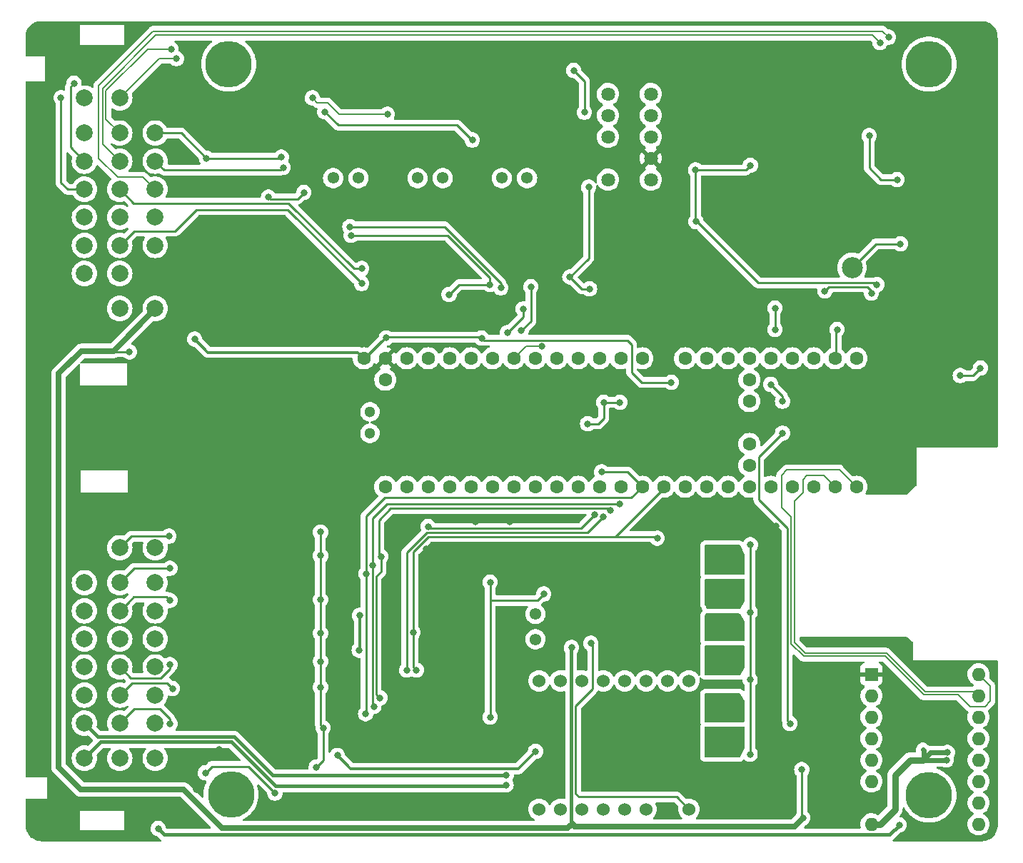
<source format=gbl>
G04 #@! TF.GenerationSoftware,KiCad,Pcbnew,7.0.11*
G04 #@! TF.CreationDate,2026-02-08T08:31:11+11:00*
G04 #@! TF.ProjectId,DropBear,44726f70-4265-4617-922e-6b696361645f,rev?*
G04 #@! TF.SameCoordinates,Original*
G04 #@! TF.FileFunction,Copper,L2,Bot*
G04 #@! TF.FilePolarity,Positive*
%FSLAX46Y46*%
G04 Gerber Fmt 4.6, Leading zero omitted, Abs format (unit mm)*
G04 Created by KiCad (PCBNEW 7.0.11) date 2026-02-08 08:31:11*
%MOMM*%
%LPD*%
G01*
G04 APERTURE LIST*
G04 #@! TA.AperFunction,ComponentPad*
%ADD10C,1.381000*%
G04 #@! TD*
G04 #@! TA.AperFunction,ComponentPad*
%ADD11C,1.635000*%
G04 #@! TD*
G04 #@! TA.AperFunction,ComponentPad*
%ADD12C,2.000000*%
G04 #@! TD*
G04 #@! TA.AperFunction,ComponentPad*
%ADD13R,1.600000X1.600000*%
G04 #@! TD*
G04 #@! TA.AperFunction,ComponentPad*
%ADD14O,1.600000X1.600000*%
G04 #@! TD*
G04 #@! TA.AperFunction,ComponentPad*
%ADD15C,5.500000*%
G04 #@! TD*
G04 #@! TA.AperFunction,ComponentPad*
%ADD16C,2.500000*%
G04 #@! TD*
G04 #@! TA.AperFunction,ComponentPad*
%ADD17C,2.540000*%
G04 #@! TD*
G04 #@! TA.AperFunction,ComponentPad*
%ADD18C,1.524000*%
G04 #@! TD*
G04 #@! TA.AperFunction,ComponentPad*
%ADD19C,1.600000*%
G04 #@! TD*
G04 #@! TA.AperFunction,ComponentPad*
%ADD20C,1.300000*%
G04 #@! TD*
G04 #@! TA.AperFunction,ViaPad*
%ADD21C,0.800000*%
G04 #@! TD*
G04 #@! TA.AperFunction,Conductor*
%ADD22C,0.800000*%
G04 #@! TD*
G04 #@! TA.AperFunction,Conductor*
%ADD23C,0.600000*%
G04 #@! TD*
G04 #@! TA.AperFunction,Conductor*
%ADD24C,0.250000*%
G04 #@! TD*
G04 #@! TA.AperFunction,Conductor*
%ADD25C,0.700000*%
G04 #@! TD*
G04 #@! TA.AperFunction,Conductor*
%ADD26C,0.400000*%
G04 #@! TD*
G04 #@! TA.AperFunction,Conductor*
%ADD27C,0.350000*%
G04 #@! TD*
G04 #@! TA.AperFunction,Conductor*
%ADD28C,0.200000*%
G04 #@! TD*
G04 #@! TA.AperFunction,Conductor*
%ADD29C,0.300000*%
G04 #@! TD*
G04 APERTURE END LIST*
D10*
X195500000Y-44000000D03*
X198500000Y-44000000D03*
D11*
X233172000Y-44196000D03*
X233172000Y-41656000D03*
X233172000Y-39116000D03*
X233172000Y-36576000D03*
X233172000Y-34036000D03*
X228092000Y-44196000D03*
X228092000Y-41656000D03*
X228092000Y-39116000D03*
X228092000Y-36576000D03*
X228092000Y-34036000D03*
D12*
X174396000Y-112805000D03*
X174396000Y-108655000D03*
X174396000Y-105325000D03*
X174396000Y-101995000D03*
X174396000Y-98665000D03*
X174396000Y-95335000D03*
X174396000Y-92005000D03*
X174396000Y-87855000D03*
X170196000Y-112805000D03*
X170196000Y-108655000D03*
X170196000Y-105325000D03*
X170196000Y-101995000D03*
X170196000Y-98665000D03*
X170196000Y-95335000D03*
X170196000Y-92005000D03*
X170196000Y-87855000D03*
X165996000Y-112805000D03*
X165996000Y-108655000D03*
X165996000Y-105325000D03*
X165996000Y-101995000D03*
X165996000Y-98665000D03*
X165996000Y-95335000D03*
X165996000Y-92005000D03*
X165996000Y-87855000D03*
X174396000Y-59465000D03*
X174396000Y-55315000D03*
X174396000Y-51985000D03*
X174396000Y-48655000D03*
X174396000Y-45325000D03*
X174396000Y-41995000D03*
X174396000Y-38665000D03*
X174396000Y-34515000D03*
X170196000Y-59465000D03*
X170196000Y-55315000D03*
X170196000Y-51985000D03*
X170196000Y-48655000D03*
X170196000Y-45325000D03*
X170196000Y-41995000D03*
X170196000Y-38665000D03*
X170196000Y-34515000D03*
X165996000Y-59465000D03*
X165996000Y-55315000D03*
X165996000Y-51985000D03*
X165996000Y-48655000D03*
X165996000Y-45325000D03*
X165996000Y-41995000D03*
X165996000Y-38665000D03*
X165996000Y-34515000D03*
D10*
X205500000Y-44000000D03*
X208500000Y-44000000D03*
D13*
X259334000Y-102870000D03*
D14*
X259334000Y-105410000D03*
X259334000Y-107950000D03*
X259334000Y-110490000D03*
X259334000Y-113030000D03*
X259334000Y-115570000D03*
X259334000Y-118110000D03*
X259334000Y-120650000D03*
X272034000Y-120650000D03*
X272034000Y-118110000D03*
X272034000Y-115570000D03*
X272034000Y-113030000D03*
X272034000Y-110490000D03*
X272034000Y-107950000D03*
X272034000Y-105410000D03*
X272034000Y-102870000D03*
D15*
X266160000Y-117200000D03*
X266160000Y-30500000D03*
X183102000Y-30480000D03*
D16*
X257040395Y-54610000D03*
D17*
X266570395Y-54610000D03*
D10*
X215500000Y-44000000D03*
X218500000Y-44000000D03*
X219500000Y-98706000D03*
X219500000Y-95706000D03*
D18*
X237693200Y-118872000D03*
X237693200Y-103632000D03*
X235153200Y-118872000D03*
X235153200Y-103632000D03*
X232613200Y-118872000D03*
X232613200Y-103632000D03*
X230073200Y-118872000D03*
X230073200Y-103632000D03*
X227533200Y-118872000D03*
X227533200Y-103632000D03*
X224993200Y-118872000D03*
X224993200Y-103632000D03*
X222453200Y-118872000D03*
X222453200Y-103632000D03*
X219913200Y-118872000D03*
X219913200Y-103632000D03*
D13*
X199136000Y-80620000D03*
D19*
X201676000Y-80620000D03*
X204216000Y-80620000D03*
X206756000Y-80620000D03*
X209296000Y-80620000D03*
X211836000Y-80620000D03*
X214376000Y-80620000D03*
X216916000Y-80620000D03*
X219456000Y-80620000D03*
X221996000Y-80620000D03*
X224536000Y-80620000D03*
X227076000Y-80620000D03*
X229616000Y-80620000D03*
X232156000Y-80620000D03*
X234696000Y-80620000D03*
X237236000Y-80620000D03*
X239776000Y-80620000D03*
X242316000Y-80620000D03*
X244856000Y-80620000D03*
X247396000Y-80620000D03*
X249936000Y-80620000D03*
X252476000Y-80620000D03*
X255016000Y-80620000D03*
X257556000Y-80620000D03*
X257556000Y-65380000D03*
X255016000Y-65380000D03*
X252476000Y-65380000D03*
X249936000Y-65380000D03*
X247396000Y-65380000D03*
X244856000Y-65380000D03*
X242316000Y-65380000D03*
X239776000Y-65380000D03*
X237236000Y-65380000D03*
X234696000Y-65380000D03*
X232156000Y-65380000D03*
X229616000Y-65380000D03*
X227076000Y-65380000D03*
X224536000Y-65380000D03*
X221996000Y-65380000D03*
X219456000Y-65380000D03*
X216916000Y-65380000D03*
X214376000Y-65380000D03*
X211836000Y-65380000D03*
X209296000Y-65380000D03*
X206756000Y-65380000D03*
X204216000Y-65380000D03*
X201676000Y-65380000D03*
X199136000Y-65380000D03*
X201676000Y-67920000D03*
X244856000Y-78080000D03*
X244856000Y-75540000D03*
X244856000Y-73000000D03*
X244856000Y-70460000D03*
X244856000Y-67920000D03*
D20*
X199866000Y-71730000D03*
X199866000Y-74270000D03*
D15*
X183388000Y-117094000D03*
D21*
X268351000Y-112141000D03*
X268224000Y-113030000D03*
X194000000Y-86000000D03*
X248793000Y-74263000D03*
X194000000Y-104394000D03*
X244983000Y-87503000D03*
X244944000Y-103500000D03*
X244944000Y-112341000D03*
X223774000Y-99695000D03*
X171348400Y-64617600D03*
X193499647Y-113859033D03*
X247396000Y-68478400D03*
X194000000Y-94000000D03*
X194000000Y-101346004D03*
X251079000Y-114173000D03*
X194000000Y-88784010D03*
X194000000Y-98000000D03*
X251206000Y-119888000D03*
X249682000Y-108712000D03*
X194310000Y-109220004D03*
X244944000Y-95500000D03*
X248793000Y-70485000D03*
X201803000Y-95885000D03*
X206500000Y-93603000D03*
X209500000Y-93603000D03*
X208026000Y-93599000D03*
X208026000Y-92202000D03*
X206500000Y-92206000D03*
X209500000Y-92206000D03*
X208026000Y-90805000D03*
X209500000Y-90809000D03*
X206500000Y-90809000D03*
X206500000Y-89412000D03*
X208026000Y-89408000D03*
X209500000Y-89412000D03*
X206500000Y-112018000D03*
X209500000Y-112018000D03*
X209500000Y-105018000D03*
X206502000Y-105029000D03*
X208026000Y-105029000D03*
X208026000Y-112014000D03*
X208026000Y-110617000D03*
X206500000Y-110621000D03*
X209500000Y-110621000D03*
X209500000Y-106430000D03*
X206500000Y-106430000D03*
X208026000Y-106426000D03*
X208026000Y-109220000D03*
X209500000Y-109224000D03*
X206500000Y-107827000D03*
X208026000Y-107823000D03*
X206500000Y-109224000D03*
X209500000Y-107827000D03*
X168402000Y-74295000D03*
X167386000Y-74295000D03*
X166370000Y-74295000D03*
X165354000Y-74295000D03*
X167386000Y-73152000D03*
X168402000Y-73152000D03*
X165354000Y-73152000D03*
X166370000Y-73152000D03*
X166370000Y-72009000D03*
X165354000Y-72009000D03*
X167386000Y-72009000D03*
X168402000Y-72009000D03*
X160782000Y-74295000D03*
X160782000Y-73152000D03*
X160782000Y-72009000D03*
X167386000Y-29718000D03*
X239674400Y-117246400D03*
X239674400Y-119532400D03*
X230421000Y-95510750D03*
X235966000Y-95250000D03*
X237490000Y-95250000D03*
X242976400Y-104038400D03*
X237744000Y-112720000D03*
X245872000Y-114046000D03*
X202184000Y-76200000D03*
X219075000Y-70485000D03*
X166370000Y-62230000D03*
X263144000Y-61214000D03*
X181864000Y-93599000D03*
X168402000Y-62230000D03*
X238633000Y-87630000D03*
X184000000Y-35500000D03*
X258064000Y-72136000D03*
X238887000Y-95250000D03*
X184912000Y-68453000D03*
X180594000Y-71247000D03*
X236220000Y-87630000D03*
X165354000Y-62230000D03*
X191770000Y-54864000D03*
X187401200Y-67157600D03*
X247650000Y-104394000D03*
X181864000Y-69977000D03*
X269087600Y-54051200D03*
X229870000Y-52832000D03*
X209500000Y-88000000D03*
X217932000Y-117094000D03*
X247030994Y-42164000D03*
X218567000Y-52832000D03*
X235839000Y-112720000D03*
X246634000Y-51308000D03*
X179324000Y-67437000D03*
X208518670Y-59195044D03*
X248031000Y-88265000D03*
X183337200Y-45567600D03*
X239141000Y-36830000D03*
X173228000Y-121412000D03*
X253752997Y-40500000D03*
X184912000Y-69596000D03*
X268833600Y-103124000D03*
X270814800Y-40030400D03*
X177287701Y-40381701D03*
X212500000Y-102000000D03*
X168402000Y-75438000D03*
X184912000Y-71882000D03*
X178054000Y-69977000D03*
X263144000Y-26416000D03*
X219964000Y-113538000D03*
X226720400Y-112928400D03*
X221361000Y-31750000D03*
X247990992Y-85257008D03*
X224917000Y-77978000D03*
X180594000Y-67437000D03*
X191008000Y-80264000D03*
X216789000Y-70485000D03*
X269087600Y-55321200D03*
X185674000Y-53848000D03*
X191770000Y-76708000D03*
X246903994Y-45466000D03*
X177000000Y-81492000D03*
X247650000Y-55372000D03*
X193040000Y-33020000D03*
X230632000Y-31496000D03*
X181864000Y-68707000D03*
X273000000Y-27000000D03*
X247650000Y-103124000D03*
X184912000Y-70739000D03*
X227838000Y-112928400D03*
X206654400Y-73456800D03*
X159893000Y-109474000D03*
X179070000Y-49530000D03*
X178054000Y-68707000D03*
X181864000Y-89535000D03*
X167386000Y-75438000D03*
X181737000Y-105664000D03*
X176276000Y-117983000D03*
X206500000Y-95000000D03*
X216458800Y-84734400D03*
X218000000Y-107000000D03*
X269875000Y-62357000D03*
X181991000Y-100711000D03*
X250698000Y-67945000D03*
X198120000Y-85471000D03*
X270408400Y-55321200D03*
X251079000Y-31115000D03*
X160782000Y-75438000D03*
X224663000Y-28575000D03*
X206654400Y-72034400D03*
X212090000Y-34290000D03*
X212394800Y-84734400D03*
X257048000Y-113792000D03*
X185039000Y-86868000D03*
X165354000Y-75438000D03*
X191770000Y-56388000D03*
X220472000Y-117094000D03*
X208026000Y-88011000D03*
X184150000Y-40513000D03*
X204978000Y-31496000D03*
X263398000Y-121920000D03*
X263398000Y-46101000D03*
X166370000Y-75438000D03*
X236728000Y-112776000D03*
X256286000Y-28752800D03*
X252984000Y-62041728D03*
X268224000Y-109728000D03*
X263398000Y-49149000D03*
X208026000Y-94996000D03*
X201000000Y-31500000D03*
X222250000Y-77978000D03*
X200000000Y-112500000D03*
X226161600Y-62077600D03*
X203708000Y-85344000D03*
X196000000Y-90500000D03*
X221500000Y-43500000D03*
X212902800Y-97586800D03*
X208602160Y-55948160D03*
X218500000Y-91500000D03*
X253238000Y-99060000D03*
X175000000Y-81492000D03*
X225602800Y-112928400D03*
X261112000Y-103632000D03*
X187452000Y-80264000D03*
X265684000Y-61214000D03*
X195326000Y-69850000D03*
X159893000Y-112522000D03*
X241554000Y-70662800D03*
X219075000Y-72771000D03*
X181864000Y-71247000D03*
X210718400Y-64109600D03*
X179255508Y-116527492D03*
X195326000Y-71374000D03*
X253492000Y-111506000D03*
X254762000Y-118110000D03*
X180594000Y-69977000D03*
X159893000Y-113919000D03*
X270764000Y-72263000D03*
X177139600Y-73863200D03*
X239166330Y-60281001D03*
X177927000Y-119507000D03*
X241554000Y-78028800D03*
X200039608Y-68184392D03*
X209500000Y-95000000D03*
X181864000Y-67437000D03*
X267901149Y-107637851D03*
X178054000Y-67437000D03*
X187604400Y-30073600D03*
X252349000Y-72009000D03*
X182547500Y-107998498D03*
X181991000Y-111760000D03*
X256794000Y-103378000D03*
X193294000Y-43942000D03*
X256540000Y-48514000D03*
X179324000Y-68707000D03*
X252984000Y-59944000D03*
X231648000Y-49530000D03*
X179324000Y-71247000D03*
X235458000Y-49530000D03*
X186690000Y-119420000D03*
X242951000Y-33020000D03*
X173228000Y-121412000D03*
X247650000Y-108783000D03*
X195630800Y-60960000D03*
X255651000Y-77089000D03*
X236220000Y-73025000D03*
X230632000Y-106934000D03*
X253746000Y-46482000D03*
X225335000Y-96062800D03*
X247650000Y-113665000D03*
X225044000Y-68834000D03*
X178054000Y-71247000D03*
X246684800Y-59994800D03*
X167386000Y-62230000D03*
X186283600Y-56388000D03*
X189230000Y-80264000D03*
X244094000Y-56134000D03*
X241554000Y-73025000D03*
X202057000Y-44196000D03*
X216306400Y-103733600D03*
X179324000Y-69977000D03*
X230632000Y-36576000D03*
X191770000Y-73660000D03*
X177546000Y-51054000D03*
X180594000Y-68707000D03*
X270408400Y-54000400D03*
X181864000Y-98044002D03*
X255778000Y-58420000D03*
X234950000Y-71247000D03*
X188722000Y-118872000D03*
X242839994Y-49139000D03*
X196596000Y-107594400D03*
X221488000Y-113538000D03*
X185674000Y-50038000D03*
X256794000Y-102108000D03*
X193040000Y-29972000D03*
X184912000Y-67157600D03*
X232664000Y-77724000D03*
X199999600Y-76098400D03*
X198000000Y-34500000D03*
X273000000Y-33000000D03*
X236474000Y-67056000D03*
X159893000Y-110998000D03*
X206500000Y-88000000D03*
X206654400Y-70612000D03*
X189230000Y-61468000D03*
X171805600Y-26924000D03*
X208178400Y-64363600D03*
X216789000Y-72771000D03*
X240284000Y-104038400D03*
X256794000Y-67056000D03*
X179197000Y-30988000D03*
X240792000Y-55118000D03*
X246229994Y-35500000D03*
X176148957Y-108722618D03*
X198628000Y-95885000D03*
X196000000Y-112500000D03*
X219500000Y-112000000D03*
X198581021Y-99995979D03*
X176149000Y-94100000D03*
X227504634Y-84215375D03*
X204216000Y-102362000D03*
X228351186Y-83432777D03*
X201041000Y-105664000D03*
X201168000Y-88900000D03*
X200327277Y-106667994D03*
X229497679Y-82639500D03*
X200152000Y-89916000D03*
X199343085Y-107543080D03*
X199390000Y-90932000D03*
X227330000Y-78867000D03*
X229489000Y-70612000D03*
X227584000Y-70612000D03*
X204978000Y-97905990D03*
X225679000Y-73152000D03*
X225298000Y-36195000D03*
X253808000Y-57404000D03*
X218021010Y-59525010D03*
X225907600Y-57150000D03*
X225806000Y-45085000D03*
X224028000Y-31242000D03*
X233934000Y-86725000D03*
X187833000Y-46265000D03*
X259333978Y-57658000D03*
X205359000Y-102362004D03*
X223570800Y-55727600D03*
X192024000Y-45720000D03*
X216154000Y-62357000D03*
X197485000Y-49784000D03*
X215392000Y-57023000D03*
X226549499Y-83919194D03*
X206756000Y-85344000D03*
X176149000Y-101727000D03*
X188595000Y-116967000D03*
X180340000Y-114554000D03*
X176437904Y-104555904D03*
X176022000Y-86487000D03*
X176149000Y-90297000D03*
X259969000Y-56642000D03*
X269875000Y-67437000D03*
X238518000Y-49169000D03*
X244967993Y-42500000D03*
X238480500Y-43043000D03*
X259068496Y-38989000D03*
X262382000Y-44196000D03*
X272256999Y-66548000D03*
X176911000Y-29845000D03*
X164762660Y-32762660D03*
X163225010Y-34482102D03*
X193040000Y-34500000D03*
X201930000Y-36449000D03*
X255270000Y-61976000D03*
X235596560Y-68236990D03*
X213106000Y-62992000D03*
X214122000Y-107950000D03*
X201804998Y-62955000D03*
X214122000Y-91948000D03*
X179070000Y-63093600D03*
X226060000Y-99187000D03*
X220471994Y-93345000D03*
X176276000Y-28702000D03*
X247904000Y-61976000D03*
X247904000Y-59436000D03*
X240538000Y-98044000D03*
X241427000Y-98425000D03*
X241427000Y-96139000D03*
X240538000Y-96774000D03*
X240665000Y-112085000D03*
X240665000Y-109545000D03*
X240665000Y-110815000D03*
X242570000Y-112085000D03*
X216001600Y-115976400D03*
X240538000Y-107894000D03*
X240284000Y-105608000D03*
X241300000Y-105608000D03*
X241300000Y-107005000D03*
X216027000Y-114821000D03*
X198882000Y-56515000D03*
X198882000Y-54737000D03*
X180467000Y-41656000D03*
X189357000Y-41529000D03*
X189563364Y-42739511D03*
X241427000Y-90551000D03*
X240538000Y-88646000D03*
X241427000Y-88011000D03*
X262636010Y-120736518D03*
X174752000Y-121158000D03*
X240538000Y-89916000D03*
X240284000Y-101727000D03*
X241300000Y-100584000D03*
X241300000Y-101727000D03*
X240284000Y-100584000D03*
X194504799Y-36135799D03*
X212000000Y-39497002D03*
X241427000Y-92202000D03*
X240538000Y-93980000D03*
X241427000Y-94615000D03*
X240538000Y-92710000D03*
X218948000Y-56896000D03*
X197612000Y-50800000D03*
X217805000Y-62103000D03*
X209245200Y-57810400D03*
X214085010Y-56642000D03*
X220218000Y-63970500D03*
X260350000Y-27940000D03*
X261366000Y-27305000D03*
X262763000Y-51816000D03*
D22*
X262128000Y-118872000D02*
X260350000Y-120650000D01*
X260350000Y-120650000D02*
X259334000Y-120650000D01*
X265430000Y-113030000D02*
X263906000Y-113030000D01*
D23*
X265557000Y-111887000D02*
X265430000Y-111760000D01*
D22*
X262128000Y-114808000D02*
X262128000Y-118872000D01*
D23*
X265430000Y-113030000D02*
X266319000Y-112141000D01*
X265557000Y-112903000D02*
X265557000Y-111887000D01*
X265430000Y-113030000D02*
X265557000Y-112903000D01*
X265430000Y-113030000D02*
X268224000Y-113030000D01*
X267785315Y-112141000D02*
X268351000Y-112141000D01*
D22*
X263906000Y-113030000D02*
X262128000Y-114808000D01*
D23*
X266319000Y-112141000D02*
X267785315Y-112141000D01*
D24*
X248793000Y-69875400D02*
X247396000Y-68478400D01*
X244944000Y-95500000D02*
X244944000Y-87503000D01*
D25*
X165522000Y-116500000D02*
X177739122Y-116500000D01*
X177739122Y-116500000D02*
X182339122Y-121100000D01*
D24*
X245981000Y-77075000D02*
X248793000Y-74263000D01*
X194000000Y-98000000D02*
X194000000Y-101346004D01*
X251206000Y-119888000D02*
X251079000Y-119761000D01*
X249365000Y-85535000D02*
X245981000Y-82151000D01*
D25*
X165624000Y-64500000D02*
X162941000Y-67183000D01*
X162941000Y-113919000D02*
X165522000Y-116500000D01*
D24*
X249682000Y-108712000D02*
X249365000Y-108395000D01*
D26*
X223723200Y-99745800D02*
X223723200Y-120446800D01*
D24*
X194000000Y-94000000D02*
X194000000Y-98000000D01*
X194310000Y-113048680D02*
X194310000Y-109785689D01*
D26*
X223723200Y-120446800D02*
X223850200Y-120573800D01*
D24*
X194000000Y-108910004D02*
X194310000Y-109220004D01*
D25*
X250190000Y-120904000D02*
X224180400Y-120904000D01*
X169434000Y-64500000D02*
X165624000Y-64500000D01*
D24*
X244944000Y-112341000D02*
X244944000Y-103500000D01*
X194000000Y-101346004D02*
X194000000Y-104394000D01*
D25*
X174396000Y-59465000D02*
X174396000Y-59538000D01*
D24*
X193499647Y-113859033D02*
X194310000Y-113048680D01*
X251079000Y-119761000D02*
X251079000Y-114173000D01*
X194000000Y-86000000D02*
X194000000Y-88784010D01*
X194000000Y-94000000D02*
X194000000Y-88784010D01*
D25*
X251206000Y-119888000D02*
X250190000Y-120904000D01*
D26*
X223774000Y-99695000D02*
X223723200Y-99745800D01*
D24*
X194000000Y-104394000D02*
X194000000Y-108910004D01*
X244944000Y-103500000D02*
X244944000Y-95500000D01*
X245981000Y-82151000D02*
X245981000Y-77075000D01*
D25*
X174396000Y-59538000D02*
X169434000Y-64500000D01*
X223324000Y-121100000D02*
X223850200Y-120573800D01*
D24*
X248793000Y-70485000D02*
X248793000Y-69875400D01*
X249365000Y-108395000D02*
X249365000Y-85535000D01*
X194310000Y-109785689D02*
X194310000Y-109220004D01*
X171348400Y-64617600D02*
X169551600Y-64617600D01*
D25*
X162941000Y-67183000D02*
X162941000Y-113919000D01*
X182339122Y-121100000D02*
X223324000Y-121100000D01*
X224180400Y-120904000D02*
X223850200Y-120573800D01*
D24*
X169551600Y-64617600D02*
X169434000Y-64500000D01*
X241046000Y-78536800D02*
X241554000Y-78028800D01*
X236220000Y-87630000D02*
X241046000Y-82804000D01*
X174926024Y-106934000D02*
X176148957Y-108156933D01*
X171917000Y-106934000D02*
X174926024Y-106934000D01*
X170196000Y-108655000D02*
X171917000Y-106934000D01*
X176148957Y-108156933D02*
X176148957Y-108722618D01*
D27*
X197546000Y-114046000D02*
X217454000Y-114046000D01*
X196000000Y-112500000D02*
X197546000Y-114046000D01*
X217454000Y-114046000D02*
X219500000Y-112000000D01*
X198628000Y-99949000D02*
X198581021Y-99995979D01*
X198628000Y-95885000D02*
X198628000Y-99949000D01*
D24*
X176149000Y-94100000D02*
X175749001Y-93700001D01*
X175749001Y-93700001D02*
X171830999Y-93700001D01*
X171830999Y-93700001D02*
X171195999Y-94335001D01*
X171195999Y-94335001D02*
X170196000Y-95335000D01*
X204216000Y-88449004D02*
X206596002Y-86069002D01*
X204216000Y-102362000D02*
X204216000Y-88449004D01*
X206596002Y-86069002D02*
X225651007Y-86069002D01*
X225651007Y-86069002D02*
X227504634Y-84215375D01*
X200914000Y-88646000D02*
X200914000Y-84582000D01*
X202301806Y-83194194D02*
X228112603Y-83194194D01*
X228112603Y-83194194D02*
X228351186Y-83432777D01*
X201168000Y-88900000D02*
X200914000Y-88646000D01*
X201168000Y-90678000D02*
X201168000Y-88900000D01*
X200602000Y-91244000D02*
X201168000Y-90678000D01*
X200602000Y-105225000D02*
X200602000Y-91244000D01*
X200914000Y-84582000D02*
X202301806Y-83194194D01*
X201041000Y-105664000D02*
X200602000Y-105225000D01*
X201860500Y-82639500D02*
X229497679Y-82639500D01*
X200152000Y-89916000D02*
X200152000Y-84348000D01*
X200152000Y-84348000D02*
X201860500Y-82639500D01*
X200152000Y-89916000D02*
X200152000Y-106492717D01*
X200152000Y-106492717D02*
X200327277Y-106667994D01*
X230861000Y-81915000D02*
X201585000Y-81915000D01*
X232156000Y-80620000D02*
X230403000Y-78867000D01*
X199390000Y-107496165D02*
X199343085Y-107543080D01*
X199390000Y-84110000D02*
X199390000Y-90932000D01*
X199390000Y-90932000D02*
X199390000Y-107496165D01*
X201585000Y-81915000D02*
X199390000Y-84110000D01*
X232156000Y-80620000D02*
X230861000Y-81915000D01*
X230403000Y-78867000D02*
X227330000Y-78867000D01*
X259333978Y-57403978D02*
X258826000Y-56896000D01*
X204978000Y-97340305D02*
X204978000Y-97905990D01*
X223570800Y-55727600D02*
X225806000Y-53492400D01*
X234696000Y-80774000D02*
X228950987Y-86519013D01*
X225679000Y-73152000D02*
X226949000Y-73152000D01*
X225907600Y-57150000D02*
X224993200Y-57150000D01*
X191262000Y-46482000D02*
X188050000Y-46482000D01*
X259333978Y-57658000D02*
X259333978Y-57403978D01*
X225298000Y-32512000D02*
X224028000Y-31242000D01*
X229489000Y-70612000D02*
X227584000Y-70612000D01*
X225298000Y-36195000D02*
X225298000Y-32512000D01*
X192024000Y-45720000D02*
X191262000Y-46482000D01*
X218021010Y-60489990D02*
X218021010Y-59525010D01*
X233728013Y-86519013D02*
X233934000Y-86725000D01*
X228950987Y-86519013D02*
X233728013Y-86519013D01*
X225806000Y-53492400D02*
X225806000Y-45085000D01*
X204978000Y-97905990D02*
X204978000Y-101981004D01*
X224993200Y-57150000D02*
X223570800Y-55727600D01*
X216154000Y-62357000D02*
X218021010Y-60489990D01*
X258826000Y-56896000D02*
X254316000Y-56896000D01*
X228950987Y-86519013D02*
X206782402Y-86519013D01*
X188050000Y-46482000D02*
X187833000Y-46265000D01*
X204978000Y-101981004D02*
X205359000Y-102362004D01*
X204978000Y-88323415D02*
X204978000Y-97340305D01*
X227584000Y-72517000D02*
X227584000Y-70612000D01*
X226949000Y-73152000D02*
X227584000Y-72517000D01*
X254316000Y-56896000D02*
X253808000Y-57404000D01*
X206782402Y-86519013D02*
X204978000Y-88323415D01*
X234696000Y-80620000D02*
X234696000Y-80774000D01*
X197485000Y-49784000D02*
X208718685Y-49784000D01*
X208718685Y-49784000D02*
X215392000Y-56457315D01*
X215392000Y-56457315D02*
X215392000Y-57023000D01*
X224921493Y-85547200D02*
X226549499Y-83919194D01*
X206959200Y-85547200D02*
X224921493Y-85547200D01*
X206756000Y-85344000D02*
X206959200Y-85547200D01*
X176149000Y-102203002D02*
X176149000Y-101727000D01*
X175032001Y-103320001D02*
X176149000Y-102203002D01*
X171521001Y-103320001D02*
X175032001Y-103320001D01*
X170196000Y-101995000D02*
X171521001Y-103320001D01*
X181102000Y-113792000D02*
X185420000Y-113792000D01*
X185420000Y-113792000D02*
X188595000Y-116967000D01*
X171635000Y-103886000D02*
X175768000Y-103886000D01*
X180340000Y-114554000D02*
X181102000Y-113792000D01*
X170196000Y-105325000D02*
X171635000Y-103886000D01*
X176037905Y-104155905D02*
X176437904Y-104555904D01*
X175768000Y-103886000D02*
X176037905Y-104155905D01*
X176022000Y-86487000D02*
X171564000Y-86487000D01*
X171564000Y-86487000D02*
X170196000Y-87855000D01*
X176149000Y-90297000D02*
X171904000Y-90297000D01*
X171904000Y-90297000D02*
X170196000Y-92005000D01*
X245909000Y-56425000D02*
X259752000Y-56425000D01*
X244424993Y-43043000D02*
X244967993Y-42500000D01*
X271367999Y-67437000D02*
X272256999Y-66548000D01*
X238480500Y-43043000D02*
X238480500Y-49131500D01*
X238653000Y-49169000D02*
X245909000Y-56425000D01*
X260477000Y-44196000D02*
X262382000Y-44196000D01*
X259068496Y-38989000D02*
X259068496Y-42787496D01*
X238480500Y-49131500D02*
X238518000Y-49169000D01*
X259752000Y-56425000D02*
X259969000Y-56642000D01*
X238518000Y-49169000D02*
X238653000Y-49169000D01*
X269875000Y-67437000D02*
X271367999Y-67437000D01*
X238480500Y-43043000D02*
X244424993Y-43043000D01*
X259068496Y-42787496D02*
X260477000Y-44196000D01*
D28*
X174866000Y-29845000D02*
X176345315Y-29845000D01*
X170196000Y-34515000D02*
X174866000Y-29845000D01*
X176345315Y-29845000D02*
X176911000Y-29845000D01*
D24*
X165996000Y-41995000D02*
X164362661Y-40361661D01*
X164362661Y-40361661D02*
X164362661Y-33162659D01*
X164362661Y-33162659D02*
X164762660Y-32762660D01*
X163990000Y-45325000D02*
X163225010Y-44560010D01*
X163225010Y-35047787D02*
X163225010Y-34482102D01*
X165996000Y-45325000D02*
X163990000Y-45325000D01*
X163225010Y-44560010D02*
X163225010Y-35047787D01*
D28*
X193592000Y-35052000D02*
X193040000Y-34500000D01*
X201930000Y-36449000D02*
X196215000Y-36449000D01*
X196215000Y-36449000D02*
X194818000Y-35052000D01*
X194818000Y-35052000D02*
X193592000Y-35052000D01*
D24*
X255170000Y-65226000D02*
X255170000Y-62076000D01*
X255170000Y-62076000D02*
X255270000Y-61976000D01*
X255016000Y-65380000D02*
X255170000Y-65226000D01*
D27*
X199289998Y-65380000D02*
X201677998Y-62992000D01*
D24*
X230886000Y-63754000D02*
X230886000Y-67056000D01*
X213106000Y-62992000D02*
X213360000Y-63246000D01*
X214122000Y-91948000D02*
X214122000Y-95504000D01*
X230886000Y-67056000D02*
X232066990Y-68236990D01*
D27*
X199136000Y-65380000D02*
X199289998Y-65380000D01*
D24*
X213360000Y-63246000D02*
X230378000Y-63246000D01*
X214122000Y-94107000D02*
X219709994Y-94107000D01*
X201804998Y-62865000D02*
X201677998Y-62992000D01*
X224248200Y-117009400D02*
X224637600Y-117398800D01*
D29*
X198424400Y-64668400D02*
X199136000Y-65380000D01*
D24*
X230378000Y-63246000D02*
X230886000Y-63754000D01*
X219709994Y-94107000D02*
X220471994Y-93345000D01*
X226060000Y-99187000D02*
X226263200Y-99390200D01*
X213106000Y-62992000D02*
X212979000Y-62865000D01*
X226263200Y-99390200D02*
X226263200Y-104597200D01*
X232066990Y-68236990D02*
X235596560Y-68236990D01*
X236220000Y-117398800D02*
X237693200Y-118872000D01*
D29*
X179070000Y-63093600D02*
X180644800Y-64668400D01*
D24*
X226263200Y-104597200D02*
X224248200Y-106612200D01*
D29*
X180644800Y-64668400D02*
X198424400Y-64668400D01*
D24*
X224637600Y-117398800D02*
X236220000Y-117398800D01*
X224248200Y-106612200D02*
X224248200Y-117009400D01*
X212979000Y-62865000D02*
X201804998Y-62865000D01*
X214122000Y-95504000D02*
X214122000Y-107950000D01*
X247904000Y-61976000D02*
X247904000Y-59436000D01*
D28*
X168554400Y-33629600D02*
X173482000Y-28702000D01*
X168554400Y-37023400D02*
X168554400Y-33629600D01*
X170196000Y-38665000D02*
X168554400Y-37023400D01*
X173482000Y-28702000D02*
X176276000Y-28702000D01*
D26*
X183388000Y-110871000D02*
X167930000Y-110871000D01*
X215861000Y-116117000D02*
X188634000Y-116117000D01*
X188634000Y-116117000D02*
X183388000Y-110871000D01*
X167930000Y-110871000D02*
X165996000Y-112805000D01*
X216001600Y-115976400D02*
X215861000Y-116117000D01*
X183770989Y-110270989D02*
X188321000Y-114821000D01*
X167611989Y-110270989D02*
X183770989Y-110270989D01*
X188321000Y-114821000D02*
X216027000Y-114821000D01*
X165996000Y-108655000D02*
X167611989Y-110270989D01*
D24*
X179274002Y-47752000D02*
X190119000Y-47752000D01*
X170196000Y-51985000D02*
X171889000Y-50292000D01*
X171889000Y-50292000D02*
X176734002Y-50292000D01*
X176734002Y-50292000D02*
X179274002Y-47752000D01*
X190119000Y-47752000D02*
X198482001Y-56115001D01*
X198482001Y-56115001D02*
X198882000Y-56515000D01*
X171861000Y-46990000D02*
X190195200Y-46990000D01*
X170196000Y-45325000D02*
X171861000Y-46990000D01*
X190195200Y-46990000D02*
X197942200Y-54737000D01*
X197942200Y-54737000D02*
X198882000Y-54737000D01*
X174396000Y-38665000D02*
X177476000Y-38665000D01*
X177476000Y-38665000D02*
X180467000Y-41656000D01*
X189230000Y-41656000D02*
X189357000Y-41529000D01*
X180467000Y-41656000D02*
X189230000Y-41656000D01*
X174396000Y-41995000D02*
X175454000Y-43053000D01*
X189249875Y-43053000D02*
X189563364Y-42739511D01*
X175454000Y-43053000D02*
X189249875Y-43053000D01*
D26*
X262636010Y-120736518D02*
X261522528Y-121850000D01*
X261522528Y-121850000D02*
X175444000Y-121850000D01*
X175444000Y-121850000D02*
X174752000Y-121158000D01*
D24*
X196088000Y-37719000D02*
X206681003Y-37719000D01*
X210185000Y-37719000D02*
X211963002Y-39497002D01*
X194504799Y-36135799D02*
X196088000Y-37719000D01*
X206719000Y-37719000D02*
X210185000Y-37719000D01*
X211963002Y-39497002D02*
X212000000Y-39497002D01*
D28*
X251452521Y-100322521D02*
X261104521Y-100322521D01*
X261104521Y-100322521D02*
X265684000Y-104902000D01*
X250190000Y-82296000D02*
X250190000Y-99060000D01*
X253694800Y-79298800D02*
X251663200Y-79298800D01*
X265684000Y-104902000D02*
X271526000Y-104902000D01*
X255016000Y-80620000D02*
X253694800Y-79298800D01*
X251206000Y-81280000D02*
X250190000Y-82296000D01*
X251663200Y-79298800D02*
X251206000Y-79756000D01*
X251206000Y-79756000D02*
X251206000Y-81280000D01*
X271526000Y-104902000D02*
X272034000Y-105410000D01*
X250190000Y-99060000D02*
X251452521Y-100322521D01*
X248666000Y-83089946D02*
X249790000Y-84213946D01*
X257556000Y-80620000D02*
X255549000Y-78613000D01*
X251286836Y-100722521D02*
X260938835Y-100722521D01*
X273431000Y-106045000D02*
X273431000Y-104267000D01*
X272796000Y-106680000D02*
X273431000Y-106045000D01*
X265518315Y-105302000D02*
X269640000Y-105302000D01*
X249301000Y-78613000D02*
X248666000Y-79248000D01*
X260938835Y-100722521D02*
X265518315Y-105302000D01*
X248666000Y-79248000D02*
X248666000Y-83089946D01*
X249790000Y-99225686D02*
X251286836Y-100722521D01*
X249790000Y-84213946D02*
X249790000Y-99225686D01*
X271018000Y-106680000D02*
X272796000Y-106680000D01*
X273431000Y-104267000D02*
X272034000Y-102870000D01*
X269640000Y-105302000D02*
X271018000Y-106680000D01*
X255549000Y-78613000D02*
X249301000Y-78613000D01*
D24*
X214085010Y-56642000D02*
X210413600Y-56642000D01*
X209042000Y-50800000D02*
X197612000Y-50800000D01*
X217805000Y-62103000D02*
X218948000Y-60960000D01*
X218948000Y-60960000D02*
X218948000Y-56896000D01*
X214085010Y-56642000D02*
X214085010Y-55843010D01*
X214085010Y-55843010D02*
X209042000Y-50800000D01*
X210413600Y-56642000D02*
X209245200Y-57810400D01*
D28*
X218350500Y-63970500D02*
X220218000Y-63970500D01*
X216916000Y-65380000D02*
X216941000Y-65380000D01*
X216941000Y-65380000D02*
X218350500Y-63970500D01*
X168154400Y-33375380D02*
X174460279Y-27069501D01*
X170196000Y-41995000D02*
X168154400Y-39953400D01*
X168154400Y-39953400D02*
X168154400Y-33375380D01*
X174460279Y-27069501D02*
X259479501Y-27069501D01*
X259479501Y-27069501D02*
X260350000Y-27940000D01*
X174142400Y-26568400D02*
X260629400Y-26568400D01*
X174396000Y-45325000D02*
X172962200Y-43891200D01*
X260629400Y-26568400D02*
X261366000Y-27305000D01*
X169926000Y-43891200D02*
X167690800Y-41656000D01*
X172962200Y-43891200D02*
X169926000Y-43891200D01*
X167690800Y-33020000D02*
X174142400Y-26568400D01*
X167690800Y-41656000D02*
X167690800Y-33020000D01*
D24*
X262763000Y-51816000D02*
X259834395Y-51816000D01*
X259834395Y-51816000D02*
X257040395Y-54610000D01*
G04 #@! TA.AperFunction,Conductor*
G36*
X244252621Y-109062502D02*
G01*
X244299114Y-109116158D01*
X244310500Y-109168500D01*
X244310500Y-111532388D01*
X244296453Y-111590203D01*
X243748212Y-112651815D01*
X243699183Y-112703163D01*
X243636259Y-112720000D01*
X239648000Y-112720000D01*
X239579879Y-112699998D01*
X239533386Y-112646342D01*
X239522000Y-112594000D01*
X239522000Y-109168500D01*
X239542002Y-109100379D01*
X239595658Y-109053886D01*
X239648000Y-109042500D01*
X244184500Y-109042500D01*
X244252621Y-109062502D01*
G37*
G04 #@! TD.AperFunction*
G04 #@! TA.AperFunction,Conductor*
G36*
X243711215Y-105120002D02*
G01*
X243749999Y-105159312D01*
X243893373Y-105389149D01*
X244291405Y-106027219D01*
X244310500Y-106093906D01*
X244310500Y-108403000D01*
X244290498Y-108471121D01*
X244236842Y-108517614D01*
X244184500Y-108529000D01*
X239648000Y-108529000D01*
X239579879Y-108508998D01*
X239533386Y-108455342D01*
X239522000Y-108403000D01*
X239522000Y-105226000D01*
X239542002Y-105157879D01*
X239595658Y-105111386D01*
X239648000Y-105100000D01*
X243643094Y-105100000D01*
X243711215Y-105120002D01*
G37*
G04 #@! TD.AperFunction*
G04 #@! TA.AperFunction,Conductor*
G36*
X244252621Y-99466502D02*
G01*
X244299114Y-99520158D01*
X244310500Y-99572500D01*
X244310500Y-102003092D01*
X244291405Y-102069780D01*
X243749999Y-102937688D01*
X243696974Y-102984899D01*
X243643094Y-102997000D01*
X239648000Y-102997000D01*
X239579879Y-102976998D01*
X239533386Y-102923342D01*
X239522000Y-102871000D01*
X239522000Y-99572500D01*
X239542002Y-99504379D01*
X239595658Y-99457886D01*
X239648000Y-99446500D01*
X244184500Y-99446500D01*
X244252621Y-99466502D01*
G37*
G04 #@! TD.AperFunction*
G04 #@! TA.AperFunction,Conductor*
G36*
X239863195Y-95632282D02*
G01*
X239876198Y-95634151D01*
X239892533Y-95636500D01*
X239892534Y-95636500D01*
X243642582Y-95636500D01*
X243710703Y-95656502D01*
X243752278Y-95700512D01*
X244294198Y-96659563D01*
X244310500Y-96721547D01*
X244310500Y-98807000D01*
X244290498Y-98875121D01*
X244236842Y-98921614D01*
X244184500Y-98933000D01*
X239648000Y-98933000D01*
X239579879Y-98912998D01*
X239533386Y-98859342D01*
X239522000Y-98807000D01*
X239522000Y-95950859D01*
X239542002Y-95882738D01*
X239554364Y-95866549D01*
X239626039Y-95786945D01*
X239626040Y-95786944D01*
X239679701Y-95693999D01*
X239731083Y-95645007D01*
X239788820Y-95631000D01*
X239845265Y-95631000D01*
X239863195Y-95632282D01*
G37*
G04 #@! TD.AperFunction*
G04 #@! TA.AperFunction,Conductor*
G36*
X243704380Y-87523002D02*
G01*
X243748212Y-87571185D01*
X244296453Y-88632795D01*
X244310500Y-88690610D01*
X244310500Y-90927500D01*
X244290498Y-90995621D01*
X244236842Y-91042114D01*
X244184500Y-91053500D01*
X239648000Y-91053500D01*
X239579879Y-91033498D01*
X239533386Y-90979842D01*
X239522000Y-90927500D01*
X239522000Y-87853863D01*
X239526313Y-87826634D01*
X239525168Y-87826391D01*
X239526538Y-87819940D01*
X239526542Y-87819928D01*
X239546504Y-87630000D01*
X239546504Y-87629996D01*
X239546504Y-87629000D01*
X239546667Y-87628444D01*
X239547194Y-87623432D01*
X239548110Y-87623528D01*
X239566506Y-87560879D01*
X239620162Y-87514386D01*
X239672504Y-87503000D01*
X243636259Y-87503000D01*
X243704380Y-87523002D01*
G37*
G04 #@! TD.AperFunction*
G04 #@! TA.AperFunction,Conductor*
G36*
X244252621Y-91587002D02*
G01*
X244299114Y-91640658D01*
X244310500Y-91693000D01*
X244310500Y-94129092D01*
X244291405Y-94195780D01*
X243749999Y-95063688D01*
X243696974Y-95110899D01*
X243643094Y-95123000D01*
X239892533Y-95123000D01*
X239824412Y-95102998D01*
X239777919Y-95049342D01*
X239772700Y-95035937D01*
X239749019Y-94963056D01*
X239721527Y-94878444D01*
X239626040Y-94713056D01*
X239554363Y-94633450D01*
X239523646Y-94569442D01*
X239522000Y-94549140D01*
X239522000Y-91693000D01*
X239542002Y-91624879D01*
X239595658Y-91578386D01*
X239648000Y-91567000D01*
X244184500Y-91567000D01*
X244252621Y-91587002D01*
G37*
G04 #@! TD.AperFunction*
G04 #@! TA.AperFunction,Conductor*
G36*
X212351570Y-63518502D02*
G01*
X212377085Y-63540190D01*
X212494744Y-63670864D01*
X212494747Y-63670866D01*
X212649248Y-63783118D01*
X212823712Y-63860794D01*
X213010513Y-63900500D01*
X213201491Y-63900500D01*
X213281650Y-63883461D01*
X213327561Y-63882259D01*
X213330419Y-63882711D01*
X213339943Y-63884220D01*
X213383961Y-63880058D01*
X213395819Y-63879500D01*
X213963223Y-63879500D01*
X214031344Y-63899502D01*
X214077837Y-63953158D01*
X214087941Y-64023432D01*
X214058447Y-64088012D01*
X213998721Y-64126396D01*
X213995854Y-64127201D01*
X213971020Y-64133855D01*
X213926759Y-64145715D01*
X213926753Y-64145717D01*
X213719250Y-64242477D01*
X213531703Y-64373799D01*
X213531697Y-64373804D01*
X213369804Y-64535697D01*
X213369799Y-64535703D01*
X213238477Y-64723250D01*
X213220195Y-64762457D01*
X213173278Y-64815742D01*
X213105001Y-64835203D01*
X213037041Y-64814661D01*
X212991805Y-64762457D01*
X212973523Y-64723252D01*
X212973523Y-64723251D01*
X212842198Y-64535700D01*
X212680300Y-64373802D01*
X212675247Y-64370264D01*
X212492749Y-64242477D01*
X212285246Y-64145717D01*
X212285240Y-64145715D01*
X212175533Y-64116319D01*
X212064087Y-64086457D01*
X211836000Y-64066502D01*
X211607913Y-64086457D01*
X211386759Y-64145715D01*
X211386753Y-64145717D01*
X211179250Y-64242477D01*
X210991703Y-64373799D01*
X210991697Y-64373804D01*
X210829804Y-64535697D01*
X210829799Y-64535703D01*
X210698477Y-64723250D01*
X210680195Y-64762457D01*
X210633278Y-64815742D01*
X210565001Y-64835203D01*
X210497041Y-64814661D01*
X210451805Y-64762457D01*
X210433523Y-64723252D01*
X210433523Y-64723251D01*
X210302198Y-64535700D01*
X210140300Y-64373802D01*
X210135247Y-64370264D01*
X209952749Y-64242477D01*
X209745246Y-64145717D01*
X209745240Y-64145715D01*
X209635533Y-64116319D01*
X209524087Y-64086457D01*
X209296000Y-64066502D01*
X209067913Y-64086457D01*
X208846759Y-64145715D01*
X208846753Y-64145717D01*
X208639250Y-64242477D01*
X208451703Y-64373799D01*
X208451697Y-64373804D01*
X208289804Y-64535697D01*
X208289799Y-64535703D01*
X208158477Y-64723250D01*
X208140195Y-64762457D01*
X208093278Y-64815742D01*
X208025001Y-64835203D01*
X207957041Y-64814661D01*
X207911805Y-64762457D01*
X207893523Y-64723252D01*
X207893523Y-64723251D01*
X207762198Y-64535700D01*
X207600300Y-64373802D01*
X207595247Y-64370264D01*
X207412749Y-64242477D01*
X207205246Y-64145717D01*
X207205240Y-64145715D01*
X207095533Y-64116319D01*
X206984087Y-64086457D01*
X206756000Y-64066502D01*
X206527913Y-64086457D01*
X206306759Y-64145715D01*
X206306753Y-64145717D01*
X206099250Y-64242477D01*
X205911703Y-64373799D01*
X205911697Y-64373804D01*
X205749804Y-64535697D01*
X205749799Y-64535703D01*
X205618477Y-64723250D01*
X205600195Y-64762457D01*
X205553278Y-64815742D01*
X205485001Y-64835203D01*
X205417041Y-64814661D01*
X205371805Y-64762457D01*
X205353523Y-64723252D01*
X205353523Y-64723251D01*
X205222198Y-64535700D01*
X205060300Y-64373802D01*
X205055247Y-64370264D01*
X204872749Y-64242477D01*
X204665246Y-64145717D01*
X204665240Y-64145715D01*
X204555533Y-64116319D01*
X204444087Y-64086457D01*
X204216000Y-64066502D01*
X203987913Y-64086457D01*
X203766759Y-64145715D01*
X203766753Y-64145717D01*
X203559250Y-64242477D01*
X203371703Y-64373799D01*
X203371697Y-64373804D01*
X203209804Y-64535697D01*
X203209799Y-64535703D01*
X203078475Y-64723252D01*
X203059918Y-64763049D01*
X203013001Y-64816333D01*
X202944724Y-64835794D01*
X202876764Y-64815252D01*
X202831530Y-64763049D01*
X202813088Y-64723502D01*
X202813086Y-64723498D01*
X202763100Y-64652110D01*
X202763098Y-64652110D01*
X202202902Y-65212306D01*
X202199116Y-65194085D01*
X202129558Y-65059844D01*
X202026362Y-64949348D01*
X201897181Y-64870791D01*
X201841577Y-64855211D01*
X202403888Y-64292899D01*
X202403888Y-64292898D01*
X202332501Y-64242913D01*
X202125073Y-64146188D01*
X202125068Y-64146186D01*
X201944358Y-64097765D01*
X201883735Y-64060813D01*
X201852714Y-63996952D01*
X201861142Y-63926458D01*
X201906345Y-63871711D01*
X201950771Y-63852811D01*
X202087286Y-63823794D01*
X202261750Y-63746118D01*
X202416251Y-63633866D01*
X202442607Y-63604595D01*
X202500598Y-63540190D01*
X202561044Y-63502950D01*
X202594234Y-63498500D01*
X212283449Y-63498500D01*
X212351570Y-63518502D01*
G37*
G04 #@! TD.AperFunction*
G04 #@! TA.AperFunction,Conductor*
G36*
X272798784Y-25402931D02*
G01*
X272920838Y-25429734D01*
X272936648Y-25434308D01*
X273060826Y-25479226D01*
X273156190Y-25513721D01*
X273171289Y-25520329D01*
X273259962Y-25566265D01*
X273375200Y-25625963D01*
X273378579Y-25627713D01*
X273392684Y-25636234D01*
X273584188Y-25769759D01*
X273597055Y-25780043D01*
X273633421Y-25813234D01*
X273769492Y-25937424D01*
X273780912Y-25949307D01*
X273931329Y-26127845D01*
X273941102Y-26141117D01*
X274066927Y-26337760D01*
X274074883Y-26352195D01*
X274173965Y-26563581D01*
X274179969Y-26578930D01*
X274250611Y-26801437D01*
X274254560Y-26817438D01*
X274295554Y-27047262D01*
X274297381Y-27063643D01*
X274308212Y-27300932D01*
X274308318Y-27309178D01*
X274308073Y-27321508D01*
X274313863Y-27340608D01*
X274309365Y-27341971D01*
X274319911Y-27373458D01*
X274320000Y-27378191D01*
X274320000Y-75820000D01*
X274299998Y-75888121D01*
X274246342Y-75934614D01*
X274194000Y-75946000D01*
X264668000Y-75946000D01*
X264668000Y-80461417D01*
X264647998Y-80529538D01*
X264625710Y-80555591D01*
X263560804Y-81502174D01*
X263496601Y-81532481D01*
X263477094Y-81534000D01*
X258755438Y-81534000D01*
X258687317Y-81513998D01*
X258640824Y-81460342D01*
X258630720Y-81390068D01*
X258652225Y-81335729D01*
X258673391Y-81305500D01*
X258693523Y-81276749D01*
X258790284Y-81069243D01*
X258849543Y-80848087D01*
X258869498Y-80620000D01*
X258849543Y-80391913D01*
X258790284Y-80170757D01*
X258693523Y-79963251D01*
X258562198Y-79775700D01*
X258400300Y-79613802D01*
X258212749Y-79482477D01*
X258166357Y-79460844D01*
X258005246Y-79385717D01*
X258005240Y-79385715D01*
X257875678Y-79350999D01*
X257784087Y-79326457D01*
X257556000Y-79306502D01*
X257327912Y-79326457D01*
X257236573Y-79350931D01*
X257165596Y-79349241D01*
X257114868Y-79318319D01*
X256013315Y-78216766D01*
X256002447Y-78204374D01*
X255992806Y-78191810D01*
X255982987Y-78179013D01*
X255951074Y-78154525D01*
X255951074Y-78154524D01*
X255855882Y-78081480D01*
X255855874Y-78081475D01*
X255707851Y-78020162D01*
X255688458Y-78017607D01*
X255688458Y-78017608D01*
X255584803Y-78003962D01*
X255584776Y-78003959D01*
X255549003Y-77999250D01*
X255549000Y-77999250D01*
X255517309Y-78003422D01*
X255500863Y-78004500D01*
X249349144Y-78004500D01*
X249332698Y-78003422D01*
X249301000Y-77999249D01*
X249142150Y-78020161D01*
X248994125Y-78081475D01*
X248994117Y-78081480D01*
X248899519Y-78154069D01*
X248899475Y-78154101D01*
X248899476Y-78154102D01*
X248867011Y-78179014D01*
X248847545Y-78204381D01*
X248836681Y-78216768D01*
X248269767Y-78783682D01*
X248257380Y-78794547D01*
X248232011Y-78814014D01*
X248206370Y-78847428D01*
X248206229Y-78847614D01*
X248134473Y-78941127D01*
X248074385Y-79086197D01*
X248074382Y-79086205D01*
X248073161Y-79089150D01*
X248073161Y-79089151D01*
X248064252Y-79156821D01*
X248057500Y-79208115D01*
X248057500Y-79208120D01*
X248057500Y-79208121D01*
X248052250Y-79247999D01*
X248052250Y-79248001D01*
X248055128Y-79269864D01*
X248044188Y-79340013D01*
X247997060Y-79393111D01*
X247928705Y-79412300D01*
X247876956Y-79400504D01*
X247845246Y-79385717D01*
X247845240Y-79385715D01*
X247715678Y-79350999D01*
X247624087Y-79326457D01*
X247396000Y-79306502D01*
X247167913Y-79326457D01*
X246946759Y-79385715D01*
X246946753Y-79385717D01*
X246793750Y-79457064D01*
X246723558Y-79467725D01*
X246658745Y-79438745D01*
X246619889Y-79379325D01*
X246614500Y-79342869D01*
X246614500Y-77389594D01*
X246634502Y-77321473D01*
X246651405Y-77300499D01*
X248743499Y-75208405D01*
X248805811Y-75174379D01*
X248832594Y-75171500D01*
X248888487Y-75171500D01*
X249075288Y-75131794D01*
X249249752Y-75054118D01*
X249404253Y-74941866D01*
X249532040Y-74799944D01*
X249627527Y-74634556D01*
X249686542Y-74452928D01*
X249706504Y-74263000D01*
X249686542Y-74073072D01*
X249627527Y-73891444D01*
X249532040Y-73726056D01*
X249532038Y-73726054D01*
X249532034Y-73726048D01*
X249404255Y-73584135D01*
X249249752Y-73471882D01*
X249075288Y-73394206D01*
X248888487Y-73354500D01*
X248697513Y-73354500D01*
X248510711Y-73394206D01*
X248336247Y-73471882D01*
X248181744Y-73584135D01*
X248053965Y-73726048D01*
X248053958Y-73726058D01*
X247958476Y-73891438D01*
X247958473Y-73891445D01*
X247899457Y-74073072D01*
X247882092Y-74238292D01*
X247855079Y-74303949D01*
X247845877Y-74314216D01*
X246371083Y-75789010D01*
X246308771Y-75823036D01*
X246237956Y-75817971D01*
X246181120Y-75775424D01*
X246156309Y-75708904D01*
X246156468Y-75688933D01*
X246169498Y-75540000D01*
X246149543Y-75311913D01*
X246090284Y-75090757D01*
X245993523Y-74883251D01*
X245862198Y-74695700D01*
X245700300Y-74533802D01*
X245512749Y-74402477D01*
X245305246Y-74305717D01*
X245305240Y-74305715D01*
X245171950Y-74270000D01*
X245084087Y-74246457D01*
X244856000Y-74226502D01*
X244627913Y-74246457D01*
X244406759Y-74305715D01*
X244406753Y-74305717D01*
X244199250Y-74402477D01*
X244011703Y-74533799D01*
X244011697Y-74533804D01*
X243849804Y-74695697D01*
X243849799Y-74695703D01*
X243718477Y-74883250D01*
X243621717Y-75090753D01*
X243621716Y-75090757D01*
X243562457Y-75311913D01*
X243542502Y-75540000D01*
X243562457Y-75768087D01*
X243621716Y-75989243D01*
X243718477Y-76196749D01*
X243849802Y-76384300D01*
X244011700Y-76546198D01*
X244199251Y-76677523D01*
X244234359Y-76693894D01*
X244238457Y-76695805D01*
X244291742Y-76742722D01*
X244311203Y-76810999D01*
X244290661Y-76878959D01*
X244238457Y-76924195D01*
X244199250Y-76942477D01*
X244011703Y-77073799D01*
X244011697Y-77073804D01*
X243849804Y-77235697D01*
X243849799Y-77235703D01*
X243718477Y-77423250D01*
X243621717Y-77630753D01*
X243621716Y-77630757D01*
X243562457Y-77851913D01*
X243542502Y-78080000D01*
X243562457Y-78308087D01*
X243590305Y-78412016D01*
X243612659Y-78495444D01*
X243621716Y-78529243D01*
X243718477Y-78736749D01*
X243849802Y-78924300D01*
X244011700Y-79086198D01*
X244199251Y-79217523D01*
X244234359Y-79233894D01*
X244238457Y-79235805D01*
X244291742Y-79282722D01*
X244311203Y-79350999D01*
X244290661Y-79418959D01*
X244238457Y-79464195D01*
X244199250Y-79482477D01*
X244011703Y-79613799D01*
X244011697Y-79613804D01*
X243849804Y-79775697D01*
X243849799Y-79775703D01*
X243718477Y-79963250D01*
X243700195Y-80002457D01*
X243653278Y-80055742D01*
X243585001Y-80075203D01*
X243517041Y-80054661D01*
X243471805Y-80002457D01*
X243469894Y-79998359D01*
X243453523Y-79963251D01*
X243322198Y-79775700D01*
X243160300Y-79613802D01*
X242972749Y-79482477D01*
X242926357Y-79460844D01*
X242765246Y-79385717D01*
X242765240Y-79385715D01*
X242635678Y-79350999D01*
X242544087Y-79326457D01*
X242316000Y-79306502D01*
X242087913Y-79326457D01*
X241866759Y-79385715D01*
X241866753Y-79385717D01*
X241659250Y-79482477D01*
X241471703Y-79613799D01*
X241471697Y-79613804D01*
X241309804Y-79775697D01*
X241309799Y-79775703D01*
X241178477Y-79963250D01*
X241160195Y-80002457D01*
X241113278Y-80055742D01*
X241045001Y-80075203D01*
X240977041Y-80054661D01*
X240931805Y-80002457D01*
X240929894Y-79998359D01*
X240913523Y-79963251D01*
X240782198Y-79775700D01*
X240620300Y-79613802D01*
X240432749Y-79482477D01*
X240386357Y-79460844D01*
X240225246Y-79385717D01*
X240225240Y-79385715D01*
X240095678Y-79350999D01*
X240004087Y-79326457D01*
X239776000Y-79306502D01*
X239547913Y-79326457D01*
X239326759Y-79385715D01*
X239326753Y-79385717D01*
X239119250Y-79482477D01*
X238931703Y-79613799D01*
X238931697Y-79613804D01*
X238769804Y-79775697D01*
X238769799Y-79775703D01*
X238638477Y-79963250D01*
X238620195Y-80002457D01*
X238573278Y-80055742D01*
X238505001Y-80075203D01*
X238437041Y-80054661D01*
X238391805Y-80002457D01*
X238389894Y-79998359D01*
X238373523Y-79963251D01*
X238242198Y-79775700D01*
X238080300Y-79613802D01*
X237892749Y-79482477D01*
X237846357Y-79460844D01*
X237685246Y-79385717D01*
X237685240Y-79385715D01*
X237555678Y-79350999D01*
X237464087Y-79326457D01*
X237236000Y-79306502D01*
X237007913Y-79326457D01*
X236786759Y-79385715D01*
X236786753Y-79385717D01*
X236579250Y-79482477D01*
X236391703Y-79613799D01*
X236391697Y-79613804D01*
X236229804Y-79775697D01*
X236229799Y-79775703D01*
X236098477Y-79963250D01*
X236080195Y-80002457D01*
X236033278Y-80055742D01*
X235965001Y-80075203D01*
X235897041Y-80054661D01*
X235851805Y-80002457D01*
X235849894Y-79998359D01*
X235833523Y-79963251D01*
X235702198Y-79775700D01*
X235540300Y-79613802D01*
X235352749Y-79482477D01*
X235306357Y-79460844D01*
X235145246Y-79385717D01*
X235145240Y-79385715D01*
X235015678Y-79350999D01*
X234924087Y-79326457D01*
X234696000Y-79306502D01*
X234467913Y-79326457D01*
X234246759Y-79385715D01*
X234246753Y-79385717D01*
X234039250Y-79482477D01*
X233851703Y-79613799D01*
X233851697Y-79613804D01*
X233689804Y-79775697D01*
X233689799Y-79775703D01*
X233558477Y-79963250D01*
X233540195Y-80002457D01*
X233493278Y-80055742D01*
X233425001Y-80075203D01*
X233357041Y-80054661D01*
X233311805Y-80002457D01*
X233309894Y-79998359D01*
X233293523Y-79963251D01*
X233162198Y-79775700D01*
X233000300Y-79613802D01*
X232812749Y-79482477D01*
X232766357Y-79460844D01*
X232605246Y-79385717D01*
X232605240Y-79385715D01*
X232475678Y-79350999D01*
X232384087Y-79326457D01*
X232156000Y-79306502D01*
X231927913Y-79326457D01*
X231927910Y-79326457D01*
X231927907Y-79326458D01*
X231864457Y-79343459D01*
X231793481Y-79341769D01*
X231742752Y-79310847D01*
X230910244Y-78478339D01*
X230900279Y-78465901D01*
X230900052Y-78466090D01*
X230895001Y-78459984D01*
X230895000Y-78459982D01*
X230845348Y-78413356D01*
X230842505Y-78410600D01*
X230822777Y-78390871D01*
X230822771Y-78390866D01*
X230819567Y-78388380D01*
X230810556Y-78380683D01*
X230778325Y-78350417D01*
X230778319Y-78350413D01*
X230760563Y-78340651D01*
X230744047Y-78329802D01*
X230728041Y-78317386D01*
X230687464Y-78299827D01*
X230676807Y-78294605D01*
X230638063Y-78273306D01*
X230638060Y-78273305D01*
X230618436Y-78268266D01*
X230599736Y-78261864D01*
X230581145Y-78253819D01*
X230581143Y-78253818D01*
X230581141Y-78253818D01*
X230537474Y-78246901D01*
X230525855Y-78244495D01*
X230483030Y-78233500D01*
X230462776Y-78233500D01*
X230443066Y-78231949D01*
X230423057Y-78228780D01*
X230379039Y-78232941D01*
X230367181Y-78233500D01*
X228038200Y-78233500D01*
X227970079Y-78213498D01*
X227944563Y-78191810D01*
X227941252Y-78188133D01*
X227786752Y-78075882D01*
X227612288Y-77998206D01*
X227425487Y-77958500D01*
X227234513Y-77958500D01*
X227047711Y-77998206D01*
X226873247Y-78075882D01*
X226718744Y-78188135D01*
X226590965Y-78330048D01*
X226590958Y-78330058D01*
X226495476Y-78495438D01*
X226495473Y-78495445D01*
X226436457Y-78677072D01*
X226416496Y-78867000D01*
X226436457Y-79056927D01*
X226446928Y-79089151D01*
X226495473Y-79238556D01*
X226500926Y-79248001D01*
X226521508Y-79283650D01*
X226538246Y-79352645D01*
X226515026Y-79419737D01*
X226465641Y-79460844D01*
X226419251Y-79482476D01*
X226231703Y-79613799D01*
X226231697Y-79613804D01*
X226069804Y-79775697D01*
X226069799Y-79775703D01*
X225938477Y-79963250D01*
X225920195Y-80002457D01*
X225873278Y-80055742D01*
X225805001Y-80075203D01*
X225737041Y-80054661D01*
X225691805Y-80002457D01*
X225689894Y-79998359D01*
X225673523Y-79963251D01*
X225542198Y-79775700D01*
X225380300Y-79613802D01*
X225192749Y-79482477D01*
X225146357Y-79460844D01*
X224985246Y-79385717D01*
X224985240Y-79385715D01*
X224855678Y-79350999D01*
X224764087Y-79326457D01*
X224536000Y-79306502D01*
X224307913Y-79326457D01*
X224086759Y-79385715D01*
X224086753Y-79385717D01*
X223879250Y-79482477D01*
X223691703Y-79613799D01*
X223691697Y-79613804D01*
X223529804Y-79775697D01*
X223529799Y-79775703D01*
X223398477Y-79963250D01*
X223380195Y-80002457D01*
X223333278Y-80055742D01*
X223265001Y-80075203D01*
X223197041Y-80054661D01*
X223151805Y-80002457D01*
X223149894Y-79998359D01*
X223133523Y-79963251D01*
X223002198Y-79775700D01*
X222840300Y-79613802D01*
X222652749Y-79482477D01*
X222606357Y-79460844D01*
X222445246Y-79385717D01*
X222445240Y-79385715D01*
X222315678Y-79350999D01*
X222224087Y-79326457D01*
X221996000Y-79306502D01*
X221767913Y-79326457D01*
X221546759Y-79385715D01*
X221546753Y-79385717D01*
X221339250Y-79482477D01*
X221151703Y-79613799D01*
X221151697Y-79613804D01*
X220989804Y-79775697D01*
X220989799Y-79775703D01*
X220858477Y-79963250D01*
X220840195Y-80002457D01*
X220793278Y-80055742D01*
X220725001Y-80075203D01*
X220657041Y-80054661D01*
X220611805Y-80002457D01*
X220609894Y-79998359D01*
X220593523Y-79963251D01*
X220462198Y-79775700D01*
X220300300Y-79613802D01*
X220112749Y-79482477D01*
X220066357Y-79460844D01*
X219905246Y-79385717D01*
X219905240Y-79385715D01*
X219775678Y-79350999D01*
X219684087Y-79326457D01*
X219456000Y-79306502D01*
X219227913Y-79326457D01*
X219006759Y-79385715D01*
X219006753Y-79385717D01*
X218799250Y-79482477D01*
X218611703Y-79613799D01*
X218611697Y-79613804D01*
X218449804Y-79775697D01*
X218449799Y-79775703D01*
X218318477Y-79963250D01*
X218300195Y-80002457D01*
X218253278Y-80055742D01*
X218185001Y-80075203D01*
X218117041Y-80054661D01*
X218071805Y-80002457D01*
X218069894Y-79998359D01*
X218053523Y-79963251D01*
X217922198Y-79775700D01*
X217760300Y-79613802D01*
X217572749Y-79482477D01*
X217526357Y-79460844D01*
X217365246Y-79385717D01*
X217365240Y-79385715D01*
X217235678Y-79350999D01*
X217144087Y-79326457D01*
X216916000Y-79306502D01*
X216687913Y-79326457D01*
X216466759Y-79385715D01*
X216466753Y-79385717D01*
X216259250Y-79482477D01*
X216071703Y-79613799D01*
X216071697Y-79613804D01*
X215909804Y-79775697D01*
X215909799Y-79775703D01*
X215778477Y-79963250D01*
X215760195Y-80002457D01*
X215713278Y-80055742D01*
X215645001Y-80075203D01*
X215577041Y-80054661D01*
X215531805Y-80002457D01*
X215529894Y-79998359D01*
X215513523Y-79963251D01*
X215382198Y-79775700D01*
X215220300Y-79613802D01*
X215032749Y-79482477D01*
X214986357Y-79460844D01*
X214825246Y-79385717D01*
X214825240Y-79385715D01*
X214695678Y-79350999D01*
X214604087Y-79326457D01*
X214376000Y-79306502D01*
X214147913Y-79326457D01*
X213926759Y-79385715D01*
X213926753Y-79385717D01*
X213719250Y-79482477D01*
X213531703Y-79613799D01*
X213531697Y-79613804D01*
X213369804Y-79775697D01*
X213369799Y-79775703D01*
X213238477Y-79963250D01*
X213220195Y-80002457D01*
X213173278Y-80055742D01*
X213105001Y-80075203D01*
X213037041Y-80054661D01*
X212991805Y-80002457D01*
X212989894Y-79998359D01*
X212973523Y-79963251D01*
X212842198Y-79775700D01*
X212680300Y-79613802D01*
X212492749Y-79482477D01*
X212446357Y-79460844D01*
X212285246Y-79385717D01*
X212285240Y-79385715D01*
X212155678Y-79350999D01*
X212064087Y-79326457D01*
X211836000Y-79306502D01*
X211607913Y-79326457D01*
X211386759Y-79385715D01*
X211386753Y-79385717D01*
X211179250Y-79482477D01*
X210991703Y-79613799D01*
X210991697Y-79613804D01*
X210829804Y-79775697D01*
X210829799Y-79775703D01*
X210698477Y-79963250D01*
X210680195Y-80002457D01*
X210633278Y-80055742D01*
X210565001Y-80075203D01*
X210497041Y-80054661D01*
X210451805Y-80002457D01*
X210449894Y-79998359D01*
X210433523Y-79963251D01*
X210302198Y-79775700D01*
X210140300Y-79613802D01*
X209952749Y-79482477D01*
X209906357Y-79460844D01*
X209745246Y-79385717D01*
X209745240Y-79385715D01*
X209615678Y-79350999D01*
X209524087Y-79326457D01*
X209296000Y-79306502D01*
X209067913Y-79326457D01*
X208846759Y-79385715D01*
X208846753Y-79385717D01*
X208639250Y-79482477D01*
X208451703Y-79613799D01*
X208451697Y-79613804D01*
X208289804Y-79775697D01*
X208289799Y-79775703D01*
X208158477Y-79963250D01*
X208140195Y-80002457D01*
X208093278Y-80055742D01*
X208025001Y-80075203D01*
X207957041Y-80054661D01*
X207911805Y-80002457D01*
X207909894Y-79998359D01*
X207893523Y-79963251D01*
X207762198Y-79775700D01*
X207600300Y-79613802D01*
X207412749Y-79482477D01*
X207366357Y-79460844D01*
X207205246Y-79385717D01*
X207205240Y-79385715D01*
X207075678Y-79350999D01*
X206984087Y-79326457D01*
X206756000Y-79306502D01*
X206527913Y-79326457D01*
X206306759Y-79385715D01*
X206306753Y-79385717D01*
X206099250Y-79482477D01*
X205911703Y-79613799D01*
X205911697Y-79613804D01*
X205749804Y-79775697D01*
X205749799Y-79775703D01*
X205618477Y-79963250D01*
X205600195Y-80002457D01*
X205553278Y-80055742D01*
X205485001Y-80075203D01*
X205417041Y-80054661D01*
X205371805Y-80002457D01*
X205369894Y-79998359D01*
X205353523Y-79963251D01*
X205222198Y-79775700D01*
X205060300Y-79613802D01*
X204872749Y-79482477D01*
X204826357Y-79460844D01*
X204665246Y-79385717D01*
X204665240Y-79385715D01*
X204535678Y-79350999D01*
X204444087Y-79326457D01*
X204216000Y-79306502D01*
X203987913Y-79326457D01*
X203766759Y-79385715D01*
X203766753Y-79385717D01*
X203559250Y-79482477D01*
X203371703Y-79613799D01*
X203371697Y-79613804D01*
X203209804Y-79775697D01*
X203209799Y-79775703D01*
X203078477Y-79963250D01*
X203060195Y-80002457D01*
X203013278Y-80055742D01*
X202945001Y-80075203D01*
X202877041Y-80054661D01*
X202831805Y-80002457D01*
X202829894Y-79998359D01*
X202813523Y-79963251D01*
X202682198Y-79775700D01*
X202520300Y-79613802D01*
X202332749Y-79482477D01*
X202286357Y-79460844D01*
X202125246Y-79385717D01*
X202125240Y-79385715D01*
X201995678Y-79350999D01*
X201904087Y-79326457D01*
X201676000Y-79306502D01*
X201447913Y-79326457D01*
X201226759Y-79385715D01*
X201226753Y-79385717D01*
X201019250Y-79482477D01*
X200831703Y-79613799D01*
X200831697Y-79613804D01*
X200669804Y-79775697D01*
X200669799Y-79775703D01*
X200538477Y-79963250D01*
X200441717Y-80170753D01*
X200441715Y-80170759D01*
X200382457Y-80391913D01*
X200362502Y-80620000D01*
X200382457Y-80848086D01*
X200441715Y-81069240D01*
X200441717Y-81069246D01*
X200538477Y-81276749D01*
X200669799Y-81464296D01*
X200669804Y-81464302D01*
X200815703Y-81610201D01*
X200849729Y-81672513D01*
X200844664Y-81743328D01*
X200815703Y-81788391D01*
X199001335Y-83602758D01*
X198988900Y-83612722D01*
X198989088Y-83612949D01*
X198982983Y-83617999D01*
X198936356Y-83667652D01*
X198933603Y-83670491D01*
X198913859Y-83690234D01*
X198913858Y-83690236D01*
X198911375Y-83693437D01*
X198903686Y-83702438D01*
X198873418Y-83734673D01*
X198873411Y-83734683D01*
X198863651Y-83752435D01*
X198852803Y-83768950D01*
X198840386Y-83784958D01*
X198822824Y-83825540D01*
X198817604Y-83836195D01*
X198796305Y-83874939D01*
X198796303Y-83874944D01*
X198791267Y-83894559D01*
X198784864Y-83913262D01*
X198776819Y-83931852D01*
X198769901Y-83975525D01*
X198767495Y-83987142D01*
X198756500Y-84029968D01*
X198756500Y-84050223D01*
X198754949Y-84069933D01*
X198751780Y-84089942D01*
X198755941Y-84133961D01*
X198756500Y-84145819D01*
X198756500Y-90229474D01*
X198736498Y-90297595D01*
X198724137Y-90313784D01*
X198650957Y-90395059D01*
X198555476Y-90560438D01*
X198555473Y-90560444D01*
X198553702Y-90565894D01*
X198496457Y-90742072D01*
X198476496Y-90932000D01*
X198496457Y-91121927D01*
X198519602Y-91193157D01*
X198555473Y-91303556D01*
X198650960Y-91468944D01*
X198724137Y-91550215D01*
X198754853Y-91614220D01*
X198756500Y-91634524D01*
X198756500Y-94850500D01*
X198736498Y-94918621D01*
X198682842Y-94965114D01*
X198630500Y-94976500D01*
X198532513Y-94976500D01*
X198345711Y-95016206D01*
X198171247Y-95093882D01*
X198016744Y-95206135D01*
X197888965Y-95348048D01*
X197888958Y-95348058D01*
X197793476Y-95513438D01*
X197793473Y-95513445D01*
X197734457Y-95695072D01*
X197714496Y-95885000D01*
X197734457Y-96074927D01*
X197748522Y-96118213D01*
X197793473Y-96256556D01*
X197793476Y-96256561D01*
X197888958Y-96421941D01*
X197888961Y-96421945D01*
X197912136Y-96447683D01*
X197942853Y-96511690D01*
X197944500Y-96531994D01*
X197944500Y-99296808D01*
X197924498Y-99364929D01*
X197912137Y-99381118D01*
X197841978Y-99459038D01*
X197746497Y-99624417D01*
X197746494Y-99624424D01*
X197687478Y-99806051D01*
X197667517Y-99995979D01*
X197687478Y-100185906D01*
X197691035Y-100196852D01*
X197746494Y-100367535D01*
X197746497Y-100367540D01*
X197841979Y-100532920D01*
X197841986Y-100532930D01*
X197969765Y-100674843D01*
X197969768Y-100674845D01*
X198124269Y-100787097D01*
X198298733Y-100864773D01*
X198485534Y-100904479D01*
X198630500Y-100904479D01*
X198698621Y-100924481D01*
X198745114Y-100978137D01*
X198756500Y-101030479D01*
X198756500Y-106788450D01*
X198736498Y-106856571D01*
X198724136Y-106872760D01*
X198604050Y-107006128D01*
X198604043Y-107006138D01*
X198508561Y-107171518D01*
X198508558Y-107171524D01*
X198494141Y-107215894D01*
X198449542Y-107353152D01*
X198429581Y-107543080D01*
X198449542Y-107733007D01*
X198463711Y-107776612D01*
X198508558Y-107914636D01*
X198508561Y-107914641D01*
X198604043Y-108080021D01*
X198604050Y-108080031D01*
X198731829Y-108221944D01*
X198731832Y-108221946D01*
X198886333Y-108334198D01*
X199060797Y-108411874D01*
X199247598Y-108451580D01*
X199438572Y-108451580D01*
X199625373Y-108411874D01*
X199799837Y-108334198D01*
X199954338Y-108221946D01*
X199986996Y-108185676D01*
X200082119Y-108080031D01*
X200082120Y-108080029D01*
X200082125Y-108080024D01*
X200157195Y-107950000D01*
X213208496Y-107950000D01*
X213228457Y-108139927D01*
X213243885Y-108187407D01*
X213287473Y-108321556D01*
X213287476Y-108321561D01*
X213382958Y-108486941D01*
X213382965Y-108486951D01*
X213510744Y-108628864D01*
X213510747Y-108628866D01*
X213665248Y-108741118D01*
X213839712Y-108818794D01*
X214026513Y-108858500D01*
X214217487Y-108858500D01*
X214404288Y-108818794D01*
X214578752Y-108741118D01*
X214733253Y-108628866D01*
X214763831Y-108594906D01*
X214861034Y-108486951D01*
X214861035Y-108486949D01*
X214861040Y-108486944D01*
X214956527Y-108321556D01*
X215015542Y-108139928D01*
X215035504Y-107950000D01*
X215015542Y-107760072D01*
X214956527Y-107578444D01*
X214892869Y-107468185D01*
X214861042Y-107413059D01*
X214861041Y-107413058D01*
X214861040Y-107413056D01*
X214787863Y-107331784D01*
X214757146Y-107267776D01*
X214755500Y-107247474D01*
X214755500Y-98706004D01*
X218295863Y-98706004D01*
X218316365Y-98927258D01*
X218377173Y-99140978D01*
X218377176Y-99140984D01*
X218476222Y-99339896D01*
X218476223Y-99339897D01*
X218476224Y-99339899D01*
X218610130Y-99517221D01*
X218774345Y-99666922D01*
X218774346Y-99666923D01*
X218963260Y-99783894D01*
X218963267Y-99783897D01*
X218963270Y-99783899D01*
X218963274Y-99783900D01*
X218963275Y-99783901D01*
X219020450Y-99806051D01*
X219170472Y-99864170D01*
X219388896Y-99905000D01*
X219388898Y-99905000D01*
X219611102Y-99905000D01*
X219611104Y-99905000D01*
X219829528Y-99864170D01*
X220036730Y-99783899D01*
X220036735Y-99783895D01*
X220036739Y-99783894D01*
X220225653Y-99666923D01*
X220225652Y-99666923D01*
X220225655Y-99666922D01*
X220389868Y-99517222D01*
X220523778Y-99339896D01*
X220622824Y-99140984D01*
X220683634Y-98927260D01*
X220694778Y-98807000D01*
X220704137Y-98706004D01*
X220704137Y-98705995D01*
X220683634Y-98484741D01*
X220672327Y-98445002D01*
X220651430Y-98371554D01*
X220622826Y-98271021D01*
X220586171Y-98197407D01*
X220523778Y-98072104D01*
X220452743Y-97978038D01*
X220389869Y-97894778D01*
X220225654Y-97745077D01*
X220225653Y-97745076D01*
X220036739Y-97628105D01*
X220036724Y-97628098D01*
X219829535Y-97547832D01*
X219829532Y-97547831D01*
X219829529Y-97547830D01*
X219829528Y-97547830D01*
X219611104Y-97507000D01*
X219388896Y-97507000D01*
X219170472Y-97547830D01*
X219170467Y-97547831D01*
X219170464Y-97547832D01*
X218963275Y-97628098D01*
X218963260Y-97628105D01*
X218774346Y-97745076D01*
X218774345Y-97745077D01*
X218610130Y-97894778D01*
X218476224Y-98072100D01*
X218377173Y-98271021D01*
X218316365Y-98484741D01*
X218295863Y-98705995D01*
X218295863Y-98706004D01*
X214755500Y-98706004D01*
X214755500Y-94866500D01*
X214775502Y-94798379D01*
X214829158Y-94751886D01*
X214881500Y-94740500D01*
X218473595Y-94740500D01*
X218541716Y-94760502D01*
X218588209Y-94814158D01*
X218598313Y-94884432D01*
X218574145Y-94942432D01*
X218476224Y-95072100D01*
X218377173Y-95271021D01*
X218316365Y-95484741D01*
X218295863Y-95705995D01*
X218295863Y-95706004D01*
X218316365Y-95927258D01*
X218377173Y-96140978D01*
X218377176Y-96140984D01*
X218476222Y-96339896D01*
X218476223Y-96339897D01*
X218476224Y-96339899D01*
X218610130Y-96517221D01*
X218774345Y-96666922D01*
X218774346Y-96666923D01*
X218963260Y-96783894D01*
X218963267Y-96783897D01*
X218963270Y-96783899D01*
X218963274Y-96783900D01*
X218963275Y-96783901D01*
X219129158Y-96848165D01*
X219170472Y-96864170D01*
X219388896Y-96905000D01*
X219388898Y-96905000D01*
X219611102Y-96905000D01*
X219611104Y-96905000D01*
X219829528Y-96864170D01*
X220036730Y-96783899D01*
X220036735Y-96783895D01*
X220036739Y-96783894D01*
X220225653Y-96666923D01*
X220225652Y-96666923D01*
X220225655Y-96666922D01*
X220389868Y-96517222D01*
X220523778Y-96339896D01*
X220622824Y-96140984D01*
X220624697Y-96134403D01*
X220652427Y-96036941D01*
X220683634Y-95927260D01*
X220695186Y-95802592D01*
X220704137Y-95706004D01*
X220704137Y-95705995D01*
X220683634Y-95484741D01*
X220680006Y-95471991D01*
X220663560Y-95414188D01*
X220622826Y-95271021D01*
X220622824Y-95271016D01*
X220523778Y-95072104D01*
X220474481Y-95006824D01*
X220389869Y-94894778D01*
X220225654Y-94745077D01*
X220225653Y-94745076D01*
X220202162Y-94730531D01*
X220154774Y-94677664D01*
X220143491Y-94607570D01*
X220171407Y-94543090D01*
X220175290Y-94538395D01*
X220183261Y-94529635D01*
X220422494Y-94290404D01*
X220484806Y-94256379D01*
X220511589Y-94253500D01*
X220567481Y-94253500D01*
X220754282Y-94213794D01*
X220928746Y-94136118D01*
X221083247Y-94023866D01*
X221104736Y-94000000D01*
X221211028Y-93881951D01*
X221211029Y-93881949D01*
X221211034Y-93881944D01*
X221306521Y-93716556D01*
X221365536Y-93534928D01*
X221385498Y-93345000D01*
X221365536Y-93155072D01*
X221306521Y-92973444D01*
X221211034Y-92808056D01*
X221211032Y-92808054D01*
X221211028Y-92808048D01*
X221083249Y-92666135D01*
X220928746Y-92553882D01*
X220754282Y-92476206D01*
X220567481Y-92436500D01*
X220376507Y-92436500D01*
X220189705Y-92476206D01*
X220015241Y-92553882D01*
X219860738Y-92666135D01*
X219732959Y-92808048D01*
X219732952Y-92808058D01*
X219637470Y-92973438D01*
X219637467Y-92973444D01*
X219625305Y-93010876D01*
X219578451Y-93155072D01*
X219561087Y-93320290D01*
X219534074Y-93385947D01*
X219524874Y-93396214D01*
X219484495Y-93436594D01*
X219422183Y-93470620D01*
X219395398Y-93473500D01*
X214881500Y-93473500D01*
X214813379Y-93453498D01*
X214766886Y-93399842D01*
X214755500Y-93347500D01*
X214755500Y-92650524D01*
X214775502Y-92582403D01*
X214787858Y-92566220D01*
X214861040Y-92484944D01*
X214956527Y-92319556D01*
X215015542Y-92137928D01*
X215035504Y-91948000D01*
X215015542Y-91758072D01*
X214956527Y-91576444D01*
X214861040Y-91411056D01*
X214861038Y-91411054D01*
X214861034Y-91411048D01*
X214733255Y-91269135D01*
X214578752Y-91156882D01*
X214404288Y-91079206D01*
X214217487Y-91039500D01*
X214026513Y-91039500D01*
X213839711Y-91079206D01*
X213665247Y-91156882D01*
X213510744Y-91269135D01*
X213382965Y-91411048D01*
X213382958Y-91411058D01*
X213287476Y-91576438D01*
X213287473Y-91576445D01*
X213228457Y-91758072D01*
X213208496Y-91948000D01*
X213228457Y-92137927D01*
X213258526Y-92230470D01*
X213287473Y-92319556D01*
X213287476Y-92319561D01*
X213375829Y-92472594D01*
X213382960Y-92484944D01*
X213456137Y-92566215D01*
X213486853Y-92630220D01*
X213488500Y-92650524D01*
X213488500Y-94035206D01*
X213486268Y-94058818D01*
X213484725Y-94066903D01*
X213484725Y-94066906D01*
X213488251Y-94122950D01*
X213488500Y-94130862D01*
X213488500Y-107247474D01*
X213468498Y-107315595D01*
X213456137Y-107331784D01*
X213382957Y-107413059D01*
X213287476Y-107578438D01*
X213287473Y-107578445D01*
X213228457Y-107760072D01*
X213208496Y-107950000D01*
X200157195Y-107950000D01*
X200177612Y-107914636D01*
X200236627Y-107733008D01*
X200237793Y-107721913D01*
X200241219Y-107689323D01*
X200268233Y-107623666D01*
X200326455Y-107583037D01*
X200366529Y-107576494D01*
X200422764Y-107576494D01*
X200609565Y-107536788D01*
X200784029Y-107459112D01*
X200938530Y-107346860D01*
X200938532Y-107346858D01*
X201066311Y-107204945D01*
X201066312Y-107204943D01*
X201066317Y-107204938D01*
X201161804Y-107039550D01*
X201220819Y-106857922D01*
X201240781Y-106667994D01*
X201240430Y-106664662D01*
X201240781Y-106662746D01*
X201240781Y-106661390D01*
X201241029Y-106661390D01*
X201253196Y-106594828D01*
X201301693Y-106542977D01*
X201317432Y-106535879D01*
X201317255Y-106535480D01*
X201367099Y-106513288D01*
X201497752Y-106455118D01*
X201652253Y-106342866D01*
X201659162Y-106335193D01*
X201780034Y-106200951D01*
X201780035Y-106200949D01*
X201780040Y-106200944D01*
X201875527Y-106035556D01*
X201934542Y-105853928D01*
X201954504Y-105664000D01*
X201934542Y-105474072D01*
X201875527Y-105292444D01*
X201780040Y-105127056D01*
X201780038Y-105127054D01*
X201780034Y-105127048D01*
X201652255Y-104985135D01*
X201587700Y-104938233D01*
X201497752Y-104872882D01*
X201480159Y-104865049D01*
X201323280Y-104795202D01*
X201322549Y-104794965D01*
X201322180Y-104794713D01*
X201317257Y-104792521D01*
X201317658Y-104791619D01*
X201263949Y-104754885D01*
X201236320Y-104689485D01*
X201235500Y-104675137D01*
X201235500Y-91558594D01*
X201255502Y-91490473D01*
X201272399Y-91469504D01*
X201556665Y-91185238D01*
X201569096Y-91175281D01*
X201568909Y-91175054D01*
X201575014Y-91170003D01*
X201575015Y-91170001D01*
X201575018Y-91170000D01*
X201621661Y-91120328D01*
X201624352Y-91117551D01*
X201644135Y-91097770D01*
X201646614Y-91094573D01*
X201654311Y-91085559D01*
X201684586Y-91053321D01*
X201694346Y-91035565D01*
X201705195Y-91019050D01*
X201717614Y-91003041D01*
X201735179Y-90962446D01*
X201740384Y-90951821D01*
X201761695Y-90913060D01*
X201766733Y-90893434D01*
X201773137Y-90874732D01*
X201781180Y-90856147D01*
X201781179Y-90856147D01*
X201781181Y-90856145D01*
X201788096Y-90812481D01*
X201790504Y-90800852D01*
X201801500Y-90758030D01*
X201801500Y-90737775D01*
X201803051Y-90718063D01*
X201806220Y-90698057D01*
X201802059Y-90654036D01*
X201801500Y-90642179D01*
X201801500Y-89602524D01*
X201821502Y-89534403D01*
X201833858Y-89518220D01*
X201907040Y-89436944D01*
X202002527Y-89271556D01*
X202061542Y-89089928D01*
X202081504Y-88900000D01*
X202061542Y-88710072D01*
X202002527Y-88528444D01*
X201907040Y-88363056D01*
X201907038Y-88363054D01*
X201907034Y-88363048D01*
X201779255Y-88221135D01*
X201653613Y-88129851D01*
X201624752Y-88108882D01*
X201624750Y-88108881D01*
X201624749Y-88108880D01*
X201622246Y-88107766D01*
X201621032Y-88106734D01*
X201619028Y-88105577D01*
X201619239Y-88105210D01*
X201568153Y-88061783D01*
X201547506Y-87993855D01*
X201547500Y-87992661D01*
X201547500Y-84896594D01*
X201567502Y-84828473D01*
X201584400Y-84807503D01*
X202527308Y-83864596D01*
X202589618Y-83830573D01*
X202616401Y-83827694D01*
X225440903Y-83827694D01*
X225509024Y-83847696D01*
X225555517Y-83901352D01*
X225565621Y-83971626D01*
X225536127Y-84036206D01*
X225530010Y-84042776D01*
X224695991Y-84876796D01*
X224633681Y-84910820D01*
X224606898Y-84913700D01*
X207629357Y-84913700D01*
X207561236Y-84893698D01*
X207520238Y-84850700D01*
X207495041Y-84807058D01*
X207495034Y-84807048D01*
X207367255Y-84665135D01*
X207212752Y-84552882D01*
X207038288Y-84475206D01*
X206851487Y-84435500D01*
X206660513Y-84435500D01*
X206473711Y-84475206D01*
X206299247Y-84552882D01*
X206144744Y-84665135D01*
X206016965Y-84807048D01*
X206016958Y-84807058D01*
X205921476Y-84972438D01*
X205921473Y-84972445D01*
X205862457Y-85154072D01*
X205842496Y-85344000D01*
X205862457Y-85533927D01*
X205876940Y-85578500D01*
X205921473Y-85715556D01*
X205921476Y-85715562D01*
X205924160Y-85721590D01*
X205923056Y-85722081D01*
X205938210Y-85784555D01*
X205914987Y-85851646D01*
X205901448Y-85867650D01*
X203827336Y-87941761D01*
X203814901Y-87951725D01*
X203815089Y-87951952D01*
X203808979Y-87957006D01*
X203762370Y-88006639D01*
X203759620Y-88009477D01*
X203739863Y-88029235D01*
X203737374Y-88032443D01*
X203729688Y-88041440D01*
X203699418Y-88073677D01*
X203699411Y-88073687D01*
X203689651Y-88091439D01*
X203678803Y-88107954D01*
X203666386Y-88123962D01*
X203648824Y-88164544D01*
X203643604Y-88175199D01*
X203622305Y-88213943D01*
X203622303Y-88213948D01*
X203617267Y-88233563D01*
X203610864Y-88252266D01*
X203602819Y-88270856D01*
X203595901Y-88314529D01*
X203593495Y-88326146D01*
X203582500Y-88368972D01*
X203582500Y-88389227D01*
X203580949Y-88408937D01*
X203577780Y-88428946D01*
X203581941Y-88472965D01*
X203582500Y-88484823D01*
X203582500Y-101659474D01*
X203562498Y-101727595D01*
X203550137Y-101743784D01*
X203476957Y-101825059D01*
X203381476Y-101990438D01*
X203381473Y-101990444D01*
X203371414Y-102021402D01*
X203322457Y-102172072D01*
X203302496Y-102362000D01*
X203322457Y-102551927D01*
X203351696Y-102641913D01*
X203381473Y-102733556D01*
X203381476Y-102733561D01*
X203476958Y-102898941D01*
X203476965Y-102898951D01*
X203604744Y-103040864D01*
X203637922Y-103064969D01*
X203759248Y-103153118D01*
X203933712Y-103230794D01*
X204120513Y-103270500D01*
X204311487Y-103270500D01*
X204498288Y-103230794D01*
X204672752Y-103153118D01*
X204713438Y-103123557D01*
X204780302Y-103099700D01*
X204849454Y-103115779D01*
X204861552Y-103123554D01*
X204879586Y-103136657D01*
X204902246Y-103153121D01*
X204902247Y-103153121D01*
X204902248Y-103153122D01*
X205076712Y-103230798D01*
X205263513Y-103270504D01*
X205454487Y-103270504D01*
X205641288Y-103230798D01*
X205815752Y-103153122D01*
X205970253Y-103040870D01*
X205970257Y-103040866D01*
X206098034Y-102898955D01*
X206098037Y-102898951D01*
X206098040Y-102898948D01*
X206193527Y-102733560D01*
X206252542Y-102551932D01*
X206272504Y-102362004D01*
X206252542Y-102172076D01*
X206193527Y-101990448D01*
X206098040Y-101825060D01*
X206098038Y-101825058D01*
X206098034Y-101825052D01*
X205970255Y-101683139D01*
X205815752Y-101570886D01*
X205783445Y-101556502D01*
X205686250Y-101513228D01*
X205632155Y-101467249D01*
X205611506Y-101399322D01*
X205611500Y-101398122D01*
X205611500Y-98608514D01*
X205631502Y-98540393D01*
X205643858Y-98524210D01*
X205717040Y-98442934D01*
X205812527Y-98277546D01*
X205871542Y-98095918D01*
X205891504Y-97905990D01*
X205871542Y-97716062D01*
X205812527Y-97534434D01*
X205748869Y-97424175D01*
X205717042Y-97369049D01*
X205717041Y-97369048D01*
X205717040Y-97369046D01*
X205643863Y-97287774D01*
X205613146Y-97223766D01*
X205611500Y-97203464D01*
X205611500Y-88638009D01*
X205631502Y-88569888D01*
X205648405Y-88548914D01*
X207007902Y-87189418D01*
X207070214Y-87155392D01*
X207096997Y-87152513D01*
X228867134Y-87152513D01*
X228882975Y-87154262D01*
X228883003Y-87153969D01*
X228890889Y-87154713D01*
X228890896Y-87154715D01*
X228958973Y-87152575D01*
X228962932Y-87152513D01*
X233059034Y-87152513D01*
X233127155Y-87172515D01*
X233168154Y-87215514D01*
X233194960Y-87261945D01*
X233322744Y-87403864D01*
X233364139Y-87433939D01*
X233477248Y-87516118D01*
X233651712Y-87593794D01*
X233838513Y-87633500D01*
X234029487Y-87633500D01*
X234216288Y-87593794D01*
X234390752Y-87516118D01*
X234545253Y-87403866D01*
X234673040Y-87261944D01*
X234768527Y-87096556D01*
X234827542Y-86914928D01*
X234847504Y-86725000D01*
X234827542Y-86535072D01*
X234768527Y-86353444D01*
X234673040Y-86188056D01*
X234673038Y-86188054D01*
X234673034Y-86188048D01*
X234545255Y-86046135D01*
X234390752Y-85933882D01*
X234216288Y-85856206D01*
X234029487Y-85816500D01*
X233838513Y-85816500D01*
X233651709Y-85856206D01*
X233610352Y-85874620D01*
X233559104Y-85885513D01*
X230784581Y-85885513D01*
X230716460Y-85865511D01*
X230669967Y-85811855D01*
X230659863Y-85741581D01*
X230689357Y-85677001D01*
X230695486Y-85670418D01*
X231613588Y-84752316D01*
X234412066Y-81953836D01*
X234474376Y-81919813D01*
X234512138Y-81917412D01*
X234696000Y-81933498D01*
X234924087Y-81913543D01*
X235145243Y-81854284D01*
X235352749Y-81757523D01*
X235540300Y-81626198D01*
X235702198Y-81464300D01*
X235833523Y-81276749D01*
X235851805Y-81237543D01*
X235898721Y-81184258D01*
X235966998Y-81164796D01*
X236034958Y-81185337D01*
X236080195Y-81237543D01*
X236098477Y-81276749D01*
X236176928Y-81388788D01*
X236227030Y-81460342D01*
X236229802Y-81464300D01*
X236391700Y-81626198D01*
X236579251Y-81757523D01*
X236786757Y-81854284D01*
X237007913Y-81913543D01*
X237236000Y-81933498D01*
X237464087Y-81913543D01*
X237685243Y-81854284D01*
X237892749Y-81757523D01*
X238080300Y-81626198D01*
X238242198Y-81464300D01*
X238373523Y-81276749D01*
X238391805Y-81237543D01*
X238438721Y-81184258D01*
X238506998Y-81164796D01*
X238574958Y-81185337D01*
X238620195Y-81237543D01*
X238638477Y-81276749D01*
X238716928Y-81388788D01*
X238767030Y-81460342D01*
X238769802Y-81464300D01*
X238931700Y-81626198D01*
X239119251Y-81757523D01*
X239326757Y-81854284D01*
X239547913Y-81913543D01*
X239776000Y-81933498D01*
X240004087Y-81913543D01*
X240225243Y-81854284D01*
X240432749Y-81757523D01*
X240620300Y-81626198D01*
X240782198Y-81464300D01*
X240913523Y-81276749D01*
X240931805Y-81237543D01*
X240978721Y-81184258D01*
X241046998Y-81164796D01*
X241114958Y-81185337D01*
X241160195Y-81237543D01*
X241178477Y-81276749D01*
X241256928Y-81388788D01*
X241307030Y-81460342D01*
X241309802Y-81464300D01*
X241471700Y-81626198D01*
X241659251Y-81757523D01*
X241866757Y-81854284D01*
X242087913Y-81913543D01*
X242316000Y-81933498D01*
X242544087Y-81913543D01*
X242765243Y-81854284D01*
X242972749Y-81757523D01*
X243160300Y-81626198D01*
X243322198Y-81464300D01*
X243453523Y-81276749D01*
X243471805Y-81237543D01*
X243518721Y-81184258D01*
X243586998Y-81164796D01*
X243654958Y-81185337D01*
X243700195Y-81237543D01*
X243718477Y-81276749D01*
X243796928Y-81388788D01*
X243847030Y-81460342D01*
X243849802Y-81464300D01*
X244011700Y-81626198D01*
X244199251Y-81757523D01*
X244406757Y-81854284D01*
X244627913Y-81913543D01*
X244856000Y-81933498D01*
X245084087Y-81913543D01*
X245188889Y-81885461D01*
X245259865Y-81887150D01*
X245318661Y-81926943D01*
X245346609Y-81992208D01*
X245347500Y-82007167D01*
X245347500Y-82067146D01*
X245345751Y-82082988D01*
X245346044Y-82083016D01*
X245345298Y-82090907D01*
X245345298Y-82090909D01*
X245346304Y-82122910D01*
X245347438Y-82158984D01*
X245347500Y-82162943D01*
X245347500Y-82190851D01*
X245347501Y-82190869D01*
X245348007Y-82194877D01*
X245348937Y-82206696D01*
X245350326Y-82250888D01*
X245350327Y-82250893D01*
X245355977Y-82270339D01*
X245359986Y-82289697D01*
X245362525Y-82309793D01*
X245362526Y-82309800D01*
X245378800Y-82350903D01*
X245382644Y-82362129D01*
X245394982Y-82404593D01*
X245405294Y-82422031D01*
X245413988Y-82439779D01*
X245421444Y-82458609D01*
X245421450Y-82458620D01*
X245447432Y-82494381D01*
X245453949Y-82504301D01*
X245476458Y-82542362D01*
X245476459Y-82542363D01*
X245476461Y-82542366D01*
X245490779Y-82556684D01*
X245503617Y-82571714D01*
X245515526Y-82588104D01*
X245515530Y-82588109D01*
X245549598Y-82616292D01*
X245558378Y-82624282D01*
X248694595Y-85760499D01*
X248728621Y-85822811D01*
X248731500Y-85849594D01*
X248731500Y-108311146D01*
X248729751Y-108326988D01*
X248730044Y-108327016D01*
X248729298Y-108334907D01*
X248731438Y-108402984D01*
X248731500Y-108406943D01*
X248731500Y-108434851D01*
X248731501Y-108434869D01*
X248732007Y-108438877D01*
X248732937Y-108450696D01*
X248734326Y-108494888D01*
X248734327Y-108494893D01*
X248739977Y-108514339D01*
X248743986Y-108533697D01*
X248746525Y-108553793D01*
X248746526Y-108553797D01*
X248762802Y-108594906D01*
X248766648Y-108606140D01*
X248769279Y-108615197D01*
X248773591Y-108663514D01*
X248768496Y-108711998D01*
X248768496Y-108711999D01*
X248788457Y-108901927D01*
X248806092Y-108956200D01*
X248847473Y-109083556D01*
X248870012Y-109122594D01*
X248942958Y-109248941D01*
X248942965Y-109248951D01*
X249070744Y-109390864D01*
X249096989Y-109409932D01*
X249225248Y-109503118D01*
X249399712Y-109580794D01*
X249586513Y-109620500D01*
X249777487Y-109620500D01*
X249964288Y-109580794D01*
X250138752Y-109503118D01*
X250293253Y-109390866D01*
X250327819Y-109352477D01*
X250421034Y-109248951D01*
X250421035Y-109248949D01*
X250421040Y-109248944D01*
X250516527Y-109083556D01*
X250575542Y-108901928D01*
X250595504Y-108712000D01*
X250575542Y-108522072D01*
X250516527Y-108340444D01*
X250421040Y-108175056D01*
X250421038Y-108175054D01*
X250421034Y-108175048D01*
X250293255Y-108033135D01*
X250173036Y-107945791D01*
X250138752Y-107920882D01*
X250138748Y-107920880D01*
X250138745Y-107920878D01*
X250073251Y-107891718D01*
X250019155Y-107845738D01*
X249998506Y-107777811D01*
X249998500Y-107776612D01*
X249998500Y-100598924D01*
X250018502Y-100530803D01*
X250072158Y-100484310D01*
X250142432Y-100474206D01*
X250207012Y-100503700D01*
X250213595Y-100509829D01*
X250822517Y-101118751D01*
X250833384Y-101131141D01*
X250852517Y-101156076D01*
X250852849Y-101156508D01*
X250881494Y-101178488D01*
X250881531Y-101178518D01*
X250979953Y-101254040D01*
X250979960Y-101254045D01*
X251127985Y-101315359D01*
X251147379Y-101317912D01*
X251246951Y-101331021D01*
X251246956Y-101331021D01*
X251286836Y-101336271D01*
X251318527Y-101332098D01*
X251334973Y-101331021D01*
X258363255Y-101331021D01*
X258431376Y-101351023D01*
X258477869Y-101404679D01*
X258487973Y-101474953D01*
X258458479Y-101539533D01*
X258407287Y-101575077D01*
X258288035Y-101619555D01*
X258288034Y-101619555D01*
X258171095Y-101707095D01*
X258083555Y-101824034D01*
X258083555Y-101824035D01*
X258032505Y-101960906D01*
X258026000Y-102021402D01*
X258026000Y-102616000D01*
X259022314Y-102616000D01*
X259006359Y-102631955D01*
X258948835Y-102744852D01*
X258929014Y-102870000D01*
X258948835Y-102995148D01*
X259006359Y-103108045D01*
X259022314Y-103124000D01*
X258026000Y-103124000D01*
X258026000Y-103718597D01*
X258032505Y-103779093D01*
X258083555Y-103915964D01*
X258083555Y-103915965D01*
X258171095Y-104032904D01*
X258288034Y-104120444D01*
X258424905Y-104171494D01*
X258434825Y-104172561D01*
X258500417Y-104199731D01*
X258540907Y-104258049D01*
X258543441Y-104329001D01*
X258507213Y-104390058D01*
X258493633Y-104401047D01*
X258489707Y-104403795D01*
X258489697Y-104403804D01*
X258327804Y-104565697D01*
X258327799Y-104565703D01*
X258196477Y-104753250D01*
X258099717Y-104960753D01*
X258099715Y-104960759D01*
X258063884Y-105094484D01*
X258040457Y-105181913D01*
X258020502Y-105410000D01*
X258040457Y-105638087D01*
X258056572Y-105698228D01*
X258099715Y-105859240D01*
X258099717Y-105859246D01*
X258196477Y-106066749D01*
X258321202Y-106244875D01*
X258327802Y-106254300D01*
X258489700Y-106416198D01*
X258677251Y-106547523D01*
X258712359Y-106563894D01*
X258716457Y-106565805D01*
X258769742Y-106612722D01*
X258789203Y-106680999D01*
X258768661Y-106748959D01*
X258716457Y-106794195D01*
X258677250Y-106812477D01*
X258489703Y-106943799D01*
X258489697Y-106943804D01*
X258327804Y-107105697D01*
X258327799Y-107105703D01*
X258196477Y-107293250D01*
X258099717Y-107500753D01*
X258099715Y-107500759D01*
X258048568Y-107691643D01*
X258040457Y-107721913D01*
X258020502Y-107950000D01*
X258040457Y-108178087D01*
X258045002Y-108195049D01*
X258099715Y-108399240D01*
X258099717Y-108399246D01*
X258196477Y-108606749D01*
X258322068Y-108786112D01*
X258327802Y-108794300D01*
X258489700Y-108956198D01*
X258677251Y-109087523D01*
X258699786Y-109098031D01*
X258716457Y-109105805D01*
X258769742Y-109152722D01*
X258789203Y-109220999D01*
X258768661Y-109288959D01*
X258716457Y-109334195D01*
X258677250Y-109352477D01*
X258489703Y-109483799D01*
X258489697Y-109483804D01*
X258327804Y-109645697D01*
X258327799Y-109645703D01*
X258196477Y-109833250D01*
X258099717Y-110040753D01*
X258099715Y-110040759D01*
X258040457Y-110261913D01*
X258020502Y-110490000D01*
X258040457Y-110718086D01*
X258099715Y-110939240D01*
X258099717Y-110939246D01*
X258196477Y-111146749D01*
X258326541Y-111332500D01*
X258327802Y-111334300D01*
X258489700Y-111496198D01*
X258677251Y-111627523D01*
X258700736Y-111638474D01*
X258716457Y-111645805D01*
X258769742Y-111692722D01*
X258789203Y-111760999D01*
X258768661Y-111828959D01*
X258716457Y-111874195D01*
X258677250Y-111892477D01*
X258489703Y-112023799D01*
X258489697Y-112023804D01*
X258327804Y-112185697D01*
X258327799Y-112185703D01*
X258196477Y-112373250D01*
X258099717Y-112580753D01*
X258099715Y-112580759D01*
X258052899Y-112755480D01*
X258040457Y-112801913D01*
X258020502Y-113030000D01*
X258040457Y-113258087D01*
X258057607Y-113322091D01*
X258099715Y-113479240D01*
X258099717Y-113479246D01*
X258196477Y-113686749D01*
X258314919Y-113855902D01*
X258327802Y-113874300D01*
X258489700Y-114036198D01*
X258677251Y-114167523D01*
X258688997Y-114173000D01*
X258716457Y-114185805D01*
X258769742Y-114232722D01*
X258789203Y-114300999D01*
X258768661Y-114368959D01*
X258716457Y-114414195D01*
X258677250Y-114432477D01*
X258489703Y-114563799D01*
X258489697Y-114563804D01*
X258327804Y-114725697D01*
X258327799Y-114725703D01*
X258196477Y-114913250D01*
X258099717Y-115120753D01*
X258099715Y-115120759D01*
X258071745Y-115225146D01*
X258040457Y-115341913D01*
X258020502Y-115570000D01*
X258040457Y-115798087D01*
X258047567Y-115824622D01*
X258099715Y-116019240D01*
X258099717Y-116019246D01*
X258164432Y-116158028D01*
X258196477Y-116226749D01*
X258327802Y-116414300D01*
X258489700Y-116576198D01*
X258677251Y-116707523D01*
X258884757Y-116804284D01*
X259105913Y-116863543D01*
X259334000Y-116883498D01*
X259562087Y-116863543D01*
X259783243Y-116804284D01*
X259990749Y-116707523D01*
X260178300Y-116576198D01*
X260340198Y-116414300D01*
X260471523Y-116226749D01*
X260568284Y-116019243D01*
X260627543Y-115798087D01*
X260647498Y-115570000D01*
X260627543Y-115341913D01*
X260568284Y-115120757D01*
X260471523Y-114913251D01*
X260340198Y-114725700D01*
X260178300Y-114563802D01*
X260164301Y-114554000D01*
X260030100Y-114460031D01*
X259990749Y-114432477D01*
X259951543Y-114414195D01*
X259898258Y-114367279D01*
X259878796Y-114299002D01*
X259899337Y-114231042D01*
X259951543Y-114185805D01*
X259958748Y-114182445D01*
X259990749Y-114167523D01*
X260178300Y-114036198D01*
X260340198Y-113874300D01*
X260471523Y-113686749D01*
X260568284Y-113479243D01*
X260627543Y-113258087D01*
X260647498Y-113030000D01*
X260627543Y-112801913D01*
X260568284Y-112580757D01*
X260471523Y-112373251D01*
X260340198Y-112185700D01*
X260178300Y-112023802D01*
X259990749Y-111892477D01*
X259951543Y-111874195D01*
X259898258Y-111827279D01*
X259878796Y-111759002D01*
X259899337Y-111691042D01*
X259951543Y-111645805D01*
X259967264Y-111638474D01*
X259990749Y-111627523D01*
X260178300Y-111496198D01*
X260340198Y-111334300D01*
X260471523Y-111146749D01*
X260568284Y-110939243D01*
X260627543Y-110718087D01*
X260647498Y-110490000D01*
X260627543Y-110261913D01*
X260568284Y-110040757D01*
X260471523Y-109833251D01*
X260340198Y-109645700D01*
X260178300Y-109483802D01*
X259990749Y-109352477D01*
X259951543Y-109334195D01*
X259898258Y-109287279D01*
X259878796Y-109219002D01*
X259899337Y-109151042D01*
X259951543Y-109105805D01*
X259968214Y-109098031D01*
X259990749Y-109087523D01*
X260178300Y-108956198D01*
X260340198Y-108794300D01*
X260471523Y-108606749D01*
X260568284Y-108399243D01*
X260627543Y-108178087D01*
X260647498Y-107950000D01*
X260627543Y-107721913D01*
X260568284Y-107500757D01*
X260471523Y-107293251D01*
X260340198Y-107105700D01*
X260178300Y-106943802D01*
X259990749Y-106812477D01*
X259951543Y-106794195D01*
X259898258Y-106747279D01*
X259878796Y-106679002D01*
X259899337Y-106611042D01*
X259951543Y-106565805D01*
X259953997Y-106564660D01*
X259990749Y-106547523D01*
X260178300Y-106416198D01*
X260340198Y-106254300D01*
X260471523Y-106066749D01*
X260568284Y-105859243D01*
X260627543Y-105638087D01*
X260647498Y-105410000D01*
X260627543Y-105181913D01*
X260568284Y-104960757D01*
X260471523Y-104753251D01*
X260340198Y-104565700D01*
X260178300Y-104403802D01*
X260178290Y-104403795D01*
X260174372Y-104401051D01*
X260130044Y-104345594D01*
X260122736Y-104274974D01*
X260154768Y-104211614D01*
X260215969Y-104175630D01*
X260233175Y-104172561D01*
X260243093Y-104171494D01*
X260379964Y-104120444D01*
X260379965Y-104120444D01*
X260496904Y-104032904D01*
X260584444Y-103915965D01*
X260584444Y-103915964D01*
X260635494Y-103779093D01*
X260641999Y-103718597D01*
X260642000Y-103718585D01*
X260642000Y-103124000D01*
X259645686Y-103124000D01*
X259661641Y-103108045D01*
X259719165Y-102995148D01*
X259738986Y-102870000D01*
X259719165Y-102744852D01*
X259661641Y-102631955D01*
X259645686Y-102616000D01*
X260642000Y-102616000D01*
X260642000Y-102021414D01*
X260641999Y-102021402D01*
X260635494Y-101960906D01*
X260584444Y-101824035D01*
X260584444Y-101824034D01*
X260496904Y-101707095D01*
X260379965Y-101619555D01*
X260260713Y-101575077D01*
X260203877Y-101532530D01*
X260179066Y-101466010D01*
X260194157Y-101396636D01*
X260244360Y-101346433D01*
X260304745Y-101331021D01*
X260634596Y-101331021D01*
X260702717Y-101351023D01*
X260723691Y-101367926D01*
X265053995Y-105698228D01*
X265064857Y-105710612D01*
X265084328Y-105735987D01*
X265131083Y-105771863D01*
X265211439Y-105833524D01*
X265359464Y-105894838D01*
X265378858Y-105897391D01*
X265478430Y-105910500D01*
X265478435Y-105910500D01*
X265518315Y-105915750D01*
X265550006Y-105911577D01*
X265566452Y-105910500D01*
X269335761Y-105910500D01*
X269403882Y-105930502D01*
X269424856Y-105947405D01*
X270553681Y-107076230D01*
X270564547Y-107088619D01*
X270584013Y-107113987D01*
X270612658Y-107135967D01*
X270612695Y-107135997D01*
X270658995Y-107171524D01*
X270702551Y-107204945D01*
X270711125Y-107211524D01*
X270776811Y-107238732D01*
X270832091Y-107283279D01*
X270854512Y-107350643D01*
X270842787Y-107408389D01*
X270799719Y-107500749D01*
X270799715Y-107500759D01*
X270748568Y-107691643D01*
X270740457Y-107721913D01*
X270720502Y-107950000D01*
X270740457Y-108178087D01*
X270745002Y-108195049D01*
X270799715Y-108399240D01*
X270799717Y-108399246D01*
X270896477Y-108606749D01*
X271022068Y-108786112D01*
X271027802Y-108794300D01*
X271189700Y-108956198D01*
X271377251Y-109087523D01*
X271399786Y-109098031D01*
X271416457Y-109105805D01*
X271469742Y-109152722D01*
X271489203Y-109220999D01*
X271468661Y-109288959D01*
X271416457Y-109334195D01*
X271377250Y-109352477D01*
X271189703Y-109483799D01*
X271189697Y-109483804D01*
X271027804Y-109645697D01*
X271027799Y-109645703D01*
X270896477Y-109833250D01*
X270799717Y-110040753D01*
X270799715Y-110040759D01*
X270740457Y-110261913D01*
X270720502Y-110490000D01*
X270740457Y-110718086D01*
X270799715Y-110939240D01*
X270799717Y-110939246D01*
X270896477Y-111146749D01*
X271026541Y-111332500D01*
X271027802Y-111334300D01*
X271189700Y-111496198D01*
X271377251Y-111627523D01*
X271400736Y-111638474D01*
X271416457Y-111645805D01*
X271469742Y-111692722D01*
X271489203Y-111760999D01*
X271468661Y-111828959D01*
X271416457Y-111874195D01*
X271377250Y-111892477D01*
X271189703Y-112023799D01*
X271189697Y-112023804D01*
X271027804Y-112185697D01*
X271027799Y-112185703D01*
X270896477Y-112373250D01*
X270799717Y-112580753D01*
X270799715Y-112580759D01*
X270752899Y-112755480D01*
X270740457Y-112801913D01*
X270720502Y-113030000D01*
X270740457Y-113258087D01*
X270757607Y-113322091D01*
X270799715Y-113479240D01*
X270799717Y-113479246D01*
X270896477Y-113686749D01*
X271014919Y-113855902D01*
X271027802Y-113874300D01*
X271189700Y-114036198D01*
X271377251Y-114167523D01*
X271388997Y-114173000D01*
X271416457Y-114185805D01*
X271469742Y-114232722D01*
X271489203Y-114300999D01*
X271468661Y-114368959D01*
X271416457Y-114414195D01*
X271377250Y-114432477D01*
X271189703Y-114563799D01*
X271189697Y-114563804D01*
X271027804Y-114725697D01*
X271027799Y-114725703D01*
X270896477Y-114913250D01*
X270799717Y-115120753D01*
X270799715Y-115120759D01*
X270771745Y-115225146D01*
X270740457Y-115341913D01*
X270720502Y-115570000D01*
X270740457Y-115798087D01*
X270747567Y-115824622D01*
X270799715Y-116019240D01*
X270799717Y-116019246D01*
X270864432Y-116158028D01*
X270896477Y-116226749D01*
X271027802Y-116414300D01*
X271189700Y-116576198D01*
X271377251Y-116707523D01*
X271412359Y-116723894D01*
X271416457Y-116725805D01*
X271469742Y-116772722D01*
X271489203Y-116840999D01*
X271468661Y-116908959D01*
X271416457Y-116954195D01*
X271377250Y-116972477D01*
X271189703Y-117103799D01*
X271189697Y-117103804D01*
X271027804Y-117265697D01*
X271027799Y-117265703D01*
X270896477Y-117453250D01*
X270799717Y-117660753D01*
X270799715Y-117660759D01*
X270773628Y-117758117D01*
X270740457Y-117881913D01*
X270720502Y-118110000D01*
X270740457Y-118338087D01*
X270774251Y-118464206D01*
X270799715Y-118559240D01*
X270799717Y-118559246D01*
X270896477Y-118766749D01*
X270926965Y-118810291D01*
X271027802Y-118954300D01*
X271189700Y-119116198D01*
X271377251Y-119247523D01*
X271412359Y-119263894D01*
X271416457Y-119265805D01*
X271469742Y-119312722D01*
X271489203Y-119380999D01*
X271468661Y-119448959D01*
X271416457Y-119494195D01*
X271377250Y-119512477D01*
X271189703Y-119643799D01*
X271189697Y-119643804D01*
X271027804Y-119805697D01*
X271027799Y-119805703D01*
X270896477Y-119993250D01*
X270799717Y-120200753D01*
X270799715Y-120200759D01*
X270783959Y-120259561D01*
X270740457Y-120421913D01*
X270720502Y-120650000D01*
X270740457Y-120878087D01*
X270754722Y-120931324D01*
X270799715Y-121099240D01*
X270799717Y-121099246D01*
X270896477Y-121306749D01*
X270993029Y-121444640D01*
X271027802Y-121494300D01*
X271189700Y-121656198D01*
X271377251Y-121787523D01*
X271584757Y-121884284D01*
X271805913Y-121943543D01*
X272034000Y-121963498D01*
X272262087Y-121943543D01*
X272483243Y-121884284D01*
X272690749Y-121787523D01*
X272878300Y-121656198D01*
X273040198Y-121494300D01*
X273171523Y-121306749D01*
X273268284Y-121099243D01*
X273327543Y-120878087D01*
X273347498Y-120650000D01*
X273327543Y-120421913D01*
X273268284Y-120200757D01*
X273171523Y-119993251D01*
X273040198Y-119805700D01*
X272878300Y-119643802D01*
X272690749Y-119512477D01*
X272651543Y-119494195D01*
X272598258Y-119447279D01*
X272578796Y-119379002D01*
X272599337Y-119311042D01*
X272651543Y-119265805D01*
X272653997Y-119264660D01*
X272690749Y-119247523D01*
X272878300Y-119116198D01*
X273040198Y-118954300D01*
X273171523Y-118766749D01*
X273268284Y-118559243D01*
X273327543Y-118338087D01*
X273347498Y-118110000D01*
X273327543Y-117881913D01*
X273268284Y-117660757D01*
X273171523Y-117453251D01*
X273040198Y-117265700D01*
X272878300Y-117103802D01*
X272864301Y-117094000D01*
X272815998Y-117060177D01*
X272690749Y-116972477D01*
X272679003Y-116967000D01*
X272651543Y-116954195D01*
X272598258Y-116907279D01*
X272578796Y-116839002D01*
X272599337Y-116771042D01*
X272651543Y-116725805D01*
X272653997Y-116724660D01*
X272690749Y-116707523D01*
X272878300Y-116576198D01*
X273040198Y-116414300D01*
X273171523Y-116226749D01*
X273268284Y-116019243D01*
X273327543Y-115798087D01*
X273347498Y-115570000D01*
X273327543Y-115341913D01*
X273268284Y-115120757D01*
X273171523Y-114913251D01*
X273040198Y-114725700D01*
X272878300Y-114563802D01*
X272864301Y-114554000D01*
X272730100Y-114460031D01*
X272690749Y-114432477D01*
X272651543Y-114414195D01*
X272598258Y-114367279D01*
X272578796Y-114299002D01*
X272599337Y-114231042D01*
X272651543Y-114185805D01*
X272658748Y-114182445D01*
X272690749Y-114167523D01*
X272878300Y-114036198D01*
X273040198Y-113874300D01*
X273171523Y-113686749D01*
X273268284Y-113479243D01*
X273327543Y-113258087D01*
X273347498Y-113030000D01*
X273327543Y-112801913D01*
X273268284Y-112580757D01*
X273171523Y-112373251D01*
X273040198Y-112185700D01*
X272878300Y-112023802D01*
X272690749Y-111892477D01*
X272651543Y-111874195D01*
X272598258Y-111827279D01*
X272578796Y-111759002D01*
X272599337Y-111691042D01*
X272651543Y-111645805D01*
X272667264Y-111638474D01*
X272690749Y-111627523D01*
X272878300Y-111496198D01*
X273040198Y-111334300D01*
X273171523Y-111146749D01*
X273268284Y-110939243D01*
X273327543Y-110718087D01*
X273347498Y-110490000D01*
X273327543Y-110261913D01*
X273268284Y-110040757D01*
X273171523Y-109833251D01*
X273040198Y-109645700D01*
X272878300Y-109483802D01*
X272690749Y-109352477D01*
X272651543Y-109334195D01*
X272598258Y-109287279D01*
X272578796Y-109219002D01*
X272599337Y-109151042D01*
X272651543Y-109105805D01*
X272668214Y-109098031D01*
X272690749Y-109087523D01*
X272878300Y-108956198D01*
X273040198Y-108794300D01*
X273171523Y-108606749D01*
X273268284Y-108399243D01*
X273327543Y-108178087D01*
X273347498Y-107950000D01*
X273327543Y-107721913D01*
X273268284Y-107500757D01*
X273171523Y-107293251D01*
X273171522Y-107293250D01*
X273169198Y-107288265D01*
X273170973Y-107287437D01*
X273156258Y-107226838D01*
X273179465Y-107159741D01*
X273182410Y-107156688D01*
X273182199Y-107156530D01*
X273182202Y-107156526D01*
X273197407Y-107141152D01*
X273205469Y-107132801D01*
X273206291Y-107132170D01*
X273206300Y-107132162D01*
X273229987Y-107113987D01*
X273249457Y-107088611D01*
X273260309Y-107076238D01*
X273827235Y-106509312D01*
X273839620Y-106498451D01*
X273864987Y-106478987D01*
X273884235Y-106453901D01*
X273884241Y-106453895D01*
X273889476Y-106447072D01*
X273889478Y-106447071D01*
X273962524Y-106351876D01*
X274023838Y-106203851D01*
X274044751Y-106045000D01*
X274043507Y-106035554D01*
X274040578Y-106013301D01*
X274039500Y-105996855D01*
X274039500Y-104315135D01*
X274040578Y-104298688D01*
X274041274Y-104293401D01*
X274044750Y-104267000D01*
X274039500Y-104227122D01*
X274039500Y-104227115D01*
X274023838Y-104108150D01*
X273962524Y-103960125D01*
X273962519Y-103960118D01*
X273926900Y-103913698D01*
X273912674Y-103895159D01*
X273889477Y-103864928D01*
X273889474Y-103864925D01*
X273864987Y-103833013D01*
X273839618Y-103813546D01*
X273827229Y-103802680D01*
X273335679Y-103311130D01*
X273301653Y-103248818D01*
X273303067Y-103189426D01*
X273327543Y-103098087D01*
X273347498Y-102870000D01*
X273327543Y-102641913D01*
X273268284Y-102420757D01*
X273171523Y-102213251D01*
X273040198Y-102025700D01*
X272878300Y-101863802D01*
X272822969Y-101825059D01*
X272690749Y-101732477D01*
X272483246Y-101635717D01*
X272483240Y-101635715D01*
X272389771Y-101610670D01*
X272262087Y-101576457D01*
X272034000Y-101556502D01*
X271805913Y-101576457D01*
X271584759Y-101635715D01*
X271584753Y-101635717D01*
X271377250Y-101732477D01*
X271189703Y-101863799D01*
X271189697Y-101863804D01*
X271027804Y-102025697D01*
X271027799Y-102025703D01*
X270896477Y-102213250D01*
X270799717Y-102420753D01*
X270799715Y-102420759D01*
X270743125Y-102631955D01*
X270740457Y-102641913D01*
X270720502Y-102870000D01*
X270740457Y-103098087D01*
X270756419Y-103157658D01*
X270799715Y-103319240D01*
X270799717Y-103319246D01*
X270896477Y-103526749D01*
X271026034Y-103711776D01*
X271027802Y-103714300D01*
X271189700Y-103876198D01*
X271377251Y-104007523D01*
X271409237Y-104022438D01*
X271416457Y-104025805D01*
X271469742Y-104072722D01*
X271489203Y-104140999D01*
X271468661Y-104208959D01*
X271416457Y-104254195D01*
X271377246Y-104272479D01*
X271372487Y-104275227D01*
X271371492Y-104273504D01*
X271312495Y-104293401D01*
X271307499Y-104293500D01*
X265988239Y-104293500D01*
X265920118Y-104273498D01*
X265899144Y-104256595D01*
X261568836Y-99926287D01*
X261557968Y-99913895D01*
X261538508Y-99888534D01*
X261506595Y-99864046D01*
X261506595Y-99864045D01*
X261411403Y-99791001D01*
X261411395Y-99790996D01*
X261263372Y-99729683D01*
X261243979Y-99727128D01*
X261243979Y-99727129D01*
X261140324Y-99713483D01*
X261140297Y-99713480D01*
X261104524Y-99708771D01*
X261104521Y-99708771D01*
X261072830Y-99712943D01*
X261056384Y-99714021D01*
X251756760Y-99714021D01*
X251688639Y-99694019D01*
X251667665Y-99677116D01*
X250835405Y-98844856D01*
X250801379Y-98782544D01*
X250798500Y-98755761D01*
X250798500Y-98551000D01*
X250818502Y-98482879D01*
X250872158Y-98436386D01*
X250924500Y-98425000D01*
X263479382Y-98425000D01*
X263547503Y-98445002D01*
X263560043Y-98454202D01*
X264211487Y-98997072D01*
X264241663Y-99022219D01*
X264281190Y-99081195D01*
X264287000Y-99119015D01*
X264287000Y-101219000D01*
X274194000Y-101219000D01*
X274262121Y-101239002D01*
X274308614Y-101292658D01*
X274320000Y-101345000D01*
X274320000Y-120614784D01*
X274310191Y-120649215D01*
X274313195Y-120649953D01*
X274308433Y-120669332D01*
X274309332Y-120681573D01*
X274309666Y-120689839D01*
X274311407Y-120919318D01*
X274310447Y-120935828D01*
X274282631Y-121159442D01*
X274279518Y-121175682D01*
X274222655Y-121393742D01*
X274217441Y-121409435D01*
X274132514Y-121618160D01*
X274125290Y-121633035D01*
X274013760Y-121828843D01*
X274004650Y-121842644D01*
X273868439Y-122022155D01*
X273857601Y-122034644D01*
X273699049Y-122194779D01*
X273686668Y-122205741D01*
X273508519Y-122343726D01*
X273494809Y-122352973D01*
X273300112Y-122466446D01*
X273285309Y-122473817D01*
X273077436Y-122560812D01*
X273061795Y-122566181D01*
X272844324Y-122625201D01*
X272828116Y-122628476D01*
X272600670Y-122659065D01*
X272592439Y-122659898D01*
X272580194Y-122660732D01*
X272561679Y-122668174D01*
X272560570Y-122665415D01*
X272524749Y-122681015D01*
X272509025Y-122682000D01*
X261974515Y-122682000D01*
X261906394Y-122661998D01*
X261859901Y-122608342D01*
X261849797Y-122538068D01*
X261879291Y-122473488D01*
X261896801Y-122456820D01*
X261939668Y-122423235D01*
X261945723Y-122418780D01*
X261995801Y-122384215D01*
X262036139Y-122338682D01*
X262041331Y-122333165D01*
X262702547Y-121671951D01*
X262764857Y-121637928D01*
X262765233Y-121637846D01*
X262918298Y-121605312D01*
X263092762Y-121527636D01*
X263247263Y-121415384D01*
X263247265Y-121415382D01*
X263375044Y-121273469D01*
X263375045Y-121273467D01*
X263375050Y-121273462D01*
X263470537Y-121108074D01*
X263529552Y-120926446D01*
X263549514Y-120736518D01*
X263529552Y-120546590D01*
X263470537Y-120364962D01*
X263375050Y-120199574D01*
X263375048Y-120199572D01*
X263375044Y-120199566D01*
X263247265Y-120057653D01*
X263092762Y-119945400D01*
X262918298Y-119867724D01*
X262731939Y-119828112D01*
X262669466Y-119794383D01*
X262635144Y-119732234D01*
X262639872Y-119661395D01*
X262669039Y-119615772D01*
X262712840Y-119571971D01*
X262727867Y-119559137D01*
X262739253Y-119550866D01*
X262785044Y-119500007D01*
X262789530Y-119495281D01*
X262804072Y-119480741D01*
X262817008Y-119464765D01*
X262821266Y-119459779D01*
X262867040Y-119408944D01*
X262874075Y-119396757D01*
X262885269Y-119380470D01*
X262894129Y-119369530D01*
X262925203Y-119308543D01*
X262928315Y-119302811D01*
X262962527Y-119243556D01*
X262966871Y-119230182D01*
X262974443Y-119211904D01*
X262975854Y-119209135D01*
X262980830Y-119199370D01*
X262998528Y-119133313D01*
X263000402Y-119126986D01*
X263021542Y-119061928D01*
X263023012Y-119047937D01*
X263026614Y-119028496D01*
X263030257Y-119014903D01*
X263030257Y-119014897D01*
X263030258Y-119014894D01*
X263031953Y-118982536D01*
X263033836Y-118946595D01*
X263034353Y-118940034D01*
X263036499Y-118919620D01*
X263036500Y-118919608D01*
X263036500Y-118899074D01*
X263036673Y-118892479D01*
X263040252Y-118824190D01*
X263038051Y-118810291D01*
X263036500Y-118790582D01*
X263036500Y-118771646D01*
X263056502Y-118703525D01*
X263110158Y-118657032D01*
X263180432Y-118646928D01*
X263245012Y-118676422D01*
X263273820Y-118712624D01*
X263363830Y-118882400D01*
X263562121Y-119174857D01*
X263790869Y-119444160D01*
X263790872Y-119444162D01*
X263790873Y-119444164D01*
X264047378Y-119687140D01*
X264047393Y-119687153D01*
X264328686Y-119900986D01*
X264631449Y-120083152D01*
X264788164Y-120155656D01*
X264952115Y-120231509D01*
X264952122Y-120231512D01*
X264952133Y-120231517D01*
X265286979Y-120344339D01*
X265632059Y-120420297D01*
X265983329Y-120458500D01*
X265983337Y-120458500D01*
X266336663Y-120458500D01*
X266336671Y-120458500D01*
X266687941Y-120420297D01*
X267033021Y-120344339D01*
X267367867Y-120231517D01*
X267688551Y-120083152D01*
X267991314Y-119900986D01*
X268272607Y-119687153D01*
X268529131Y-119444160D01*
X268757879Y-119174857D01*
X268956170Y-118882400D01*
X269121678Y-118570218D01*
X269252463Y-118241972D01*
X269346992Y-117901510D01*
X269348056Y-117895023D01*
X269355724Y-117848242D01*
X269404156Y-117552823D01*
X269423286Y-117200000D01*
X269404156Y-116847177D01*
X269359731Y-116576195D01*
X269346993Y-116498494D01*
X269323617Y-116414302D01*
X269252463Y-116158028D01*
X269121678Y-115829782D01*
X268956170Y-115517600D01*
X268757879Y-115225143D01*
X268529131Y-114955840D01*
X268529126Y-114955835D01*
X268272621Y-114712859D01*
X268272606Y-114712846D01*
X267991318Y-114499017D01*
X267991312Y-114499013D01*
X267960754Y-114480627D01*
X267688551Y-114316848D01*
X267688545Y-114316845D01*
X267367884Y-114168490D01*
X267367865Y-114168482D01*
X267116844Y-114083904D01*
X267058676Y-114043198D01*
X267031749Y-113977506D01*
X267044613Y-113907685D01*
X267093183Y-113855902D01*
X267157076Y-113838500D01*
X267779506Y-113838500D01*
X267830755Y-113849393D01*
X267941712Y-113898794D01*
X268128513Y-113938500D01*
X268319487Y-113938500D01*
X268506288Y-113898794D01*
X268680752Y-113821118D01*
X268835253Y-113708866D01*
X268900810Y-113636058D01*
X268963034Y-113566951D01*
X268963035Y-113566949D01*
X268963040Y-113566944D01*
X269058527Y-113401556D01*
X269117542Y-113219928D01*
X269137504Y-113030000D01*
X269117542Y-112840072D01*
X269091264Y-112759200D01*
X269089237Y-112688233D01*
X269101976Y-112657270D01*
X269185527Y-112512556D01*
X269244542Y-112330928D01*
X269264504Y-112141000D01*
X269244542Y-111951072D01*
X269185527Y-111769444D01*
X269090040Y-111604056D01*
X269090038Y-111604054D01*
X269090034Y-111604048D01*
X268962255Y-111462135D01*
X268807752Y-111349882D01*
X268633288Y-111272206D01*
X268446487Y-111232500D01*
X268255513Y-111232500D01*
X268068711Y-111272206D01*
X267957755Y-111321607D01*
X267906506Y-111332500D01*
X266227901Y-111332500D01*
X266220870Y-111333292D01*
X266220694Y-111331735D01*
X266158150Y-111327898D01*
X266111890Y-111298498D01*
X266064281Y-111250889D01*
X265969589Y-111156197D01*
X265862870Y-111071091D01*
X265862868Y-111071090D01*
X265862867Y-111071089D01*
X265698724Y-110992043D01*
X265698725Y-110992043D01*
X265698720Y-110992041D01*
X265698718Y-110992040D01*
X265698717Y-110992040D01*
X265626155Y-110975478D01*
X265521097Y-110951500D01*
X265338903Y-110951500D01*
X265257823Y-110970005D01*
X265161282Y-110992040D01*
X265161275Y-110992043D01*
X264997134Y-111071088D01*
X264997126Y-111071093D01*
X264854686Y-111184686D01*
X264741093Y-111327126D01*
X264741088Y-111327134D01*
X264662043Y-111491275D01*
X264662040Y-111491282D01*
X264637451Y-111599018D01*
X264621500Y-111668903D01*
X264621500Y-111851097D01*
X264648060Y-111967463D01*
X264643718Y-112038326D01*
X264601753Y-112095593D01*
X264535489Y-112121081D01*
X264525219Y-112121500D01*
X263987417Y-112121500D01*
X263967707Y-112119949D01*
X263953806Y-112117747D01*
X263888435Y-112121174D01*
X263885518Y-112121327D01*
X263878926Y-112121500D01*
X263858390Y-112121500D01*
X263858385Y-112121500D01*
X263858371Y-112121501D01*
X263837966Y-112123645D01*
X263831398Y-112124162D01*
X263763102Y-112127742D01*
X263763098Y-112127742D01*
X263763097Y-112127743D01*
X263749503Y-112131385D01*
X263730079Y-112134985D01*
X263716072Y-112136457D01*
X263716071Y-112136458D01*
X263651029Y-112157591D01*
X263644707Y-112159463D01*
X263578631Y-112177169D01*
X263578626Y-112177170D01*
X263566084Y-112183561D01*
X263547828Y-112191123D01*
X263534446Y-112195471D01*
X263534442Y-112195473D01*
X263475222Y-112229663D01*
X263469430Y-112232808D01*
X263408469Y-112263871D01*
X263408466Y-112263873D01*
X263397522Y-112272734D01*
X263381249Y-112283918D01*
X263369060Y-112290956D01*
X263369050Y-112290964D01*
X263318221Y-112336728D01*
X263313219Y-112341001D01*
X263297260Y-112353926D01*
X263297255Y-112353931D01*
X263282728Y-112368457D01*
X263277949Y-112372992D01*
X263227134Y-112418746D01*
X263218858Y-112430136D01*
X263206022Y-112445163D01*
X261543163Y-114108022D01*
X261528136Y-114120858D01*
X261516746Y-114129134D01*
X261470992Y-114179949D01*
X261466457Y-114184728D01*
X261451931Y-114199255D01*
X261451926Y-114199260D01*
X261439001Y-114215219D01*
X261434728Y-114220221D01*
X261388964Y-114271050D01*
X261388956Y-114271060D01*
X261381918Y-114283249D01*
X261370734Y-114299522D01*
X261361873Y-114310465D01*
X261361871Y-114310469D01*
X261330815Y-114371420D01*
X261327668Y-114377216D01*
X261293471Y-114436446D01*
X261289119Y-114449840D01*
X261281559Y-114468090D01*
X261275173Y-114480623D01*
X261275172Y-114480627D01*
X261257472Y-114546678D01*
X261255600Y-114552996D01*
X261234458Y-114618070D01*
X261232985Y-114632079D01*
X261229384Y-114651509D01*
X261225742Y-114665102D01*
X261222162Y-114733398D01*
X261221645Y-114739966D01*
X261219501Y-114760371D01*
X261219500Y-114760398D01*
X261219500Y-114780924D01*
X261219327Y-114787519D01*
X261215747Y-114855808D01*
X261217949Y-114869706D01*
X261219500Y-114889417D01*
X261219500Y-118443496D01*
X261199498Y-118511617D01*
X261182595Y-118532591D01*
X260190176Y-119525009D01*
X260127864Y-119559035D01*
X260057048Y-119553970D01*
X260028811Y-119539128D01*
X259990748Y-119512476D01*
X259783246Y-119415717D01*
X259783240Y-119415715D01*
X259646225Y-119379002D01*
X259562087Y-119356457D01*
X259334000Y-119336502D01*
X259105913Y-119356457D01*
X258884759Y-119415715D01*
X258884753Y-119415717D01*
X258677250Y-119512477D01*
X258489703Y-119643799D01*
X258489697Y-119643804D01*
X258327804Y-119805697D01*
X258327799Y-119805703D01*
X258196477Y-119993250D01*
X258099717Y-120200753D01*
X258099715Y-120200759D01*
X258083959Y-120259561D01*
X258040457Y-120421913D01*
X258020502Y-120650000D01*
X258040457Y-120878087D01*
X258068539Y-120982889D01*
X258066849Y-121053866D01*
X258027055Y-121112661D01*
X257961790Y-121140609D01*
X257946832Y-121141500D01*
X251470793Y-121141500D01*
X251402672Y-121121498D01*
X251356179Y-121067842D01*
X251346075Y-120997568D01*
X251375569Y-120932988D01*
X251381697Y-120926405D01*
X251430016Y-120878086D01*
X251585372Y-120722728D01*
X251623220Y-120696718D01*
X251662748Y-120679120D01*
X251662750Y-120679119D01*
X251662750Y-120679118D01*
X251662752Y-120679118D01*
X251817253Y-120566866D01*
X251841172Y-120540301D01*
X251945034Y-120424951D01*
X251945035Y-120424949D01*
X251945040Y-120424944D01*
X252040527Y-120259556D01*
X252099542Y-120077928D01*
X252119504Y-119888000D01*
X252099542Y-119698072D01*
X252040527Y-119516444D01*
X251945040Y-119351056D01*
X251945038Y-119351054D01*
X251945034Y-119351048D01*
X251817255Y-119209135D01*
X251764439Y-119170762D01*
X251721085Y-119114540D01*
X251712500Y-119068826D01*
X251712500Y-114875524D01*
X251732502Y-114807403D01*
X251744858Y-114791220D01*
X251818040Y-114709944D01*
X251913527Y-114544556D01*
X251972542Y-114362928D01*
X251992504Y-114173000D01*
X251972542Y-113983072D01*
X251913527Y-113801444D01*
X251818040Y-113636056D01*
X251818038Y-113636054D01*
X251818034Y-113636048D01*
X251690255Y-113494135D01*
X251535752Y-113381882D01*
X251361288Y-113304206D01*
X251174487Y-113264500D01*
X250983513Y-113264500D01*
X250796711Y-113304206D01*
X250622247Y-113381882D01*
X250467744Y-113494135D01*
X250339965Y-113636048D01*
X250339958Y-113636058D01*
X250244476Y-113801438D01*
X250244473Y-113801444D01*
X250232433Y-113838500D01*
X250185457Y-113983072D01*
X250165496Y-114173000D01*
X250185457Y-114362927D01*
X250205789Y-114425500D01*
X250244473Y-114544556D01*
X250244476Y-114544561D01*
X250314067Y-114665097D01*
X250339960Y-114709944D01*
X250413137Y-114791215D01*
X250443853Y-114855220D01*
X250445500Y-114875524D01*
X250445500Y-119354463D01*
X250428619Y-119417463D01*
X250390722Y-119483102D01*
X250370699Y-119509197D01*
X249871303Y-120008595D01*
X249808990Y-120042620D01*
X249782207Y-120045500D01*
X238620648Y-120045500D01*
X238552527Y-120025498D01*
X238506034Y-119971842D01*
X238495930Y-119901568D01*
X238525424Y-119836988D01*
X238531553Y-119830405D01*
X238567575Y-119794383D01*
X238670177Y-119691781D01*
X238797688Y-119509677D01*
X238891640Y-119308196D01*
X238949178Y-119093463D01*
X238968553Y-118872000D01*
X238949178Y-118650537D01*
X238891640Y-118435804D01*
X238797688Y-118234324D01*
X238670177Y-118052219D01*
X238512981Y-117895023D01*
X238512977Y-117895020D01*
X238512972Y-117895016D01*
X238330877Y-117767512D01*
X238330875Y-117767511D01*
X238129399Y-117673561D01*
X238129393Y-117673559D01*
X238069616Y-117657542D01*
X237914663Y-117616022D01*
X237693200Y-117596647D01*
X237471731Y-117616022D01*
X237471725Y-117616024D01*
X237432681Y-117626485D01*
X237361705Y-117624794D01*
X237310978Y-117593873D01*
X236727244Y-117010139D01*
X236717279Y-116997701D01*
X236717052Y-116997890D01*
X236712001Y-116991784D01*
X236712000Y-116991782D01*
X236662348Y-116945156D01*
X236659505Y-116942400D01*
X236639777Y-116922671D01*
X236639771Y-116922666D01*
X236636567Y-116920180D01*
X236627556Y-116912483D01*
X236595325Y-116882217D01*
X236595319Y-116882213D01*
X236577563Y-116872451D01*
X236561047Y-116861602D01*
X236545041Y-116849186D01*
X236504464Y-116831627D01*
X236493807Y-116826405D01*
X236455063Y-116805106D01*
X236455060Y-116805105D01*
X236435436Y-116800066D01*
X236416736Y-116793664D01*
X236398145Y-116785619D01*
X236398143Y-116785618D01*
X236398141Y-116785618D01*
X236354474Y-116778701D01*
X236342855Y-116776295D01*
X236300030Y-116765300D01*
X236279776Y-116765300D01*
X236260066Y-116763749D01*
X236240057Y-116760580D01*
X236196039Y-116764741D01*
X236184181Y-116765300D01*
X225007700Y-116765300D01*
X224939579Y-116745298D01*
X224893086Y-116691642D01*
X224881700Y-116639300D01*
X224881700Y-106926793D01*
X224901702Y-106858672D01*
X224918600Y-106837703D01*
X226651857Y-105104445D01*
X226664292Y-105094484D01*
X226664105Y-105094257D01*
X226670216Y-105089201D01*
X226670215Y-105089201D01*
X226670218Y-105089200D01*
X226716876Y-105039512D01*
X226719567Y-105036735D01*
X226739334Y-105016970D01*
X226741817Y-105013767D01*
X226749508Y-105004762D01*
X226779786Y-104972521D01*
X226789545Y-104954767D01*
X226800397Y-104938246D01*
X226812813Y-104922241D01*
X226830368Y-104881670D01*
X226835592Y-104871009D01*
X226849883Y-104845015D01*
X226900229Y-104794957D01*
X226969646Y-104780065D01*
X227013546Y-104791523D01*
X227021436Y-104795202D01*
X227097004Y-104830440D01*
X227311737Y-104887978D01*
X227533200Y-104907353D01*
X227754663Y-104887978D01*
X227969396Y-104830440D01*
X228170877Y-104736488D01*
X228352981Y-104608977D01*
X228510177Y-104451781D01*
X228637688Y-104269677D01*
X228689005Y-104159626D01*
X228735922Y-104106342D01*
X228804199Y-104086881D01*
X228872159Y-104107423D01*
X228917394Y-104159626D01*
X228928923Y-104184349D01*
X228968711Y-104269675D01*
X228968712Y-104269677D01*
X229096216Y-104451772D01*
X229096220Y-104451777D01*
X229096223Y-104451781D01*
X229253419Y-104608977D01*
X229253423Y-104608980D01*
X229253427Y-104608983D01*
X229347905Y-104675137D01*
X229435523Y-104736488D01*
X229637004Y-104830440D01*
X229851737Y-104887978D01*
X230073200Y-104907353D01*
X230294663Y-104887978D01*
X230509396Y-104830440D01*
X230710877Y-104736488D01*
X230892981Y-104608977D01*
X231050177Y-104451781D01*
X231177688Y-104269677D01*
X231229005Y-104159626D01*
X231275922Y-104106342D01*
X231344199Y-104086881D01*
X231412159Y-104107423D01*
X231457394Y-104159626D01*
X231468923Y-104184349D01*
X231508711Y-104269675D01*
X231508712Y-104269677D01*
X231636216Y-104451772D01*
X231636220Y-104451777D01*
X231636223Y-104451781D01*
X231793419Y-104608977D01*
X231793423Y-104608980D01*
X231793427Y-104608983D01*
X231887905Y-104675137D01*
X231975523Y-104736488D01*
X232177004Y-104830440D01*
X232391737Y-104887978D01*
X232613200Y-104907353D01*
X232834663Y-104887978D01*
X233049396Y-104830440D01*
X233250877Y-104736488D01*
X233432981Y-104608977D01*
X233590177Y-104451781D01*
X233717688Y-104269677D01*
X233769005Y-104159626D01*
X233815922Y-104106342D01*
X233884199Y-104086881D01*
X233952159Y-104107423D01*
X233997394Y-104159626D01*
X234008923Y-104184349D01*
X234048711Y-104269675D01*
X234048712Y-104269677D01*
X234176216Y-104451772D01*
X234176220Y-104451777D01*
X234176223Y-104451781D01*
X234333419Y-104608977D01*
X234333423Y-104608980D01*
X234333427Y-104608983D01*
X234427905Y-104675137D01*
X234515523Y-104736488D01*
X234717004Y-104830440D01*
X234931737Y-104887978D01*
X235153200Y-104907353D01*
X235374663Y-104887978D01*
X235589396Y-104830440D01*
X235790877Y-104736488D01*
X235972981Y-104608977D01*
X236130177Y-104451781D01*
X236257688Y-104269677D01*
X236309005Y-104159626D01*
X236355922Y-104106342D01*
X236424199Y-104086881D01*
X236492159Y-104107423D01*
X236537394Y-104159626D01*
X236548923Y-104184349D01*
X236588711Y-104269675D01*
X236588712Y-104269677D01*
X236716216Y-104451772D01*
X236716220Y-104451777D01*
X236716223Y-104451781D01*
X236873419Y-104608977D01*
X236873423Y-104608980D01*
X236873427Y-104608983D01*
X236967905Y-104675137D01*
X237055523Y-104736488D01*
X237257004Y-104830440D01*
X237471737Y-104887978D01*
X237693200Y-104907353D01*
X237914663Y-104887978D01*
X238129396Y-104830440D01*
X238330877Y-104736488D01*
X238512981Y-104608977D01*
X238670177Y-104451781D01*
X238797688Y-104269677D01*
X238891640Y-104068196D01*
X238949178Y-103853463D01*
X238968553Y-103632000D01*
X238949178Y-103410537D01*
X238944602Y-103393459D01*
X238946290Y-103322485D01*
X238986084Y-103263689D01*
X239051348Y-103235740D01*
X239121361Y-103247513D01*
X239161532Y-103278336D01*
X239189575Y-103310699D01*
X239191398Y-103312921D01*
X239302258Y-103408980D01*
X239302261Y-103408982D01*
X239435210Y-103469698D01*
X239503331Y-103489700D01*
X239648000Y-103510500D01*
X239648004Y-103510500D01*
X243643096Y-103510500D01*
X243660386Y-103508582D01*
X243755619Y-103498019D01*
X243809499Y-103485918D01*
X243871603Y-103464548D01*
X243942523Y-103461298D01*
X244003944Y-103496907D01*
X244036364Y-103560070D01*
X244037908Y-103570523D01*
X244050457Y-103689927D01*
X244079430Y-103779093D01*
X244109473Y-103871556D01*
X244109476Y-103871561D01*
X244202627Y-104032904D01*
X244204960Y-104036944D01*
X244278137Y-104118215D01*
X244308853Y-104182220D01*
X244310500Y-104202524D01*
X244310500Y-104689161D01*
X244290498Y-104757282D01*
X244236842Y-104803775D01*
X244166568Y-104813879D01*
X244101988Y-104784385D01*
X244094809Y-104777657D01*
X244076757Y-104759361D01*
X244076752Y-104759356D01*
X243988833Y-104688018D01*
X243855883Y-104627301D01*
X243787771Y-104607302D01*
X243787764Y-104607300D01*
X243758829Y-104603140D01*
X243643094Y-104586500D01*
X239648000Y-104586500D01*
X239647990Y-104586500D01*
X239559267Y-104596039D01*
X239538851Y-104598234D01*
X239538848Y-104598234D01*
X239538844Y-104598235D01*
X239538840Y-104598235D01*
X239486519Y-104609617D01*
X239486498Y-104609623D01*
X239382345Y-104644288D01*
X239259385Y-104723310D01*
X239208299Y-104767576D01*
X239206080Y-104769395D01*
X239110019Y-104880258D01*
X239110017Y-104880261D01*
X239049301Y-105013210D01*
X239029302Y-105081322D01*
X239029300Y-105081329D01*
X239008500Y-105226003D01*
X239008500Y-108403009D01*
X239017085Y-108482859D01*
X239018378Y-108494889D01*
X239020235Y-108512155D01*
X239020235Y-108512159D01*
X239031617Y-108564480D01*
X239031623Y-108564501D01*
X239066288Y-108668653D01*
X239066289Y-108668655D01*
X239066290Y-108668657D01*
X239095798Y-108714573D01*
X239115799Y-108782693D01*
X239104413Y-108835034D01*
X239049301Y-108955710D01*
X239029302Y-109023822D01*
X239029300Y-109023829D01*
X239028497Y-109029417D01*
X239009554Y-109161173D01*
X239008500Y-109168503D01*
X239008500Y-112594009D01*
X239015301Y-112657263D01*
X239019733Y-112698491D01*
X239020235Y-112703155D01*
X239020235Y-112703159D01*
X239031617Y-112755480D01*
X239031623Y-112755501D01*
X239066288Y-112859654D01*
X239066290Y-112859657D01*
X239145308Y-112982612D01*
X239145311Y-112982615D01*
X239145315Y-112982621D01*
X239189575Y-113033700D01*
X239191396Y-113035920D01*
X239302258Y-113131980D01*
X239302261Y-113131982D01*
X239435210Y-113192698D01*
X239503331Y-113212700D01*
X239648000Y-113233500D01*
X239648004Y-113233500D01*
X243636258Y-113233500D01*
X243636259Y-113233500D01*
X243768990Y-113216049D01*
X243831914Y-113199212D01*
X243955621Y-113148047D01*
X244070572Y-113057779D01*
X244119601Y-113006431D01*
X244119605Y-113006424D01*
X244122468Y-113002963D01*
X244124120Y-113004329D01*
X244173044Y-112965849D01*
X244243718Y-112959095D01*
X244306825Y-112991623D01*
X244313506Y-112998497D01*
X244320654Y-113006435D01*
X244332749Y-113019868D01*
X244400012Y-113068737D01*
X244487248Y-113132118D01*
X244661712Y-113209794D01*
X244848513Y-113249500D01*
X245039487Y-113249500D01*
X245226288Y-113209794D01*
X245400752Y-113132118D01*
X245555253Y-113019866D01*
X245561562Y-113012859D01*
X245683034Y-112877951D01*
X245683035Y-112877949D01*
X245683040Y-112877944D01*
X245778527Y-112712556D01*
X245837542Y-112530928D01*
X245857504Y-112341000D01*
X245837542Y-112151072D01*
X245778527Y-111969444D01*
X245692900Y-111821134D01*
X245683042Y-111804059D01*
X245683041Y-111804058D01*
X245683040Y-111804056D01*
X245609863Y-111722784D01*
X245579146Y-111658776D01*
X245577500Y-111638474D01*
X245577500Y-104202524D01*
X245597502Y-104134403D01*
X245609858Y-104118220D01*
X245683040Y-104036944D01*
X245778527Y-103871556D01*
X245837542Y-103689928D01*
X245857504Y-103500000D01*
X245837542Y-103310072D01*
X245778527Y-103128444D01*
X245683040Y-102963056D01*
X245609863Y-102881784D01*
X245579146Y-102817776D01*
X245577500Y-102797474D01*
X245577500Y-96202524D01*
X245597502Y-96134403D01*
X245609858Y-96118220D01*
X245683040Y-96036944D01*
X245778527Y-95871556D01*
X245837542Y-95689928D01*
X245857504Y-95500000D01*
X245837542Y-95310072D01*
X245778527Y-95128444D01*
X245686353Y-94968794D01*
X245683042Y-94963059D01*
X245683041Y-94963058D01*
X245683040Y-94963056D01*
X245609863Y-94881784D01*
X245579146Y-94817776D01*
X245577500Y-94797474D01*
X245577500Y-88248838D01*
X245597502Y-88180717D01*
X245609857Y-88164534D01*
X245722040Y-88039944D01*
X245817527Y-87874556D01*
X245876542Y-87692928D01*
X245896504Y-87503000D01*
X245876542Y-87313072D01*
X245817527Y-87131444D01*
X245722040Y-86966056D01*
X245722038Y-86966054D01*
X245722034Y-86966048D01*
X245594255Y-86824135D01*
X245439752Y-86711882D01*
X245265288Y-86634206D01*
X245078487Y-86594500D01*
X244887513Y-86594500D01*
X244700711Y-86634206D01*
X244526247Y-86711882D01*
X244371744Y-86824135D01*
X244243965Y-86966048D01*
X244243956Y-86966062D01*
X244184913Y-87068325D01*
X244133530Y-87117318D01*
X244063816Y-87130753D01*
X243997906Y-87104366D01*
X243994437Y-87101536D01*
X243981999Y-87091018D01*
X243849048Y-87030301D01*
X243780936Y-87010302D01*
X243780929Y-87010300D01*
X243751994Y-87006140D01*
X243636259Y-86989500D01*
X239672504Y-86989500D01*
X239672494Y-86989500D01*
X239583771Y-86999039D01*
X239563355Y-87001234D01*
X239563352Y-87001234D01*
X239563348Y-87001235D01*
X239563344Y-87001235D01*
X239511023Y-87012617D01*
X239511002Y-87012623D01*
X239406849Y-87047288D01*
X239283889Y-87126310D01*
X239230235Y-87172801D01*
X239134524Y-87283256D01*
X239134523Y-87283257D01*
X239073808Y-87416202D01*
X239073808Y-87416203D01*
X239068600Y-87433939D01*
X239068557Y-87434005D01*
X239054189Y-87483017D01*
X239054174Y-87483069D01*
X239048188Y-87503453D01*
X239049604Y-87509961D01*
X239046088Y-87531831D01*
X239044872Y-87536645D01*
X239038928Y-87546719D01*
X239036981Y-87565247D01*
X239036972Y-87565320D01*
X239030529Y-87626605D01*
X239030527Y-87626651D01*
X239015963Y-87765221D01*
X239015105Y-87771739D01*
X239014826Y-87773500D01*
X239014821Y-87773541D01*
X239014344Y-87779597D01*
X239013540Y-87786996D01*
X239012765Y-87792580D01*
X239012180Y-87801218D01*
X239011367Y-87808956D01*
X239011481Y-87815970D01*
X239008500Y-87853860D01*
X239008500Y-90927509D01*
X239020235Y-91036655D01*
X239020235Y-91036659D01*
X239031617Y-91088980D01*
X239031623Y-91089001D01*
X239066288Y-91193153D01*
X239066289Y-91193155D01*
X239066290Y-91193157D01*
X239095798Y-91239073D01*
X239115799Y-91307193D01*
X239104413Y-91359534D01*
X239049301Y-91480210D01*
X239029302Y-91548322D01*
X239029300Y-91548329D01*
X239029300Y-91548331D01*
X239016908Y-91634524D01*
X239008500Y-91693003D01*
X239008500Y-94549139D01*
X239010178Y-94590636D01*
X239011552Y-94607570D01*
X239011825Y-94610938D01*
X239016856Y-94652181D01*
X239026301Y-94682220D01*
X239060694Y-94791608D01*
X239087253Y-94846951D01*
X239089537Y-94852819D01*
X239091412Y-94855617D01*
X239091412Y-94855618D01*
X239167228Y-94968794D01*
X239172756Y-94977045D01*
X239172760Y-94977051D01*
X239199460Y-95006704D01*
X239214943Y-95028015D01*
X239243216Y-95076986D01*
X239253929Y-95101047D01*
X239284333Y-95194618D01*
X239284338Y-95194633D01*
X239284340Y-95194638D01*
X239294191Y-95222249D01*
X239299401Y-95235631D01*
X239303366Y-95245013D01*
X239311460Y-95315547D01*
X239286348Y-95371950D01*
X239234995Y-95437250D01*
X239234993Y-95437252D01*
X239214937Y-95471991D01*
X239199460Y-95493295D01*
X239172747Y-95522964D01*
X239146254Y-95554894D01*
X239133875Y-95571107D01*
X239110017Y-95605120D01*
X239049301Y-95738069D01*
X239029302Y-95806181D01*
X239029300Y-95806188D01*
X239029300Y-95806190D01*
X239011894Y-95927258D01*
X239008500Y-95950862D01*
X239008500Y-98807009D01*
X239020235Y-98916155D01*
X239020235Y-98916159D01*
X239031617Y-98968480D01*
X239031623Y-98968501D01*
X239066288Y-99072653D01*
X239066289Y-99072655D01*
X239066290Y-99072657D01*
X239095798Y-99118573D01*
X239115799Y-99186693D01*
X239104413Y-99239034D01*
X239049301Y-99359710D01*
X239029302Y-99427822D01*
X239029300Y-99427829D01*
X239024813Y-99459038D01*
X239008598Y-99571824D01*
X239008500Y-99572503D01*
X239008500Y-102870994D01*
X239008501Y-102871016D01*
X239010066Y-102885575D01*
X238997459Y-102955444D01*
X238949079Y-103007404D01*
X238880288Y-103024961D01*
X238812925Y-103002538D01*
X238781575Y-102971312D01*
X238670179Y-102812222D01*
X238670174Y-102812216D01*
X238512983Y-102655025D01*
X238512972Y-102655016D01*
X238330877Y-102527512D01*
X238330875Y-102527511D01*
X238129399Y-102433561D01*
X238129393Y-102433559D01*
X238069616Y-102417542D01*
X237914663Y-102376022D01*
X237693200Y-102356647D01*
X237471737Y-102376022D01*
X237392316Y-102397303D01*
X237257006Y-102433559D01*
X237257001Y-102433561D01*
X237055523Y-102527512D01*
X236873422Y-102655020D01*
X236873416Y-102655025D01*
X236716225Y-102812216D01*
X236716220Y-102812222D01*
X236588712Y-102994323D01*
X236537395Y-103104373D01*
X236490477Y-103157658D01*
X236422200Y-103177119D01*
X236354240Y-103156577D01*
X236309005Y-103104373D01*
X236279390Y-103040864D01*
X236257688Y-102994324D01*
X236130177Y-102812219D01*
X235972981Y-102655023D01*
X235972977Y-102655020D01*
X235972972Y-102655016D01*
X235790877Y-102527512D01*
X235790875Y-102527511D01*
X235589399Y-102433561D01*
X235589393Y-102433559D01*
X235529616Y-102417542D01*
X235374663Y-102376022D01*
X235153200Y-102356647D01*
X234931737Y-102376022D01*
X234852316Y-102397303D01*
X234717006Y-102433559D01*
X234717001Y-102433561D01*
X234515523Y-102527512D01*
X234333422Y-102655020D01*
X234333416Y-102655025D01*
X234176225Y-102812216D01*
X234176220Y-102812222D01*
X234048712Y-102994323D01*
X233997395Y-103104373D01*
X233950477Y-103157658D01*
X233882200Y-103177119D01*
X233814240Y-103156577D01*
X233769005Y-103104373D01*
X233739390Y-103040864D01*
X233717688Y-102994324D01*
X233590177Y-102812219D01*
X233432981Y-102655023D01*
X233432977Y-102655020D01*
X233432972Y-102655016D01*
X233250877Y-102527512D01*
X233250875Y-102527511D01*
X233049399Y-102433561D01*
X233049393Y-102433559D01*
X232989616Y-102417542D01*
X232834663Y-102376022D01*
X232613200Y-102356647D01*
X232391737Y-102376022D01*
X232312316Y-102397303D01*
X232177006Y-102433559D01*
X232177001Y-102433561D01*
X231975523Y-102527512D01*
X231793422Y-102655020D01*
X231793416Y-102655025D01*
X231636225Y-102812216D01*
X231636220Y-102812222D01*
X231508712Y-102994323D01*
X231457395Y-103104373D01*
X231410477Y-103157658D01*
X231342200Y-103177119D01*
X231274240Y-103156577D01*
X231229005Y-103104373D01*
X231199390Y-103040864D01*
X231177688Y-102994324D01*
X231050177Y-102812219D01*
X230892981Y-102655023D01*
X230892977Y-102655020D01*
X230892972Y-102655016D01*
X230710877Y-102527512D01*
X230710875Y-102527511D01*
X230509399Y-102433561D01*
X230509393Y-102433559D01*
X230449616Y-102417542D01*
X230294663Y-102376022D01*
X230073200Y-102356647D01*
X229851737Y-102376022D01*
X229772316Y-102397303D01*
X229637006Y-102433559D01*
X229637001Y-102433561D01*
X229435523Y-102527512D01*
X229253422Y-102655020D01*
X229253416Y-102655025D01*
X229096225Y-102812216D01*
X229096220Y-102812222D01*
X228968712Y-102994323D01*
X228917395Y-103104373D01*
X228870477Y-103157658D01*
X228802200Y-103177119D01*
X228734240Y-103156577D01*
X228689005Y-103104373D01*
X228659390Y-103040864D01*
X228637688Y-102994324D01*
X228510177Y-102812219D01*
X228352981Y-102655023D01*
X228352977Y-102655020D01*
X228352972Y-102655016D01*
X228170877Y-102527512D01*
X228170875Y-102527511D01*
X227969399Y-102433561D01*
X227969393Y-102433559D01*
X227909616Y-102417542D01*
X227754663Y-102376022D01*
X227533200Y-102356647D01*
X227311737Y-102376022D01*
X227232316Y-102397303D01*
X227097006Y-102433559D01*
X227097000Y-102433561D01*
X227075948Y-102443378D01*
X227005756Y-102454037D01*
X226940944Y-102425056D01*
X226902089Y-102365636D01*
X226896700Y-102329182D01*
X226896700Y-99571824D01*
X226902867Y-99532887D01*
X226907958Y-99517221D01*
X226953542Y-99376928D01*
X226973504Y-99187000D01*
X226953542Y-98997072D01*
X226894527Y-98815444D01*
X226799040Y-98650056D01*
X226799038Y-98650054D01*
X226799034Y-98650048D01*
X226671255Y-98508135D01*
X226516752Y-98395882D01*
X226342288Y-98318206D01*
X226155487Y-98278500D01*
X225964513Y-98278500D01*
X225777711Y-98318206D01*
X225603247Y-98395882D01*
X225448744Y-98508135D01*
X225320965Y-98650048D01*
X225320958Y-98650058D01*
X225225476Y-98815438D01*
X225225473Y-98815445D01*
X225166457Y-98997072D01*
X225146496Y-99187000D01*
X225166457Y-99376927D01*
X225190095Y-99449676D01*
X225225473Y-99558556D01*
X225225476Y-99558561D01*
X225320958Y-99723941D01*
X225320965Y-99723951D01*
X225448744Y-99865864D01*
X225577761Y-99959601D01*
X225621115Y-100015824D01*
X225629700Y-100061537D01*
X225629700Y-102329182D01*
X225609698Y-102397303D01*
X225556042Y-102443796D01*
X225485768Y-102453900D01*
X225450452Y-102443378D01*
X225429399Y-102433561D01*
X225429393Y-102433559D01*
X225369616Y-102417542D01*
X225214663Y-102376022D01*
X224993200Y-102356647D01*
X224771737Y-102376022D01*
X224692316Y-102397303D01*
X224590311Y-102424635D01*
X224519334Y-102422945D01*
X224460539Y-102383151D01*
X224432591Y-102317886D01*
X224431700Y-102302928D01*
X224431700Y-100370648D01*
X224451702Y-100302527D01*
X224464064Y-100286337D01*
X224513040Y-100231944D01*
X224608527Y-100066556D01*
X224667542Y-99884928D01*
X224687504Y-99695000D01*
X224667542Y-99505072D01*
X224608527Y-99323444D01*
X224513040Y-99158056D01*
X224513038Y-99158054D01*
X224513034Y-99158048D01*
X224385255Y-99016135D01*
X224230752Y-98903882D01*
X224056288Y-98826206D01*
X223869487Y-98786500D01*
X223678513Y-98786500D01*
X223491711Y-98826206D01*
X223317247Y-98903882D01*
X223162744Y-99016135D01*
X223034965Y-99158048D01*
X223034958Y-99158058D01*
X222988207Y-99239034D01*
X222939473Y-99323444D01*
X222932412Y-99345175D01*
X222880457Y-99505072D01*
X222860496Y-99695000D01*
X222880457Y-99884927D01*
X222914564Y-99989895D01*
X222939473Y-100066556D01*
X222997819Y-100167614D01*
X223014700Y-100230613D01*
X223014700Y-102302928D01*
X222994698Y-102371049D01*
X222941042Y-102417542D01*
X222870768Y-102427646D01*
X222856089Y-102424635D01*
X222786041Y-102405866D01*
X222674663Y-102376022D01*
X222453200Y-102356647D01*
X222231737Y-102376022D01*
X222152316Y-102397303D01*
X222017006Y-102433559D01*
X222017001Y-102433561D01*
X221815523Y-102527512D01*
X221633422Y-102655020D01*
X221633416Y-102655025D01*
X221476225Y-102812216D01*
X221476220Y-102812222D01*
X221348712Y-102994323D01*
X221297395Y-103104373D01*
X221250477Y-103157658D01*
X221182200Y-103177119D01*
X221114240Y-103156577D01*
X221069005Y-103104373D01*
X221039390Y-103040864D01*
X221017688Y-102994324D01*
X220890177Y-102812219D01*
X220732981Y-102655023D01*
X220732977Y-102655020D01*
X220732972Y-102655016D01*
X220550877Y-102527512D01*
X220550875Y-102527511D01*
X220349399Y-102433561D01*
X220349393Y-102433559D01*
X220289616Y-102417542D01*
X220134663Y-102376022D01*
X219913200Y-102356647D01*
X219691737Y-102376022D01*
X219612316Y-102397303D01*
X219477006Y-102433559D01*
X219477001Y-102433561D01*
X219275523Y-102527512D01*
X219093422Y-102655020D01*
X219093416Y-102655025D01*
X218936225Y-102812216D01*
X218936220Y-102812222D01*
X218808712Y-102994323D01*
X218714761Y-103195801D01*
X218714759Y-103195806D01*
X218690913Y-103284801D01*
X218657222Y-103410537D01*
X218637847Y-103632000D01*
X218657222Y-103853463D01*
X218690260Y-103976760D01*
X218714759Y-104068193D01*
X218714761Y-104068199D01*
X218808711Y-104269675D01*
X218808712Y-104269677D01*
X218936216Y-104451772D01*
X218936220Y-104451777D01*
X218936223Y-104451781D01*
X219093419Y-104608977D01*
X219093423Y-104608980D01*
X219093427Y-104608983D01*
X219187905Y-104675137D01*
X219275523Y-104736488D01*
X219477004Y-104830440D01*
X219691737Y-104887978D01*
X219913200Y-104907353D01*
X220134663Y-104887978D01*
X220349396Y-104830440D01*
X220550877Y-104736488D01*
X220732981Y-104608977D01*
X220890177Y-104451781D01*
X221017688Y-104269677D01*
X221069005Y-104159626D01*
X221115922Y-104106342D01*
X221184199Y-104086881D01*
X221252159Y-104107423D01*
X221297394Y-104159626D01*
X221308923Y-104184349D01*
X221348711Y-104269675D01*
X221348712Y-104269677D01*
X221476216Y-104451772D01*
X221476220Y-104451777D01*
X221476223Y-104451781D01*
X221633419Y-104608977D01*
X221633423Y-104608980D01*
X221633427Y-104608983D01*
X221727905Y-104675137D01*
X221815523Y-104736488D01*
X222017004Y-104830440D01*
X222231737Y-104887978D01*
X222453200Y-104907353D01*
X222674663Y-104887978D01*
X222856091Y-104839364D01*
X222927065Y-104841054D01*
X222985861Y-104880848D01*
X223013809Y-104946112D01*
X223014700Y-104961071D01*
X223014700Y-117542928D01*
X222994698Y-117611049D01*
X222941042Y-117657542D01*
X222870768Y-117667646D01*
X222856089Y-117664635D01*
X222786034Y-117645864D01*
X222674663Y-117616022D01*
X222453200Y-117596647D01*
X222231737Y-117616022D01*
X222122422Y-117645313D01*
X222017006Y-117673559D01*
X222017001Y-117673561D01*
X221815523Y-117767512D01*
X221633422Y-117895020D01*
X221633416Y-117895025D01*
X221476225Y-118052216D01*
X221476220Y-118052222D01*
X221348712Y-118234323D01*
X221297395Y-118344373D01*
X221250477Y-118397658D01*
X221182200Y-118417119D01*
X221114240Y-118396577D01*
X221069005Y-118344373D01*
X221021254Y-118241972D01*
X221017688Y-118234324D01*
X220890177Y-118052219D01*
X220732981Y-117895023D01*
X220732977Y-117895020D01*
X220732972Y-117895016D01*
X220550877Y-117767512D01*
X220550875Y-117767511D01*
X220349399Y-117673561D01*
X220349393Y-117673559D01*
X220289616Y-117657542D01*
X220134663Y-117616022D01*
X219913200Y-117596647D01*
X219691737Y-117616022D01*
X219582422Y-117645313D01*
X219477006Y-117673559D01*
X219477001Y-117673561D01*
X219275523Y-117767512D01*
X219093422Y-117895020D01*
X219093416Y-117895025D01*
X218936225Y-118052216D01*
X218936220Y-118052222D01*
X218808712Y-118234323D01*
X218714761Y-118435801D01*
X218714759Y-118435806D01*
X218698714Y-118495687D01*
X218657222Y-118650537D01*
X218637847Y-118872000D01*
X218657222Y-119093463D01*
X218697439Y-119243554D01*
X218714759Y-119308193D01*
X218714761Y-119308199D01*
X218808711Y-119509675D01*
X218808712Y-119509677D01*
X218936216Y-119691772D01*
X218936220Y-119691777D01*
X218936223Y-119691781D01*
X219093419Y-119848977D01*
X219093423Y-119848980D01*
X219093427Y-119848983D01*
X219167695Y-119900986D01*
X219275523Y-119976488D01*
X219316344Y-119995523D01*
X219328743Y-120001305D01*
X219382028Y-120048222D01*
X219401489Y-120116500D01*
X219380947Y-120184460D01*
X219326924Y-120230525D01*
X219275493Y-120241500D01*
X184917596Y-120241500D01*
X184849475Y-120221498D01*
X184802982Y-120167842D01*
X184792878Y-120097568D01*
X184822372Y-120032988D01*
X184864690Y-120001146D01*
X184882896Y-119992722D01*
X184916551Y-119977152D01*
X185219314Y-119794986D01*
X185500607Y-119581153D01*
X185757131Y-119338160D01*
X185985879Y-119068857D01*
X186184170Y-118776400D01*
X186349678Y-118464218D01*
X186480463Y-118135972D01*
X186574992Y-117795510D01*
X186632156Y-117446823D01*
X186649500Y-117126939D01*
X186651286Y-117094002D01*
X186651286Y-117093997D01*
X186645744Y-116991782D01*
X186632156Y-116741177D01*
X186574992Y-116392490D01*
X186491857Y-116093065D01*
X186492905Y-116022079D01*
X186532167Y-115962926D01*
X186597176Y-115934390D01*
X186667293Y-115945531D01*
X186702359Y-115970264D01*
X187647877Y-116915782D01*
X187681903Y-116978094D01*
X187684092Y-116991706D01*
X187701457Y-117156927D01*
X187726123Y-117232838D01*
X187760473Y-117338556D01*
X187783536Y-117378502D01*
X187855958Y-117503941D01*
X187855965Y-117503951D01*
X187983744Y-117645864D01*
X188004245Y-117660759D01*
X188138248Y-117758118D01*
X188312712Y-117835794D01*
X188499513Y-117875500D01*
X188690487Y-117875500D01*
X188877288Y-117835794D01*
X189051752Y-117758118D01*
X189206253Y-117645866D01*
X189223704Y-117626485D01*
X189334034Y-117503951D01*
X189334035Y-117503949D01*
X189334040Y-117503944D01*
X189429527Y-117338556D01*
X189488542Y-117156928D01*
X189508504Y-116967000D01*
X189508259Y-116964668D01*
X189508504Y-116963329D01*
X189508504Y-116960397D01*
X189509040Y-116960397D01*
X189521032Y-116894831D01*
X189569534Y-116842985D01*
X189633569Y-116825500D01*
X215648296Y-116825500D01*
X215699543Y-116836392D01*
X215719312Y-116845194D01*
X215906113Y-116884900D01*
X216097087Y-116884900D01*
X216283888Y-116845194D01*
X216458352Y-116767518D01*
X216612853Y-116655266D01*
X216627229Y-116639300D01*
X216740634Y-116513351D01*
X216740635Y-116513349D01*
X216740640Y-116513344D01*
X216836127Y-116347956D01*
X216895142Y-116166328D01*
X216915104Y-115976400D01*
X216895142Y-115786472D01*
X216836127Y-115604844D01*
X216766181Y-115483695D01*
X216749444Y-115414701D01*
X216766180Y-115357701D01*
X216861527Y-115192556D01*
X216920542Y-115010928D01*
X216938262Y-114842329D01*
X216965275Y-114776673D01*
X217023496Y-114736043D01*
X217063572Y-114729500D01*
X217429541Y-114729500D01*
X217437148Y-114729730D01*
X217441568Y-114729997D01*
X217495572Y-114733264D01*
X217553165Y-114722709D01*
X217560639Y-114721571D01*
X217618774Y-114714513D01*
X217627590Y-114711169D01*
X217649570Y-114705042D01*
X217649634Y-114705030D01*
X217658837Y-114703344D01*
X217712222Y-114679316D01*
X217719240Y-114676409D01*
X217773971Y-114655654D01*
X217781729Y-114650298D01*
X217801592Y-114639095D01*
X217810197Y-114635223D01*
X217856288Y-114599112D01*
X217862402Y-114594614D01*
X217886157Y-114578218D01*
X217910573Y-114561365D01*
X217949404Y-114517531D01*
X217954588Y-114512025D01*
X219522176Y-112944438D01*
X219584486Y-112910414D01*
X219592665Y-112909099D01*
X219595483Y-112908500D01*
X219595487Y-112908500D01*
X219782288Y-112868794D01*
X219956752Y-112791118D01*
X220111253Y-112678866D01*
X220112083Y-112677944D01*
X220239034Y-112536951D01*
X220239035Y-112536949D01*
X220239040Y-112536944D01*
X220334527Y-112371556D01*
X220393542Y-112189928D01*
X220413504Y-112000000D01*
X220393542Y-111810072D01*
X220334527Y-111628444D01*
X220239040Y-111463056D01*
X220239038Y-111463054D01*
X220239034Y-111463048D01*
X220111255Y-111321135D01*
X219956752Y-111208882D01*
X219782288Y-111131206D01*
X219595487Y-111091500D01*
X219404513Y-111091500D01*
X219217711Y-111131206D01*
X219043247Y-111208882D01*
X218888744Y-111321135D01*
X218760965Y-111463048D01*
X218760958Y-111463058D01*
X218665476Y-111628438D01*
X218665473Y-111628444D01*
X218652327Y-111668903D01*
X218606459Y-111810067D01*
X218606458Y-111810069D01*
X218606458Y-111810072D01*
X218604473Y-111828959D01*
X218597397Y-111896278D01*
X218570383Y-111961935D01*
X218561182Y-111972201D01*
X217207788Y-113325596D01*
X217145478Y-113359620D01*
X217118695Y-113362500D01*
X197881305Y-113362500D01*
X197813184Y-113342498D01*
X197792210Y-113325595D01*
X196938817Y-112472202D01*
X196904791Y-112409890D01*
X196902602Y-112396276D01*
X196900004Y-112371561D01*
X196893542Y-112310072D01*
X196834527Y-112128444D01*
X196739040Y-111963056D01*
X196739038Y-111963054D01*
X196739034Y-111963048D01*
X196611255Y-111821135D01*
X196456752Y-111708882D01*
X196282288Y-111631206D01*
X196095487Y-111591500D01*
X195904513Y-111591500D01*
X195717711Y-111631206D01*
X195543247Y-111708882D01*
X195388744Y-111821135D01*
X195260965Y-111963048D01*
X195260958Y-111963058D01*
X195178619Y-112105674D01*
X195127236Y-112154667D01*
X195057523Y-112168103D01*
X194991612Y-112141716D01*
X194950430Y-112083884D01*
X194943500Y-112042674D01*
X194943500Y-109922528D01*
X194963502Y-109854407D01*
X194975858Y-109838224D01*
X195049040Y-109756948D01*
X195144527Y-109591560D01*
X195203542Y-109409932D01*
X195223504Y-109220004D01*
X195203542Y-109030076D01*
X195144527Y-108848448D01*
X195049040Y-108683060D01*
X195049038Y-108683058D01*
X195049034Y-108683052D01*
X194921255Y-108541139D01*
X194846671Y-108486951D01*
X194766752Y-108428886D01*
X194766748Y-108428884D01*
X194766745Y-108428882D01*
X194708250Y-108402838D01*
X194654155Y-108356858D01*
X194633506Y-108288931D01*
X194633500Y-108287732D01*
X194633500Y-105096524D01*
X194653502Y-105028403D01*
X194665858Y-105012220D01*
X194739040Y-104930944D01*
X194834527Y-104765556D01*
X194893542Y-104583928D01*
X194913504Y-104394000D01*
X194893542Y-104204072D01*
X194834527Y-104022444D01*
X194750090Y-103876195D01*
X194739042Y-103857059D01*
X194739041Y-103857058D01*
X194739040Y-103857056D01*
X194665863Y-103775784D01*
X194635146Y-103711776D01*
X194633500Y-103691474D01*
X194633500Y-102048528D01*
X194653502Y-101980407D01*
X194665858Y-101964224D01*
X194739040Y-101882948D01*
X194834527Y-101717560D01*
X194893542Y-101535932D01*
X194913504Y-101346004D01*
X194893542Y-101156076D01*
X194834527Y-100974448D01*
X194744490Y-100818500D01*
X194739042Y-100809063D01*
X194739041Y-100809062D01*
X194739040Y-100809060D01*
X194665863Y-100727788D01*
X194635146Y-100663780D01*
X194633500Y-100643478D01*
X194633500Y-98702524D01*
X194653502Y-98634403D01*
X194665858Y-98618220D01*
X194739040Y-98536944D01*
X194834527Y-98371556D01*
X194893542Y-98189928D01*
X194913504Y-98000000D01*
X194893542Y-97810072D01*
X194834527Y-97628444D01*
X194739040Y-97463056D01*
X194665863Y-97381784D01*
X194635146Y-97317776D01*
X194633500Y-97297474D01*
X194633500Y-94702524D01*
X194653502Y-94634403D01*
X194665858Y-94618220D01*
X194739040Y-94536944D01*
X194834527Y-94371556D01*
X194893542Y-94189928D01*
X194913504Y-94000000D01*
X194893542Y-93810072D01*
X194834527Y-93628444D01*
X194743407Y-93470620D01*
X194739042Y-93463059D01*
X194739041Y-93463058D01*
X194739040Y-93463056D01*
X194665863Y-93381784D01*
X194635146Y-93317776D01*
X194633500Y-93297474D01*
X194633500Y-89486534D01*
X194653502Y-89418413D01*
X194665858Y-89402230D01*
X194739040Y-89320954D01*
X194834527Y-89155566D01*
X194893542Y-88973938D01*
X194913504Y-88784010D01*
X194893542Y-88594082D01*
X194834527Y-88412454D01*
X194739040Y-88247066D01*
X194665863Y-88165794D01*
X194635146Y-88101786D01*
X194633500Y-88081484D01*
X194633500Y-86702524D01*
X194653502Y-86634403D01*
X194665858Y-86618220D01*
X194739040Y-86536944D01*
X194834527Y-86371556D01*
X194893542Y-86189928D01*
X194913504Y-86000000D01*
X194893542Y-85810072D01*
X194834527Y-85628444D01*
X194739040Y-85463056D01*
X194739038Y-85463054D01*
X194739034Y-85463048D01*
X194611255Y-85321135D01*
X194456752Y-85208882D01*
X194282288Y-85131206D01*
X194095487Y-85091500D01*
X193904513Y-85091500D01*
X193717711Y-85131206D01*
X193543247Y-85208882D01*
X193388744Y-85321135D01*
X193260965Y-85463048D01*
X193260958Y-85463058D01*
X193165476Y-85628438D01*
X193165473Y-85628445D01*
X193106457Y-85810072D01*
X193086496Y-86000000D01*
X193106457Y-86189927D01*
X193136526Y-86282470D01*
X193165473Y-86371556D01*
X193165476Y-86371561D01*
X193243532Y-86506759D01*
X193260960Y-86536944D01*
X193334137Y-86618215D01*
X193364853Y-86682220D01*
X193366500Y-86702524D01*
X193366500Y-88081484D01*
X193346498Y-88149605D01*
X193334137Y-88165794D01*
X193260957Y-88247069D01*
X193165476Y-88412448D01*
X193165473Y-88412454D01*
X193160114Y-88428947D01*
X193106457Y-88594082D01*
X193086496Y-88784010D01*
X193106457Y-88973937D01*
X193136526Y-89066480D01*
X193165473Y-89155566D01*
X193165476Y-89155571D01*
X193245458Y-89294105D01*
X193260960Y-89320954D01*
X193334137Y-89402225D01*
X193364853Y-89466230D01*
X193366500Y-89486534D01*
X193366500Y-93297474D01*
X193346498Y-93365595D01*
X193334137Y-93381784D01*
X193260957Y-93463059D01*
X193165476Y-93628438D01*
X193165473Y-93628445D01*
X193106457Y-93810072D01*
X193086496Y-94000000D01*
X193106457Y-94189927D01*
X193127114Y-94253500D01*
X193165473Y-94371556D01*
X193260960Y-94536944D01*
X193334137Y-94618215D01*
X193364853Y-94682220D01*
X193366500Y-94702524D01*
X193366500Y-97297474D01*
X193346498Y-97365595D01*
X193334137Y-97381784D01*
X193260957Y-97463059D01*
X193165476Y-97628438D01*
X193165473Y-97628445D01*
X193106457Y-97810072D01*
X193086496Y-98000000D01*
X193106457Y-98189927D01*
X193132805Y-98271016D01*
X193165473Y-98371556D01*
X193165476Y-98371561D01*
X193244326Y-98508134D01*
X193260960Y-98536944D01*
X193334137Y-98618215D01*
X193364853Y-98682220D01*
X193366500Y-98702524D01*
X193366500Y-100643478D01*
X193346498Y-100711599D01*
X193334137Y-100727788D01*
X193260957Y-100809063D01*
X193165476Y-100974442D01*
X193165473Y-100974448D01*
X193150999Y-101018990D01*
X193106457Y-101156076D01*
X193086496Y-101346004D01*
X193106457Y-101535931D01*
X193117815Y-101570886D01*
X193165473Y-101717560D01*
X193260960Y-101882948D01*
X193334137Y-101964219D01*
X193364853Y-102028224D01*
X193366500Y-102048528D01*
X193366500Y-103691474D01*
X193346498Y-103759595D01*
X193334137Y-103775784D01*
X193260957Y-103857059D01*
X193167489Y-104018952D01*
X193165473Y-104022444D01*
X193150999Y-104066986D01*
X193106457Y-104204072D01*
X193086496Y-104394000D01*
X193106457Y-104583927D01*
X193126070Y-104644288D01*
X193165473Y-104765556D01*
X193184589Y-104798666D01*
X193258948Y-104927460D01*
X193260960Y-104930944D01*
X193334137Y-105012215D01*
X193364853Y-105076220D01*
X193366500Y-105096524D01*
X193366500Y-108826150D01*
X193364751Y-108841992D01*
X193365044Y-108842020D01*
X193364298Y-108849911D01*
X193366438Y-108917988D01*
X193366500Y-108921947D01*
X193366500Y-108949855D01*
X193366501Y-108949873D01*
X193367007Y-108953881D01*
X193367937Y-108965700D01*
X193369326Y-109009892D01*
X193369327Y-109009897D01*
X193374977Y-109029343D01*
X193378986Y-109048701D01*
X193381525Y-109068797D01*
X193381526Y-109068801D01*
X193391571Y-109094172D01*
X193394521Y-109101623D01*
X193402678Y-109161173D01*
X193396496Y-109220003D01*
X193416457Y-109409931D01*
X193419260Y-109418557D01*
X193475473Y-109591560D01*
X193475476Y-109591565D01*
X193559312Y-109736774D01*
X193570960Y-109756948D01*
X193644137Y-109838219D01*
X193674853Y-109902224D01*
X193676500Y-109922528D01*
X193676500Y-112734085D01*
X193656498Y-112802206D01*
X193639595Y-112823180D01*
X193549147Y-112913628D01*
X193486835Y-112947654D01*
X193460052Y-112950533D01*
X193404160Y-112950533D01*
X193217358Y-112990239D01*
X193042894Y-113067915D01*
X192888391Y-113180168D01*
X192760612Y-113322081D01*
X192760605Y-113322091D01*
X192669872Y-113479246D01*
X192665120Y-113487477D01*
X192662957Y-113494134D01*
X192606104Y-113669105D01*
X192591526Y-113807813D01*
X192586143Y-113859033D01*
X192596725Y-113959717D01*
X192598156Y-113973330D01*
X192585384Y-114043168D01*
X192536882Y-114095015D01*
X192472846Y-114112500D01*
X188666660Y-114112500D01*
X188598539Y-114092498D01*
X188577565Y-114075595D01*
X184289816Y-109787846D01*
X184284599Y-109782305D01*
X184244262Y-109736774D01*
X184244261Y-109736773D01*
X184244260Y-109736772D01*
X184194209Y-109702223D01*
X184188082Y-109697715D01*
X184140215Y-109660214D01*
X184140211Y-109660212D01*
X184130908Y-109656024D01*
X184111058Y-109644829D01*
X184102664Y-109639035D01*
X184085836Y-109632653D01*
X184045810Y-109617472D01*
X184038783Y-109614561D01*
X183983321Y-109589601D01*
X183983319Y-109589600D01*
X183983318Y-109589600D01*
X183973275Y-109587759D01*
X183951325Y-109581639D01*
X183941790Y-109578024D01*
X183941789Y-109578023D01*
X183941787Y-109578023D01*
X183941783Y-109578022D01*
X183881422Y-109570693D01*
X183873903Y-109569548D01*
X183835377Y-109562489D01*
X183814083Y-109558587D01*
X183814082Y-109558587D01*
X183763121Y-109561669D01*
X183753379Y-109562259D01*
X183745771Y-109562489D01*
X176898241Y-109562489D01*
X176830120Y-109542487D01*
X176783627Y-109488831D01*
X176773523Y-109418557D01*
X176803017Y-109353977D01*
X176804605Y-109352179D01*
X176887991Y-109259569D01*
X176887992Y-109259567D01*
X176887997Y-109259562D01*
X176983484Y-109094174D01*
X177042499Y-108912546D01*
X177062461Y-108722618D01*
X177042499Y-108532690D01*
X176983484Y-108351062D01*
X176887997Y-108185674D01*
X176802487Y-108090705D01*
X176775127Y-108041546D01*
X176773973Y-108037575D01*
X176769969Y-108018233D01*
X176767431Y-107998136D01*
X176751149Y-107957014D01*
X176747315Y-107945815D01*
X176734975Y-107903339D01*
X176724657Y-107885894D01*
X176715962Y-107868142D01*
X176708510Y-107849318D01*
X176708507Y-107849312D01*
X176682521Y-107813546D01*
X176676002Y-107803622D01*
X176653498Y-107765568D01*
X176639175Y-107751245D01*
X176626334Y-107736212D01*
X176614428Y-107719825D01*
X176580362Y-107691643D01*
X176571583Y-107683654D01*
X175463529Y-106575600D01*
X175429503Y-106513288D01*
X175434568Y-106442473D01*
X175463529Y-106397410D01*
X175465967Y-106394971D01*
X175480168Y-106378344D01*
X175620176Y-106214416D01*
X175744240Y-106011963D01*
X175835105Y-105792594D01*
X175890535Y-105561711D01*
X175895939Y-105493043D01*
X175921223Y-105426705D01*
X175978361Y-105384565D01*
X176049211Y-105380006D01*
X176072793Y-105387823D01*
X176155616Y-105424698D01*
X176342417Y-105464404D01*
X176533391Y-105464404D01*
X176720192Y-105424698D01*
X176894656Y-105347022D01*
X177049157Y-105234770D01*
X177173634Y-105096524D01*
X177176938Y-105092855D01*
X177176939Y-105092853D01*
X177176944Y-105092848D01*
X177272431Y-104927460D01*
X177331446Y-104745832D01*
X177351408Y-104555904D01*
X177331446Y-104365976D01*
X177272431Y-104184348D01*
X177176944Y-104018960D01*
X177176942Y-104018958D01*
X177176938Y-104018952D01*
X177049159Y-103877039D01*
X176894656Y-103764786D01*
X176720192Y-103687110D01*
X176533391Y-103647404D01*
X176477499Y-103647404D01*
X176409378Y-103627402D01*
X176388404Y-103610499D01*
X176275244Y-103497339D01*
X176265279Y-103484901D01*
X176265052Y-103485090D01*
X176260001Y-103478984D01*
X176260000Y-103478982D01*
X176250113Y-103469698D01*
X176217184Y-103438775D01*
X176210348Y-103432356D01*
X176207505Y-103429600D01*
X176187777Y-103409871D01*
X176187771Y-103409866D01*
X176184567Y-103407380D01*
X176175556Y-103399683D01*
X176143325Y-103369417D01*
X176143319Y-103369413D01*
X176125563Y-103359651D01*
X176109056Y-103348809D01*
X176103748Y-103344691D01*
X176062179Y-103287142D01*
X176058321Y-103216251D01*
X176091870Y-103156034D01*
X176537657Y-102710247D01*
X176550092Y-102700286D01*
X176549905Y-102700059D01*
X176556016Y-102695003D01*
X176556015Y-102695003D01*
X176556018Y-102695002D01*
X176602676Y-102645314D01*
X176605367Y-102642537D01*
X176625134Y-102622772D01*
X176627617Y-102619569D01*
X176635308Y-102610564D01*
X176665586Y-102578323D01*
X176675345Y-102560569D01*
X176686197Y-102544048D01*
X176698613Y-102528043D01*
X176716168Y-102487472D01*
X176721392Y-102476810D01*
X176733912Y-102454037D01*
X176742695Y-102438062D01*
X176742696Y-102438054D01*
X176743316Y-102436492D01*
X176745460Y-102433033D01*
X176746516Y-102431113D01*
X176746616Y-102431168D01*
X176766833Y-102398557D01*
X176888040Y-102263944D01*
X176983527Y-102098556D01*
X177042542Y-101916928D01*
X177062504Y-101727000D01*
X177042542Y-101537072D01*
X176983527Y-101355444D01*
X176888040Y-101190056D01*
X176888038Y-101190054D01*
X176888034Y-101190048D01*
X176760255Y-101048135D01*
X176605752Y-100935882D01*
X176431288Y-100858206D01*
X176244487Y-100818500D01*
X176053513Y-100818500D01*
X175866711Y-100858206D01*
X175692244Y-100935883D01*
X175652561Y-100964715D01*
X175585693Y-100988573D01*
X175516541Y-100972491D01*
X175482690Y-100944609D01*
X175465969Y-100925031D01*
X175465967Y-100925029D01*
X175465966Y-100925028D01*
X175285419Y-100770826D01*
X175285417Y-100770825D01*
X175285416Y-100770824D01*
X175082963Y-100646760D01*
X175075040Y-100643478D01*
X174863592Y-100555894D01*
X174705651Y-100517976D01*
X174632711Y-100500465D01*
X174396000Y-100481835D01*
X174159289Y-100500465D01*
X173928407Y-100555894D01*
X173709038Y-100646759D01*
X173506582Y-100770825D01*
X173506580Y-100770826D01*
X173326030Y-100925030D01*
X173171826Y-101105580D01*
X173171825Y-101105582D01*
X173047759Y-101308038D01*
X172956894Y-101527407D01*
X172911243Y-101717560D01*
X172901465Y-101758289D01*
X172882835Y-101995000D01*
X172901465Y-102231711D01*
X172951006Y-102438062D01*
X172956895Y-102462593D01*
X172956895Y-102462595D01*
X172977477Y-102512284D01*
X172985066Y-102582874D01*
X172953286Y-102646360D01*
X172892228Y-102682587D01*
X172861068Y-102686501D01*
X171835596Y-102686501D01*
X171767475Y-102666499D01*
X171746501Y-102649596D01*
X171670363Y-102573458D01*
X171636337Y-102511146D01*
X171636938Y-102454955D01*
X171690535Y-102231711D01*
X171709165Y-101995000D01*
X171690535Y-101758289D01*
X171635105Y-101527406D01*
X171544240Y-101308037D01*
X171420176Y-101105584D01*
X171371110Y-101048135D01*
X171265969Y-100925030D01*
X171085419Y-100770826D01*
X171085417Y-100770825D01*
X171085416Y-100770824D01*
X170882963Y-100646760D01*
X170875040Y-100643478D01*
X170663592Y-100555894D01*
X170505651Y-100517976D01*
X170432711Y-100500465D01*
X170196000Y-100481835D01*
X169959289Y-100500465D01*
X169728407Y-100555894D01*
X169509038Y-100646759D01*
X169306582Y-100770825D01*
X169306580Y-100770826D01*
X169126030Y-100925030D01*
X168971826Y-101105580D01*
X168971825Y-101105582D01*
X168847759Y-101308038D01*
X168756894Y-101527407D01*
X168711243Y-101717560D01*
X168701465Y-101758289D01*
X168682835Y-101995000D01*
X168701465Y-102231711D01*
X168709204Y-102263945D01*
X168756894Y-102462592D01*
X168841355Y-102666499D01*
X168847760Y-102681963D01*
X168963612Y-102871016D01*
X168971825Y-102884417D01*
X168971826Y-102884419D01*
X169126030Y-103064969D01*
X169303159Y-103216251D01*
X169306584Y-103219176D01*
X169509037Y-103343240D01*
X169728406Y-103434105D01*
X169959289Y-103489535D01*
X170196000Y-103508165D01*
X170432711Y-103489535D01*
X170655953Y-103435939D01*
X170726858Y-103439486D01*
X170774459Y-103469363D01*
X170876000Y-103570904D01*
X170910026Y-103633216D01*
X170904961Y-103704031D01*
X170876001Y-103749092D01*
X170822414Y-103802680D01*
X170774458Y-103850636D01*
X170712146Y-103884661D01*
X170655950Y-103884059D01*
X170432711Y-103830465D01*
X170196000Y-103811835D01*
X169959289Y-103830465D01*
X169728407Y-103885894D01*
X169509038Y-103976759D01*
X169306582Y-104100825D01*
X169306580Y-104100826D01*
X169126030Y-104255030D01*
X168971826Y-104435580D01*
X168971825Y-104435582D01*
X168847759Y-104638038D01*
X168756894Y-104857407D01*
X168703138Y-105081322D01*
X168701465Y-105088289D01*
X168682835Y-105325000D01*
X168694567Y-105474072D01*
X168701465Y-105561710D01*
X168756894Y-105792592D01*
X168807908Y-105915750D01*
X168847760Y-106011963D01*
X168969465Y-106210567D01*
X168971825Y-106214417D01*
X168971826Y-106214419D01*
X169126030Y-106394969D01*
X169306580Y-106549173D01*
X169306584Y-106549176D01*
X169509037Y-106673240D01*
X169728406Y-106764105D01*
X169959289Y-106819535D01*
X170196000Y-106838165D01*
X170432711Y-106819535D01*
X170663594Y-106764105D01*
X170882963Y-106673240D01*
X171005470Y-106598166D01*
X171074003Y-106579628D01*
X171141680Y-106601084D01*
X171187013Y-106655723D01*
X171195610Y-106726197D01*
X171164741Y-106790132D01*
X171160400Y-106794694D01*
X170774458Y-107180636D01*
X170712146Y-107214662D01*
X170655950Y-107214060D01*
X170432711Y-107160465D01*
X170196000Y-107141835D01*
X169959289Y-107160465D01*
X169728407Y-107215894D01*
X169509038Y-107306759D01*
X169306582Y-107430825D01*
X169306580Y-107430826D01*
X169126030Y-107585030D01*
X168971826Y-107765580D01*
X168971825Y-107765582D01*
X168847759Y-107968038D01*
X168756894Y-108187407D01*
X168701465Y-108418289D01*
X168682835Y-108655000D01*
X168701465Y-108891710D01*
X168756894Y-109122592D01*
X168825109Y-109287279D01*
X168847760Y-109341963D01*
X168865342Y-109370654D01*
X168883881Y-109439186D01*
X168862425Y-109506863D01*
X168807787Y-109552197D01*
X168757910Y-109562489D01*
X167957649Y-109562489D01*
X167889528Y-109542487D01*
X167868554Y-109525584D01*
X167490897Y-109147927D01*
X167456871Y-109085615D01*
X167457474Y-109029417D01*
X167462161Y-109009897D01*
X167490535Y-108891711D01*
X167509165Y-108655000D01*
X167490535Y-108418289D01*
X167435105Y-108187406D01*
X167344240Y-107968037D01*
X167220176Y-107765584D01*
X167220164Y-107765570D01*
X167065969Y-107585030D01*
X166885419Y-107430826D01*
X166885417Y-107430825D01*
X166885416Y-107430824D01*
X166682963Y-107306760D01*
X166650350Y-107293251D01*
X166463592Y-107215894D01*
X166278750Y-107171518D01*
X166232711Y-107160465D01*
X165996000Y-107141835D01*
X165759289Y-107160465D01*
X165528407Y-107215894D01*
X165309038Y-107306759D01*
X165106582Y-107430825D01*
X165106580Y-107430826D01*
X164926030Y-107585030D01*
X164771826Y-107765580D01*
X164771825Y-107765582D01*
X164647759Y-107968038D01*
X164556894Y-108187407D01*
X164501465Y-108418289D01*
X164482835Y-108655000D01*
X164501465Y-108891710D01*
X164556894Y-109122592D01*
X164613632Y-109259569D01*
X164647760Y-109341963D01*
X164753023Y-109513736D01*
X164771825Y-109544417D01*
X164771826Y-109544419D01*
X164926030Y-109724969D01*
X165058627Y-109838217D01*
X165106584Y-109879176D01*
X165309037Y-110003240D01*
X165528406Y-110094105D01*
X165759289Y-110149535D01*
X165996000Y-110168165D01*
X166232711Y-110149535D01*
X166370417Y-110116474D01*
X166441325Y-110120020D01*
X166488927Y-110149897D01*
X166979934Y-110640904D01*
X167013960Y-110703216D01*
X167008895Y-110774031D01*
X166979934Y-110819095D01*
X166488926Y-111310102D01*
X166426614Y-111344127D01*
X166370418Y-111343525D01*
X166232711Y-111310465D01*
X165996000Y-111291835D01*
X165759289Y-111310465D01*
X165528407Y-111365894D01*
X165309038Y-111456759D01*
X165106582Y-111580825D01*
X165106580Y-111580826D01*
X164926030Y-111735030D01*
X164771826Y-111915580D01*
X164771825Y-111915582D01*
X164647759Y-112118038D01*
X164556894Y-112337407D01*
X164501467Y-112568279D01*
X164501465Y-112568289D01*
X164482835Y-112805000D01*
X164501465Y-113041711D01*
X164509825Y-113076532D01*
X164556894Y-113272592D01*
X164646775Y-113489584D01*
X164647760Y-113491963D01*
X164756313Y-113669105D01*
X164771825Y-113694417D01*
X164771826Y-113694419D01*
X164926030Y-113874969D01*
X165106580Y-114029173D01*
X165106584Y-114029176D01*
X165309037Y-114153240D01*
X165528406Y-114244105D01*
X165759289Y-114299535D01*
X165996000Y-114318165D01*
X166232711Y-114299535D01*
X166463594Y-114244105D01*
X166682963Y-114153240D01*
X166885416Y-114029176D01*
X167065969Y-113874969D01*
X167220176Y-113694416D01*
X167344240Y-113491963D01*
X167435105Y-113272594D01*
X167490535Y-113041711D01*
X167509165Y-112805000D01*
X167490535Y-112568289D01*
X167483011Y-112536951D01*
X167457474Y-112430582D01*
X167461020Y-112359674D01*
X167490895Y-112312073D01*
X168186566Y-111616404D01*
X168248878Y-111582379D01*
X168275661Y-111579500D01*
X168985552Y-111579500D01*
X169053673Y-111599502D01*
X169100166Y-111653158D01*
X169110270Y-111723432D01*
X169081363Y-111787330D01*
X168971826Y-111915580D01*
X168971825Y-111915582D01*
X168847759Y-112118038D01*
X168756894Y-112337407D01*
X168701467Y-112568279D01*
X168701465Y-112568289D01*
X168682835Y-112805000D01*
X168701465Y-113041711D01*
X168709825Y-113076532D01*
X168756894Y-113272592D01*
X168846775Y-113489584D01*
X168847760Y-113491963D01*
X168956313Y-113669105D01*
X168971825Y-113694417D01*
X168971826Y-113694419D01*
X169126030Y-113874969D01*
X169306580Y-114029173D01*
X169306584Y-114029176D01*
X169509037Y-114153240D01*
X169728406Y-114244105D01*
X169959289Y-114299535D01*
X170196000Y-114318165D01*
X170432711Y-114299535D01*
X170663594Y-114244105D01*
X170882963Y-114153240D01*
X171085416Y-114029176D01*
X171265969Y-113874969D01*
X171420176Y-113694416D01*
X171544240Y-113491963D01*
X171635105Y-113272594D01*
X171690535Y-113041711D01*
X171709165Y-112805000D01*
X171690535Y-112568289D01*
X171635105Y-112337406D01*
X171544240Y-112118037D01*
X171420176Y-111915584D01*
X171403687Y-111896278D01*
X171310637Y-111787330D01*
X171281606Y-111722541D01*
X171292211Y-111652341D01*
X171339086Y-111599018D01*
X171406448Y-111579500D01*
X173185552Y-111579500D01*
X173253673Y-111599502D01*
X173300166Y-111653158D01*
X173310270Y-111723432D01*
X173281363Y-111787330D01*
X173171826Y-111915580D01*
X173171825Y-111915582D01*
X173047759Y-112118038D01*
X172956894Y-112337407D01*
X172901467Y-112568279D01*
X172901465Y-112568289D01*
X172882835Y-112805000D01*
X172901465Y-113041711D01*
X172909825Y-113076532D01*
X172956894Y-113272592D01*
X173046775Y-113489584D01*
X173047760Y-113491963D01*
X173156313Y-113669105D01*
X173171825Y-113694417D01*
X173171826Y-113694419D01*
X173326030Y-113874969D01*
X173506580Y-114029173D01*
X173506584Y-114029176D01*
X173709037Y-114153240D01*
X173928406Y-114244105D01*
X174159289Y-114299535D01*
X174396000Y-114318165D01*
X174632711Y-114299535D01*
X174863594Y-114244105D01*
X175082963Y-114153240D01*
X175285416Y-114029176D01*
X175465969Y-113874969D01*
X175620176Y-113694416D01*
X175744240Y-113491963D01*
X175835105Y-113272594D01*
X175890535Y-113041711D01*
X175909165Y-112805000D01*
X175890535Y-112568289D01*
X175835105Y-112337406D01*
X175744240Y-112118037D01*
X175620176Y-111915584D01*
X175603687Y-111896278D01*
X175510637Y-111787330D01*
X175481606Y-111722541D01*
X175492211Y-111652341D01*
X175539086Y-111599018D01*
X175606448Y-111579500D01*
X183042340Y-111579500D01*
X183110461Y-111599502D01*
X183131435Y-111616405D01*
X184458435Y-112943405D01*
X184492461Y-113005717D01*
X184487396Y-113076532D01*
X184444849Y-113133368D01*
X184378329Y-113158179D01*
X184369340Y-113158500D01*
X181185854Y-113158500D01*
X181170012Y-113156750D01*
X181169985Y-113157044D01*
X181162092Y-113156297D01*
X181094002Y-113158438D01*
X181090044Y-113158500D01*
X181062144Y-113158500D01*
X181062138Y-113158500D01*
X181062132Y-113158501D01*
X181058133Y-113159006D01*
X181046313Y-113159936D01*
X181002114Y-113161325D01*
X181002107Y-113161327D01*
X180982649Y-113166979D01*
X180963304Y-113170985D01*
X180943206Y-113173525D01*
X180943198Y-113173527D01*
X180902090Y-113189802D01*
X180890866Y-113193645D01*
X180848409Y-113205981D01*
X180848407Y-113205981D01*
X180848407Y-113205982D01*
X180841961Y-113209794D01*
X180830964Y-113216297D01*
X180813218Y-113224990D01*
X180794382Y-113232448D01*
X180758610Y-113258437D01*
X180748694Y-113264951D01*
X180710637Y-113287458D01*
X180696311Y-113301784D01*
X180681285Y-113314617D01*
X180664895Y-113326525D01*
X180664893Y-113326527D01*
X180636705Y-113360599D01*
X180628719Y-113369375D01*
X180389501Y-113608595D01*
X180327189Y-113642620D01*
X180300405Y-113645500D01*
X180244513Y-113645500D01*
X180057711Y-113685206D01*
X179883247Y-113762882D01*
X179728744Y-113875135D01*
X179600965Y-114017048D01*
X179600958Y-114017058D01*
X179505476Y-114182438D01*
X179505473Y-114182444D01*
X179500009Y-114199260D01*
X179446457Y-114364072D01*
X179426496Y-114554000D01*
X179446457Y-114743927D01*
X179461822Y-114791213D01*
X179505473Y-114925556D01*
X179505476Y-114925561D01*
X179600958Y-115090941D01*
X179600965Y-115090951D01*
X179728744Y-115232864D01*
X179728747Y-115232866D01*
X179883248Y-115345118D01*
X180057712Y-115422794D01*
X180244513Y-115462500D01*
X180355431Y-115462500D01*
X180423552Y-115482502D01*
X180470045Y-115536158D01*
X180480149Y-115606432D01*
X180466754Y-115647517D01*
X180448393Y-115682152D01*
X180426321Y-115723784D01*
X180426317Y-115723793D01*
X180295537Y-116052027D01*
X180201006Y-116392494D01*
X180143844Y-116741176D01*
X180124714Y-117093997D01*
X180124714Y-117094003D01*
X180140001Y-117375950D01*
X180123717Y-117445054D01*
X180072657Y-117494384D01*
X180003033Y-117508277D01*
X179936950Y-117482324D01*
X179925091Y-117471867D01*
X178374472Y-115921248D01*
X178367535Y-115913724D01*
X178332992Y-115873057D01*
X178318636Y-115862144D01*
X178269237Y-115824592D01*
X178266616Y-115822542D01*
X178204209Y-115772379D01*
X178204206Y-115772377D01*
X178202830Y-115771498D01*
X178185683Y-115760861D01*
X178184340Y-115760053D01*
X178163988Y-115750637D01*
X178111641Y-115726418D01*
X178108631Y-115724975D01*
X178036919Y-115689410D01*
X178036917Y-115689409D01*
X178036916Y-115689409D01*
X178035434Y-115688864D01*
X178016371Y-115682152D01*
X178014859Y-115681642D01*
X177936708Y-115664440D01*
X177933386Y-115663662D01*
X177855700Y-115644343D01*
X177854204Y-115644139D01*
X177833983Y-115641662D01*
X177832491Y-115641500D01*
X177832489Y-115641500D01*
X177752438Y-115641500D01*
X177749026Y-115641454D01*
X177669032Y-115639286D01*
X177667415Y-115639418D01*
X177645522Y-115641500D01*
X165929792Y-115641500D01*
X165861671Y-115621498D01*
X165840697Y-115604595D01*
X163836405Y-113600303D01*
X163802379Y-113537991D01*
X163799500Y-113511208D01*
X163799500Y-105325000D01*
X164482835Y-105325000D01*
X164494567Y-105474072D01*
X164501465Y-105561710D01*
X164556894Y-105792592D01*
X164607908Y-105915750D01*
X164647760Y-106011963D01*
X164769465Y-106210567D01*
X164771825Y-106214417D01*
X164771826Y-106214419D01*
X164926030Y-106394969D01*
X165106580Y-106549173D01*
X165106584Y-106549176D01*
X165309037Y-106673240D01*
X165528406Y-106764105D01*
X165759289Y-106819535D01*
X165996000Y-106838165D01*
X166232711Y-106819535D01*
X166463594Y-106764105D01*
X166682963Y-106673240D01*
X166885416Y-106549176D01*
X167065969Y-106394969D01*
X167220176Y-106214416D01*
X167344240Y-106011963D01*
X167435105Y-105792594D01*
X167490535Y-105561711D01*
X167509165Y-105325000D01*
X167490535Y-105088289D01*
X167435105Y-104857406D01*
X167344240Y-104638037D01*
X167220176Y-104435584D01*
X167220173Y-104435580D01*
X167065969Y-104255030D01*
X166885419Y-104100826D01*
X166885417Y-104100825D01*
X166885416Y-104100824D01*
X166682963Y-103976760D01*
X166642803Y-103960125D01*
X166463592Y-103885894D01*
X166305651Y-103847976D01*
X166232711Y-103830465D01*
X165996000Y-103811835D01*
X165759289Y-103830465D01*
X165528407Y-103885894D01*
X165309038Y-103976759D01*
X165106582Y-104100825D01*
X165106580Y-104100826D01*
X164926030Y-104255030D01*
X164771826Y-104435580D01*
X164771825Y-104435582D01*
X164647759Y-104638038D01*
X164556894Y-104857407D01*
X164503138Y-105081322D01*
X164501465Y-105088289D01*
X164482835Y-105325000D01*
X163799500Y-105325000D01*
X163799500Y-101995000D01*
X164482835Y-101995000D01*
X164501465Y-102231711D01*
X164509204Y-102263945D01*
X164556894Y-102462592D01*
X164641355Y-102666499D01*
X164647760Y-102681963D01*
X164763612Y-102871016D01*
X164771825Y-102884417D01*
X164771826Y-102884419D01*
X164926030Y-103064969D01*
X165103159Y-103216251D01*
X165106584Y-103219176D01*
X165309037Y-103343240D01*
X165528406Y-103434105D01*
X165759289Y-103489535D01*
X165996000Y-103508165D01*
X166232711Y-103489535D01*
X166463594Y-103434105D01*
X166682963Y-103343240D01*
X166885416Y-103219176D01*
X167065969Y-103064969D01*
X167220176Y-102884416D01*
X167344240Y-102681963D01*
X167435105Y-102462594D01*
X167490535Y-102231711D01*
X167509165Y-101995000D01*
X167490535Y-101758289D01*
X167435105Y-101527406D01*
X167344240Y-101308037D01*
X167220176Y-101105584D01*
X167171110Y-101048135D01*
X167065969Y-100925030D01*
X166885419Y-100770826D01*
X166885417Y-100770825D01*
X166885416Y-100770824D01*
X166682963Y-100646760D01*
X166675040Y-100643478D01*
X166463592Y-100555894D01*
X166305651Y-100517976D01*
X166232711Y-100500465D01*
X165996000Y-100481835D01*
X165759289Y-100500465D01*
X165528407Y-100555894D01*
X165309038Y-100646759D01*
X165106582Y-100770825D01*
X165106580Y-100770826D01*
X164926030Y-100925030D01*
X164771826Y-101105580D01*
X164771825Y-101105582D01*
X164647759Y-101308038D01*
X164556894Y-101527407D01*
X164511243Y-101717560D01*
X164501465Y-101758289D01*
X164482835Y-101995000D01*
X163799500Y-101995000D01*
X163799500Y-98665000D01*
X164482835Y-98665000D01*
X164495522Y-98826206D01*
X164501465Y-98901710D01*
X164556894Y-99132592D01*
X164635948Y-99323445D01*
X164647760Y-99351963D01*
X164749031Y-99517222D01*
X164771825Y-99554417D01*
X164771826Y-99554419D01*
X164926030Y-99734969D01*
X165101609Y-99884927D01*
X165106584Y-99889176D01*
X165309037Y-100013240D01*
X165528406Y-100104105D01*
X165759289Y-100159535D01*
X165996000Y-100178165D01*
X166232711Y-100159535D01*
X166463594Y-100104105D01*
X166682963Y-100013240D01*
X166885416Y-99889176D01*
X167065969Y-99734969D01*
X167220176Y-99554416D01*
X167344240Y-99351963D01*
X167435105Y-99132594D01*
X167490535Y-98901711D01*
X167509165Y-98665000D01*
X168682835Y-98665000D01*
X168695522Y-98826206D01*
X168701465Y-98901710D01*
X168756894Y-99132592D01*
X168835948Y-99323445D01*
X168847760Y-99351963D01*
X168949031Y-99517222D01*
X168971825Y-99554417D01*
X168971826Y-99554419D01*
X169126030Y-99734969D01*
X169301609Y-99884927D01*
X169306584Y-99889176D01*
X169509037Y-100013240D01*
X169728406Y-100104105D01*
X169959289Y-100159535D01*
X170196000Y-100178165D01*
X170432711Y-100159535D01*
X170663594Y-100104105D01*
X170882963Y-100013240D01*
X171085416Y-99889176D01*
X171265969Y-99734969D01*
X171420176Y-99554416D01*
X171544240Y-99351963D01*
X171635105Y-99132594D01*
X171690535Y-98901711D01*
X171709165Y-98665000D01*
X172882835Y-98665000D01*
X172895522Y-98826206D01*
X172901465Y-98901710D01*
X172956894Y-99132592D01*
X173035948Y-99323445D01*
X173047760Y-99351963D01*
X173149031Y-99517222D01*
X173171825Y-99554417D01*
X173171826Y-99554419D01*
X173326030Y-99734969D01*
X173501609Y-99884927D01*
X173506584Y-99889176D01*
X173709037Y-100013240D01*
X173928406Y-100104105D01*
X174159289Y-100159535D01*
X174396000Y-100178165D01*
X174632711Y-100159535D01*
X174863594Y-100104105D01*
X175082963Y-100013240D01*
X175285416Y-99889176D01*
X175465969Y-99734969D01*
X175620176Y-99554416D01*
X175744240Y-99351963D01*
X175835105Y-99132594D01*
X175890535Y-98901711D01*
X175909165Y-98665000D01*
X175890535Y-98428289D01*
X175835105Y-98197406D01*
X175744240Y-97978037D01*
X175620176Y-97775584D01*
X175620173Y-97775580D01*
X175465969Y-97595030D01*
X175285419Y-97440826D01*
X175285417Y-97440825D01*
X175285416Y-97440824D01*
X175082963Y-97316760D01*
X175036403Y-97297474D01*
X174863592Y-97225894D01*
X174705651Y-97187976D01*
X174632711Y-97170465D01*
X174396000Y-97151835D01*
X174159289Y-97170465D01*
X173928407Y-97225894D01*
X173709038Y-97316759D01*
X173506582Y-97440825D01*
X173506580Y-97440826D01*
X173326030Y-97595030D01*
X173171826Y-97775580D01*
X173171825Y-97775582D01*
X173047759Y-97978038D01*
X172956894Y-98197407D01*
X172916421Y-98365993D01*
X172901465Y-98428289D01*
X172882835Y-98665000D01*
X171709165Y-98665000D01*
X171690535Y-98428289D01*
X171635105Y-98197406D01*
X171544240Y-97978037D01*
X171420176Y-97775584D01*
X171420173Y-97775580D01*
X171265969Y-97595030D01*
X171085419Y-97440826D01*
X171085417Y-97440825D01*
X171085416Y-97440824D01*
X170882963Y-97316760D01*
X170836403Y-97297474D01*
X170663592Y-97225894D01*
X170505651Y-97187976D01*
X170432711Y-97170465D01*
X170196000Y-97151835D01*
X169959289Y-97170465D01*
X169728407Y-97225894D01*
X169509038Y-97316759D01*
X169306582Y-97440825D01*
X169306580Y-97440826D01*
X169126030Y-97595030D01*
X168971826Y-97775580D01*
X168971825Y-97775582D01*
X168847759Y-97978038D01*
X168756894Y-98197407D01*
X168716421Y-98365993D01*
X168701465Y-98428289D01*
X168682835Y-98665000D01*
X167509165Y-98665000D01*
X167490535Y-98428289D01*
X167435105Y-98197406D01*
X167344240Y-97978037D01*
X167220176Y-97775584D01*
X167220173Y-97775580D01*
X167065969Y-97595030D01*
X166885419Y-97440826D01*
X166885417Y-97440825D01*
X166885416Y-97440824D01*
X166682963Y-97316760D01*
X166636403Y-97297474D01*
X166463592Y-97225894D01*
X166305651Y-97187976D01*
X166232711Y-97170465D01*
X165996000Y-97151835D01*
X165759289Y-97170465D01*
X165528407Y-97225894D01*
X165309038Y-97316759D01*
X165106582Y-97440825D01*
X165106580Y-97440826D01*
X164926030Y-97595030D01*
X164771826Y-97775580D01*
X164771825Y-97775582D01*
X164647759Y-97978038D01*
X164556894Y-98197407D01*
X164516421Y-98365993D01*
X164501465Y-98428289D01*
X164482835Y-98665000D01*
X163799500Y-98665000D01*
X163799500Y-95335000D01*
X164482835Y-95335000D01*
X164501417Y-95571107D01*
X164501465Y-95571710D01*
X164556894Y-95802592D01*
X164558385Y-95806190D01*
X164647760Y-96021963D01*
X164758408Y-96202524D01*
X164771825Y-96224417D01*
X164771826Y-96224419D01*
X164926030Y-96404969D01*
X165106580Y-96559173D01*
X165106584Y-96559176D01*
X165309037Y-96683240D01*
X165528406Y-96774105D01*
X165759289Y-96829535D01*
X165996000Y-96848165D01*
X166232711Y-96829535D01*
X166463594Y-96774105D01*
X166682963Y-96683240D01*
X166885416Y-96559176D01*
X167065969Y-96404969D01*
X167220176Y-96224416D01*
X167344240Y-96021963D01*
X167435105Y-95802594D01*
X167490535Y-95571711D01*
X167509165Y-95335000D01*
X168682835Y-95335000D01*
X168701417Y-95571107D01*
X168701465Y-95571710D01*
X168756894Y-95802592D01*
X168758385Y-95806190D01*
X168847760Y-96021963D01*
X168958408Y-96202524D01*
X168971825Y-96224417D01*
X168971826Y-96224419D01*
X169126030Y-96404969D01*
X169306580Y-96559173D01*
X169306584Y-96559176D01*
X169509037Y-96683240D01*
X169728406Y-96774105D01*
X169959289Y-96829535D01*
X170196000Y-96848165D01*
X170432711Y-96829535D01*
X170663594Y-96774105D01*
X170882963Y-96683240D01*
X171085416Y-96559176D01*
X171265969Y-96404969D01*
X171420176Y-96224416D01*
X171544240Y-96021963D01*
X171635105Y-95802594D01*
X171690535Y-95571711D01*
X171709165Y-95335000D01*
X171690535Y-95098289D01*
X171636939Y-94875046D01*
X171640486Y-94804142D01*
X171670386Y-94756517D01*
X171672133Y-94754771D01*
X172056499Y-94370404D01*
X172118810Y-94336381D01*
X172145593Y-94333501D01*
X173015519Y-94333501D01*
X173083640Y-94353503D01*
X173130133Y-94407159D01*
X173140237Y-94477433D01*
X173122952Y-94525334D01*
X173094067Y-94572472D01*
X173047759Y-94648038D01*
X172956894Y-94867407D01*
X172907752Y-95072100D01*
X172901465Y-95098289D01*
X172882835Y-95335000D01*
X172901417Y-95571107D01*
X172901465Y-95571710D01*
X172956894Y-95802592D01*
X172958385Y-95806190D01*
X173047760Y-96021963D01*
X173158408Y-96202524D01*
X173171825Y-96224417D01*
X173171826Y-96224419D01*
X173326030Y-96404969D01*
X173506580Y-96559173D01*
X173506584Y-96559176D01*
X173709037Y-96683240D01*
X173928406Y-96774105D01*
X174159289Y-96829535D01*
X174396000Y-96848165D01*
X174632711Y-96829535D01*
X174863594Y-96774105D01*
X175082963Y-96683240D01*
X175285416Y-96559176D01*
X175465969Y-96404969D01*
X175620176Y-96224416D01*
X175744240Y-96021963D01*
X175835105Y-95802594D01*
X175890535Y-95571711D01*
X175909165Y-95335000D01*
X175893813Y-95139951D01*
X175908409Y-95070475D01*
X175958251Y-95019916D01*
X176027515Y-95004329D01*
X176045626Y-95006823D01*
X176049397Y-95007625D01*
X176053512Y-95008500D01*
X176053513Y-95008500D01*
X176244487Y-95008500D01*
X176431288Y-94968794D01*
X176605752Y-94891118D01*
X176760253Y-94778866D01*
X176828992Y-94702524D01*
X176888034Y-94636951D01*
X176888035Y-94636949D01*
X176888040Y-94636944D01*
X176983527Y-94471556D01*
X177042542Y-94289928D01*
X177062504Y-94100000D01*
X177042542Y-93910072D01*
X176983527Y-93728444D01*
X176888040Y-93563056D01*
X176888038Y-93563054D01*
X176888034Y-93563048D01*
X176760255Y-93421135D01*
X176605752Y-93308882D01*
X176431288Y-93231206D01*
X176244487Y-93191500D01*
X176171380Y-93191500D01*
X176110660Y-93175904D01*
X176109292Y-93175152D01*
X176106548Y-93173643D01*
X176090048Y-93162803D01*
X176074042Y-93150387D01*
X176033465Y-93132828D01*
X176022808Y-93127606D01*
X175984064Y-93106307D01*
X175984061Y-93106306D01*
X175964437Y-93101267D01*
X175945737Y-93094865D01*
X175927146Y-93086820D01*
X175927144Y-93086819D01*
X175927142Y-93086819D01*
X175883475Y-93079902D01*
X175871856Y-93077496D01*
X175829031Y-93066501D01*
X175808777Y-93066501D01*
X175789067Y-93064950D01*
X175769058Y-93061781D01*
X175769050Y-93061780D01*
X175753194Y-93063279D01*
X175683494Y-93049774D01*
X175632160Y-93000729D01*
X175615491Y-92931717D01*
X175633908Y-92872006D01*
X175744240Y-92691963D01*
X175835105Y-92472594D01*
X175890535Y-92241711D01*
X175909165Y-92005000D01*
X175890535Y-91768289D01*
X175835105Y-91537406D01*
X175754912Y-91343803D01*
X175747324Y-91273217D01*
X175779103Y-91209730D01*
X175840161Y-91173503D01*
X175897517Y-91172342D01*
X176053513Y-91205500D01*
X176244487Y-91205500D01*
X176431288Y-91165794D01*
X176605752Y-91088118D01*
X176760253Y-90975866D01*
X176767872Y-90967404D01*
X176888034Y-90833951D01*
X176888035Y-90833949D01*
X176888040Y-90833944D01*
X176983527Y-90668556D01*
X177042542Y-90486928D01*
X177062504Y-90297000D01*
X177042542Y-90107072D01*
X176983527Y-89925444D01*
X176888040Y-89760056D01*
X176888038Y-89760054D01*
X176888034Y-89760048D01*
X176760255Y-89618135D01*
X176605752Y-89505882D01*
X176431288Y-89428206D01*
X176244487Y-89388500D01*
X176053513Y-89388500D01*
X175866711Y-89428206D01*
X175692247Y-89505882D01*
X175537747Y-89618133D01*
X175534437Y-89621810D01*
X175473991Y-89659050D01*
X175440800Y-89663500D01*
X171987854Y-89663500D01*
X171972012Y-89661750D01*
X171971985Y-89662044D01*
X171964092Y-89661297D01*
X171896002Y-89663438D01*
X171892044Y-89663500D01*
X171864144Y-89663500D01*
X171864138Y-89663500D01*
X171864132Y-89663501D01*
X171860133Y-89664006D01*
X171848313Y-89664936D01*
X171804114Y-89666325D01*
X171804107Y-89666327D01*
X171784649Y-89671979D01*
X171765304Y-89675985D01*
X171745206Y-89678525D01*
X171745198Y-89678527D01*
X171704090Y-89694802D01*
X171692866Y-89698645D01*
X171650409Y-89710981D01*
X171632964Y-89721297D01*
X171615218Y-89729990D01*
X171596382Y-89737448D01*
X171560610Y-89763437D01*
X171550694Y-89769951D01*
X171512637Y-89792458D01*
X171498311Y-89806784D01*
X171483285Y-89819617D01*
X171466895Y-89831525D01*
X171466893Y-89831527D01*
X171438700Y-89865605D01*
X171430713Y-89874381D01*
X170774458Y-90530636D01*
X170712146Y-90564662D01*
X170655950Y-90564060D01*
X170432711Y-90510465D01*
X170196000Y-90491835D01*
X169959289Y-90510465D01*
X169728407Y-90565894D01*
X169509038Y-90656759D01*
X169306582Y-90780825D01*
X169306580Y-90780826D01*
X169126030Y-90935030D01*
X168971826Y-91115580D01*
X168971825Y-91115582D01*
X168847759Y-91318038D01*
X168756894Y-91537407D01*
X168701465Y-91768289D01*
X168682835Y-92005000D01*
X168701465Y-92241710D01*
X168756894Y-92472592D01*
X168830596Y-92650524D01*
X168847760Y-92691963D01*
X168918903Y-92808058D01*
X168971825Y-92894417D01*
X168971826Y-92894419D01*
X169126030Y-93074969D01*
X169306580Y-93229173D01*
X169306584Y-93229176D01*
X169509037Y-93353240D01*
X169728406Y-93444105D01*
X169959289Y-93499535D01*
X170196000Y-93518165D01*
X170432711Y-93499535D01*
X170663594Y-93444105D01*
X170882963Y-93353240D01*
X171005470Y-93278166D01*
X171074003Y-93259628D01*
X171141680Y-93281084D01*
X171187013Y-93335723D01*
X171195610Y-93406197D01*
X171164741Y-93470132D01*
X171160400Y-93474694D01*
X170774458Y-93860636D01*
X170712146Y-93894662D01*
X170655950Y-93894060D01*
X170432711Y-93840465D01*
X170196000Y-93821835D01*
X169959289Y-93840465D01*
X169728407Y-93895894D01*
X169509038Y-93986759D01*
X169306582Y-94110825D01*
X169306580Y-94110826D01*
X169126030Y-94265030D01*
X168971826Y-94445580D01*
X168971825Y-94445582D01*
X168847759Y-94648038D01*
X168756894Y-94867407D01*
X168707752Y-95072100D01*
X168701465Y-95098289D01*
X168682835Y-95335000D01*
X167509165Y-95335000D01*
X167490535Y-95098289D01*
X167435105Y-94867406D01*
X167344240Y-94648037D01*
X167220176Y-94445584D01*
X167187358Y-94407159D01*
X167065969Y-94265030D01*
X166885419Y-94110826D01*
X166885417Y-94110825D01*
X166885416Y-94110824D01*
X166682963Y-93986760D01*
X166510286Y-93915235D01*
X166463592Y-93895894D01*
X166305651Y-93857976D01*
X166232711Y-93840465D01*
X165996000Y-93821835D01*
X165759289Y-93840465D01*
X165528407Y-93895894D01*
X165309038Y-93986759D01*
X165106582Y-94110825D01*
X165106580Y-94110826D01*
X164926030Y-94265030D01*
X164771826Y-94445580D01*
X164771825Y-94445582D01*
X164647759Y-94648038D01*
X164556894Y-94867407D01*
X164507752Y-95072100D01*
X164501465Y-95098289D01*
X164482835Y-95335000D01*
X163799500Y-95335000D01*
X163799500Y-92005000D01*
X164482835Y-92005000D01*
X164501465Y-92241710D01*
X164556894Y-92472592D01*
X164630596Y-92650524D01*
X164647760Y-92691963D01*
X164718903Y-92808058D01*
X164771825Y-92894417D01*
X164771826Y-92894419D01*
X164926030Y-93074969D01*
X165106580Y-93229173D01*
X165106584Y-93229176D01*
X165309037Y-93353240D01*
X165528406Y-93444105D01*
X165759289Y-93499535D01*
X165996000Y-93518165D01*
X166232711Y-93499535D01*
X166463594Y-93444105D01*
X166682963Y-93353240D01*
X166885416Y-93229176D01*
X167065969Y-93074969D01*
X167220176Y-92894416D01*
X167344240Y-92691963D01*
X167435105Y-92472594D01*
X167490535Y-92241711D01*
X167509165Y-92005000D01*
X167490535Y-91768289D01*
X167435105Y-91537406D01*
X167344240Y-91318037D01*
X167220176Y-91115584D01*
X167220173Y-91115580D01*
X167065969Y-90935030D01*
X166885419Y-90780826D01*
X166885417Y-90780825D01*
X166885416Y-90780824D01*
X166682963Y-90656760D01*
X166647762Y-90642179D01*
X166463592Y-90565894D01*
X166305651Y-90527976D01*
X166232711Y-90510465D01*
X165996000Y-90491835D01*
X165759289Y-90510465D01*
X165528407Y-90565894D01*
X165309038Y-90656759D01*
X165106582Y-90780825D01*
X165106580Y-90780826D01*
X164926030Y-90935030D01*
X164771826Y-91115580D01*
X164771825Y-91115582D01*
X164647759Y-91318038D01*
X164556894Y-91537407D01*
X164501465Y-91768289D01*
X164482835Y-92005000D01*
X163799500Y-92005000D01*
X163799500Y-87855000D01*
X168682835Y-87855000D01*
X168701465Y-88091711D01*
X168709208Y-88123962D01*
X168756894Y-88322592D01*
X168800948Y-88428947D01*
X168847760Y-88541963D01*
X168906617Y-88638009D01*
X168971825Y-88744417D01*
X168971826Y-88744419D01*
X169126030Y-88924969D01*
X169306580Y-89079173D01*
X169306584Y-89079176D01*
X169509037Y-89203240D01*
X169728406Y-89294105D01*
X169959289Y-89349535D01*
X170196000Y-89368165D01*
X170432711Y-89349535D01*
X170663594Y-89294105D01*
X170882963Y-89203240D01*
X171085416Y-89079176D01*
X171265969Y-88924969D01*
X171420176Y-88744416D01*
X171544240Y-88541963D01*
X171635105Y-88322594D01*
X171690535Y-88091711D01*
X171709165Y-87855000D01*
X171690535Y-87618289D01*
X171636939Y-87395045D01*
X171640486Y-87324141D01*
X171670360Y-87276542D01*
X171789500Y-87157404D01*
X171851813Y-87123379D01*
X171878595Y-87120500D01*
X172878879Y-87120500D01*
X172947000Y-87140502D01*
X172993493Y-87194158D01*
X173003597Y-87264432D01*
X172995289Y-87294713D01*
X172987685Y-87313072D01*
X172956894Y-87387407D01*
X172921066Y-87536645D01*
X172901465Y-87618289D01*
X172882835Y-87855000D01*
X172901465Y-88091711D01*
X172909208Y-88123962D01*
X172956894Y-88322592D01*
X173000948Y-88428947D01*
X173047760Y-88541963D01*
X173106617Y-88638009D01*
X173171825Y-88744417D01*
X173171826Y-88744419D01*
X173326030Y-88924969D01*
X173506580Y-89079173D01*
X173506584Y-89079176D01*
X173709037Y-89203240D01*
X173928406Y-89294105D01*
X174159289Y-89349535D01*
X174396000Y-89368165D01*
X174632711Y-89349535D01*
X174863594Y-89294105D01*
X175082963Y-89203240D01*
X175285416Y-89079176D01*
X175465969Y-88924969D01*
X175620176Y-88744416D01*
X175744240Y-88541963D01*
X175835105Y-88322594D01*
X175890535Y-88091711D01*
X175909165Y-87855000D01*
X175890535Y-87618289D01*
X175874359Y-87550911D01*
X175877906Y-87480006D01*
X175919226Y-87422272D01*
X175985200Y-87396042D01*
X175996878Y-87395500D01*
X176117487Y-87395500D01*
X176304288Y-87355794D01*
X176478752Y-87278118D01*
X176633253Y-87165866D01*
X176642684Y-87155392D01*
X176761034Y-87023951D01*
X176761035Y-87023949D01*
X176761040Y-87023944D01*
X176856527Y-86858556D01*
X176915542Y-86676928D01*
X176935504Y-86487000D01*
X176915542Y-86297072D01*
X176856527Y-86115444D01*
X176761040Y-85950056D01*
X176761038Y-85950054D01*
X176761034Y-85950048D01*
X176633255Y-85808135D01*
X176478752Y-85695882D01*
X176304288Y-85618206D01*
X176117487Y-85578500D01*
X175926513Y-85578500D01*
X175739711Y-85618206D01*
X175565247Y-85695882D01*
X175410747Y-85808133D01*
X175407437Y-85811810D01*
X175346991Y-85849050D01*
X175313800Y-85853500D01*
X171647853Y-85853500D01*
X171632011Y-85851750D01*
X171631984Y-85852044D01*
X171624092Y-85851298D01*
X171624091Y-85851298D01*
X171600360Y-85852044D01*
X171556014Y-85853438D01*
X171552055Y-85853500D01*
X171524144Y-85853500D01*
X171524141Y-85853500D01*
X171524126Y-85853501D01*
X171520121Y-85854007D01*
X171508304Y-85854937D01*
X171464112Y-85856326D01*
X171464110Y-85856327D01*
X171444655Y-85861978D01*
X171425302Y-85865986D01*
X171405210Y-85868524D01*
X171405203Y-85868526D01*
X171364096Y-85884801D01*
X171352871Y-85888644D01*
X171310407Y-85900982D01*
X171292964Y-85911297D01*
X171275218Y-85919990D01*
X171256382Y-85927448D01*
X171220610Y-85953437D01*
X171210694Y-85959951D01*
X171172637Y-85982458D01*
X171158311Y-85996784D01*
X171143285Y-86009617D01*
X171126895Y-86021525D01*
X171126893Y-86021527D01*
X171098700Y-86055605D01*
X171090713Y-86064381D01*
X170774458Y-86380636D01*
X170712146Y-86414662D01*
X170655950Y-86414060D01*
X170432711Y-86360465D01*
X170196000Y-86341835D01*
X169959289Y-86360465D01*
X169728407Y-86415894D01*
X169509038Y-86506759D01*
X169306582Y-86630825D01*
X169306580Y-86630826D01*
X169126030Y-86785030D01*
X168971826Y-86965580D01*
X168971825Y-86965582D01*
X168847759Y-87168038D01*
X168756894Y-87387407D01*
X168721066Y-87536645D01*
X168701465Y-87618289D01*
X168682835Y-87855000D01*
X163799500Y-87855000D01*
X163799500Y-81260435D01*
X165580398Y-81260435D01*
X165580399Y-81279999D01*
X165580399Y-81280000D01*
X165582497Y-81285064D01*
X165582498Y-81285067D01*
X165582499Y-81285072D01*
X165582500Y-81285072D01*
X165588483Y-81299517D01*
X165608000Y-81307601D01*
X165627575Y-81307601D01*
X165638137Y-81305500D01*
X171077863Y-81305500D01*
X171088425Y-81307601D01*
X171108000Y-81307601D01*
X171127517Y-81299517D01*
X171133500Y-81285072D01*
X171135601Y-81280000D01*
X171135600Y-81279998D01*
X171135601Y-81279997D01*
X171135601Y-81260435D01*
X171133500Y-81249867D01*
X171133500Y-78770136D01*
X171135601Y-78759575D01*
X171135601Y-78739999D01*
X171127517Y-78720483D01*
X171113072Y-78714500D01*
X171113072Y-78714499D01*
X171113067Y-78714498D01*
X171108000Y-78712399D01*
X171088426Y-78712399D01*
X171077864Y-78714500D01*
X165638136Y-78714500D01*
X165627574Y-78712399D01*
X165607998Y-78712399D01*
X165602931Y-78714498D01*
X165602928Y-78714500D01*
X165588482Y-78720483D01*
X165580399Y-78739999D01*
X165580399Y-78759575D01*
X165582500Y-78770136D01*
X165582500Y-81249867D01*
X165580398Y-81260435D01*
X163799500Y-81260435D01*
X163799500Y-74270000D01*
X198702537Y-74270000D01*
X198722347Y-74483789D01*
X198781100Y-74690283D01*
X198781103Y-74690291D01*
X198876804Y-74882484D01*
X198921646Y-74941864D01*
X199006191Y-75053821D01*
X199164854Y-75198462D01*
X199164856Y-75198463D01*
X199164857Y-75198464D01*
X199347400Y-75311489D01*
X199547598Y-75389047D01*
X199547603Y-75389049D01*
X199758649Y-75428500D01*
X199758651Y-75428500D01*
X199973349Y-75428500D01*
X199973351Y-75428500D01*
X200184397Y-75389049D01*
X200384600Y-75311489D01*
X200567143Y-75198464D01*
X200725810Y-75053820D01*
X200855196Y-74882484D01*
X200950897Y-74690291D01*
X201009653Y-74483786D01*
X201029463Y-74270000D01*
X201009653Y-74056214D01*
X200950897Y-73849709D01*
X200855196Y-73657516D01*
X200725810Y-73486180D01*
X200710126Y-73471882D01*
X200567145Y-73341537D01*
X200384598Y-73228510D01*
X200384591Y-73228507D01*
X200187106Y-73152000D01*
X224765496Y-73152000D01*
X224785457Y-73341927D01*
X224802444Y-73394206D01*
X224844473Y-73523556D01*
X224844476Y-73523561D01*
X224939958Y-73688941D01*
X224939965Y-73688951D01*
X225067744Y-73830864D01*
X225067747Y-73830866D01*
X225222248Y-73943118D01*
X225396712Y-74020794D01*
X225583513Y-74060500D01*
X225774487Y-74060500D01*
X225961288Y-74020794D01*
X226135752Y-73943118D01*
X226290253Y-73830866D01*
X226293563Y-73827190D01*
X226354009Y-73789950D01*
X226387200Y-73785500D01*
X226865147Y-73785500D01*
X226880988Y-73787249D01*
X226881016Y-73786956D01*
X226888902Y-73787700D01*
X226888909Y-73787702D01*
X226956986Y-73785562D01*
X226960945Y-73785500D01*
X226988851Y-73785500D01*
X226988856Y-73785500D01*
X226992867Y-73784992D01*
X227004699Y-73784061D01*
X227048889Y-73782673D01*
X227068347Y-73777019D01*
X227087694Y-73773013D01*
X227107797Y-73770474D01*
X227148910Y-73754195D01*
X227160130Y-73750353D01*
X227184913Y-73743154D01*
X227202591Y-73738019D01*
X227202595Y-73738017D01*
X227220026Y-73727708D01*
X227237780Y-73719009D01*
X227256617Y-73711552D01*
X227292392Y-73685558D01*
X227302298Y-73679051D01*
X227340362Y-73656542D01*
X227354685Y-73642218D01*
X227369724Y-73629374D01*
X227386107Y-73617472D01*
X227414303Y-73583386D01*
X227422272Y-73574630D01*
X227972657Y-73024245D01*
X227985092Y-73014284D01*
X227984905Y-73014057D01*
X227991016Y-73009001D01*
X227991015Y-73009001D01*
X227991018Y-73009000D01*
X228037676Y-72959312D01*
X228040367Y-72956535D01*
X228060135Y-72936769D01*
X228062614Y-72933571D01*
X228070299Y-72924571D01*
X228100586Y-72892321D01*
X228110345Y-72874567D01*
X228121204Y-72858038D01*
X228128177Y-72849049D01*
X228133614Y-72842040D01*
X228151177Y-72801451D01*
X228156396Y-72790801D01*
X228177695Y-72752060D01*
X228182733Y-72732435D01*
X228189138Y-72713730D01*
X228197181Y-72695145D01*
X228204096Y-72651481D01*
X228206504Y-72639852D01*
X228217500Y-72597030D01*
X228217500Y-72576775D01*
X228219051Y-72557063D01*
X228222220Y-72537057D01*
X228218059Y-72493036D01*
X228217500Y-72481179D01*
X228217500Y-71371500D01*
X228237502Y-71303379D01*
X228291158Y-71256886D01*
X228343500Y-71245500D01*
X228780800Y-71245500D01*
X228848921Y-71265502D01*
X228874437Y-71287190D01*
X228877747Y-71290866D01*
X229032248Y-71403118D01*
X229206712Y-71480794D01*
X229393513Y-71520500D01*
X229584487Y-71520500D01*
X229771288Y-71480794D01*
X229945752Y-71403118D01*
X230100253Y-71290866D01*
X230228040Y-71148944D01*
X230323527Y-70983556D01*
X230382542Y-70801928D01*
X230402504Y-70612000D01*
X230382542Y-70422072D01*
X230323527Y-70240444D01*
X230228040Y-70075056D01*
X230228038Y-70075054D01*
X230228034Y-70075048D01*
X230100255Y-69933135D01*
X229945752Y-69820882D01*
X229771288Y-69743206D01*
X229584487Y-69703500D01*
X229393513Y-69703500D01*
X229206711Y-69743206D01*
X229032247Y-69820882D01*
X228877747Y-69933133D01*
X228874437Y-69936810D01*
X228813991Y-69974050D01*
X228780800Y-69978500D01*
X228292200Y-69978500D01*
X228224079Y-69958498D01*
X228198563Y-69936810D01*
X228195252Y-69933133D01*
X228040752Y-69820882D01*
X227866288Y-69743206D01*
X227679487Y-69703500D01*
X227488513Y-69703500D01*
X227301711Y-69743206D01*
X227127247Y-69820882D01*
X226972744Y-69933135D01*
X226844965Y-70075048D01*
X226844958Y-70075058D01*
X226749476Y-70240438D01*
X226749473Y-70240445D01*
X226690457Y-70422072D01*
X226670496Y-70612000D01*
X226690457Y-70801927D01*
X226708207Y-70856554D01*
X226749473Y-70983556D01*
X226844960Y-71148944D01*
X226918137Y-71230215D01*
X226948853Y-71294220D01*
X226950500Y-71314524D01*
X226950500Y-72202405D01*
X226930498Y-72270526D01*
X226913595Y-72291500D01*
X226723500Y-72481595D01*
X226661188Y-72515621D01*
X226634405Y-72518500D01*
X226387200Y-72518500D01*
X226319079Y-72498498D01*
X226293563Y-72476810D01*
X226290252Y-72473133D01*
X226135752Y-72360882D01*
X225961288Y-72283206D01*
X225774487Y-72243500D01*
X225583513Y-72243500D01*
X225396711Y-72283206D01*
X225222247Y-72360882D01*
X225067744Y-72473135D01*
X224939965Y-72615048D01*
X224939958Y-72615058D01*
X224844476Y-72780438D01*
X224844473Y-72780445D01*
X224785457Y-72962072D01*
X224765496Y-73152000D01*
X200187106Y-73152000D01*
X200184401Y-73150952D01*
X200184403Y-73150952D01*
X200158381Y-73146087D01*
X200039440Y-73123854D01*
X199976156Y-73091676D01*
X199940314Y-73030391D01*
X199943295Y-72959457D01*
X199984152Y-72901395D01*
X200039439Y-72876145D01*
X200184397Y-72849049D01*
X200384600Y-72771489D01*
X200567143Y-72658464D01*
X200725810Y-72513820D01*
X200855196Y-72342484D01*
X200950897Y-72150291D01*
X201009653Y-71943786D01*
X201029463Y-71730000D01*
X201009653Y-71516214D01*
X200950897Y-71309709D01*
X200855196Y-71117516D01*
X200725810Y-70946180D01*
X200725808Y-70946178D01*
X200567145Y-70801537D01*
X200384598Y-70688510D01*
X200384591Y-70688507D01*
X200184401Y-70610952D01*
X200184402Y-70610952D01*
X200184397Y-70610951D01*
X199973351Y-70571500D01*
X199758649Y-70571500D01*
X199599390Y-70601270D01*
X199547597Y-70610952D01*
X199347408Y-70688507D01*
X199347401Y-70688510D01*
X199164854Y-70801537D01*
X199006191Y-70946178D01*
X198876805Y-71117514D01*
X198781103Y-71309708D01*
X198781100Y-71309716D01*
X198722347Y-71516210D01*
X198702537Y-71730000D01*
X198722347Y-71943789D01*
X198781100Y-72150283D01*
X198781103Y-72150291D01*
X198876804Y-72342484D01*
X198994620Y-72498498D01*
X199006191Y-72513821D01*
X199164854Y-72658462D01*
X199164856Y-72658463D01*
X199164857Y-72658464D01*
X199347400Y-72771489D01*
X199529519Y-72842043D01*
X199547598Y-72849047D01*
X199547603Y-72849049D01*
X199692558Y-72876145D01*
X199755843Y-72908324D01*
X199791685Y-72969609D01*
X199788704Y-73040543D01*
X199747847Y-73098605D01*
X199692558Y-73123854D01*
X199583536Y-73144233D01*
X199547597Y-73150952D01*
X199347408Y-73228507D01*
X199347401Y-73228510D01*
X199164854Y-73341537D01*
X199006191Y-73486178D01*
X198876805Y-73657514D01*
X198781103Y-73849708D01*
X198781100Y-73849716D01*
X198722347Y-74056210D01*
X198702537Y-74270000D01*
X163799500Y-74270000D01*
X163799500Y-67590792D01*
X163819502Y-67522671D01*
X163836405Y-67501697D01*
X165259405Y-66078697D01*
X165321717Y-66044671D01*
X165392532Y-66049736D01*
X165449368Y-66092283D01*
X165474179Y-66158803D01*
X165474500Y-66167792D01*
X165474500Y-68509867D01*
X165472398Y-68520435D01*
X165472399Y-68539999D01*
X165474498Y-68545067D01*
X165474499Y-68545072D01*
X165474500Y-68545072D01*
X165480483Y-68559517D01*
X165500000Y-68567601D01*
X165519575Y-68567601D01*
X165530137Y-68565500D01*
X170969863Y-68565500D01*
X170980425Y-68567601D01*
X171000000Y-68567601D01*
X171019517Y-68559517D01*
X171025500Y-68545072D01*
X171027601Y-68540000D01*
X171027600Y-68539998D01*
X171027601Y-68539997D01*
X171027601Y-68520435D01*
X171025500Y-68509867D01*
X171025500Y-66070136D01*
X171027601Y-66059575D01*
X171027601Y-66039999D01*
X171019517Y-66020483D01*
X171005072Y-66014500D01*
X171005072Y-66014499D01*
X171005067Y-66014498D01*
X171000000Y-66012399D01*
X170980426Y-66012399D01*
X170969864Y-66014500D01*
X165627792Y-66014500D01*
X165559671Y-65994498D01*
X165513178Y-65940842D01*
X165503074Y-65870568D01*
X165532568Y-65805988D01*
X165538697Y-65799405D01*
X165942697Y-65395405D01*
X166005009Y-65361379D01*
X166031792Y-65358500D01*
X169393994Y-65358500D01*
X169404221Y-65358916D01*
X169457381Y-65363245D01*
X169457382Y-65363244D01*
X169457385Y-65363245D01*
X169536709Y-65352436D01*
X169540006Y-65352031D01*
X169619640Y-65343372D01*
X169619641Y-65343371D01*
X169619646Y-65343371D01*
X169621304Y-65343006D01*
X169640727Y-65338454D01*
X169642405Y-65338037D01*
X169642406Y-65338036D01*
X169642410Y-65338036D01*
X169704741Y-65315135D01*
X169717529Y-65310438D01*
X169720750Y-65309304D01*
X169758853Y-65296466D01*
X169796600Y-65283748D01*
X169796606Y-65283744D01*
X169798091Y-65283057D01*
X169816202Y-65274378D01*
X169817682Y-65273643D01*
X169817690Y-65273641D01*
X169821927Y-65270933D01*
X169889784Y-65251100D01*
X170640200Y-65251100D01*
X170708321Y-65271102D01*
X170733837Y-65292790D01*
X170737147Y-65296466D01*
X170891648Y-65408718D01*
X171066112Y-65486394D01*
X171252913Y-65526100D01*
X171443887Y-65526100D01*
X171630688Y-65486394D01*
X171805152Y-65408718D01*
X171959653Y-65296466D01*
X171969507Y-65285522D01*
X172087434Y-65154551D01*
X172087435Y-65154549D01*
X172087440Y-65154544D01*
X172182927Y-64989156D01*
X172241942Y-64807528D01*
X172261904Y-64617600D01*
X172241942Y-64427672D01*
X172182927Y-64246044D01*
X172087440Y-64080656D01*
X172087438Y-64080654D01*
X172087434Y-64080648D01*
X171959655Y-63938735D01*
X171805152Y-63826482D01*
X171795112Y-63822012D01*
X171638060Y-63752088D01*
X171583965Y-63706109D01*
X171563316Y-63638182D01*
X171582668Y-63569874D01*
X171600211Y-63547891D01*
X172054502Y-63093600D01*
X178156496Y-63093600D01*
X178176457Y-63283527D01*
X178187299Y-63316893D01*
X178235473Y-63465156D01*
X178235476Y-63465161D01*
X178330958Y-63630541D01*
X178330965Y-63630551D01*
X178458744Y-63772464D01*
X178458747Y-63772466D01*
X178613248Y-63884718D01*
X178787712Y-63962394D01*
X178974513Y-64002100D01*
X178995050Y-64002100D01*
X179063171Y-64022102D01*
X179084145Y-64039005D01*
X180117925Y-65072785D01*
X180128138Y-65085531D01*
X180128331Y-65085372D01*
X180133383Y-65091479D01*
X180185057Y-65140004D01*
X180187899Y-65142759D01*
X180208467Y-65163327D01*
X180211758Y-65165880D01*
X180211971Y-65166045D01*
X180220998Y-65173755D01*
X180254667Y-65205372D01*
X180273469Y-65215708D01*
X180289975Y-65226551D01*
X180306932Y-65239704D01*
X180349342Y-65258056D01*
X180359982Y-65263270D01*
X180397232Y-65283748D01*
X180400463Y-65285524D01*
X180421232Y-65290856D01*
X180439934Y-65297259D01*
X180459624Y-65305780D01*
X180505260Y-65313007D01*
X180516858Y-65315408D01*
X180561612Y-65326900D01*
X180583053Y-65326900D01*
X180602761Y-65328450D01*
X180623952Y-65331807D01*
X180669948Y-65327459D01*
X180681806Y-65326900D01*
X197702399Y-65326900D01*
X197770520Y-65346902D01*
X197817013Y-65400558D01*
X197827918Y-65441914D01*
X197842457Y-65608087D01*
X197866000Y-65695950D01*
X197901715Y-65829240D01*
X197901717Y-65829246D01*
X197998477Y-66036749D01*
X198096288Y-66176438D01*
X198129802Y-66224300D01*
X198291700Y-66386198D01*
X198479251Y-66517523D01*
X198686757Y-66614284D01*
X198907913Y-66673543D01*
X199136000Y-66693498D01*
X199364087Y-66673543D01*
X199585243Y-66614284D01*
X199792749Y-66517523D01*
X199980300Y-66386198D01*
X200142198Y-66224300D01*
X200273523Y-66036749D01*
X200292081Y-65996950D01*
X200338995Y-65943667D01*
X200407272Y-65924205D01*
X200475232Y-65944745D01*
X200520469Y-65996949D01*
X200538913Y-66036500D01*
X200538913Y-66036501D01*
X200588898Y-66107888D01*
X200588900Y-66107888D01*
X201149097Y-65547691D01*
X201152884Y-65565915D01*
X201222442Y-65700156D01*
X201325638Y-65810652D01*
X201454819Y-65889209D01*
X201510421Y-65904788D01*
X200948110Y-66467098D01*
X200948110Y-66467100D01*
X201019498Y-66517086D01*
X201019502Y-66517088D01*
X201059049Y-66535530D01*
X201112334Y-66582447D01*
X201131794Y-66650724D01*
X201111252Y-66718684D01*
X201059049Y-66763918D01*
X201019252Y-66782475D01*
X200831703Y-66913799D01*
X200831697Y-66913804D01*
X200669804Y-67075697D01*
X200669799Y-67075703D01*
X200538477Y-67263250D01*
X200441717Y-67470753D01*
X200441715Y-67470759D01*
X200409552Y-67590792D01*
X200382457Y-67691913D01*
X200362502Y-67920000D01*
X200375674Y-68070562D01*
X200382457Y-68148086D01*
X200441715Y-68369240D01*
X200441717Y-68369246D01*
X200538477Y-68576749D01*
X200662291Y-68753574D01*
X200669802Y-68764300D01*
X200831700Y-68926198D01*
X201019251Y-69057523D01*
X201226757Y-69154284D01*
X201447913Y-69213543D01*
X201676000Y-69233498D01*
X201904087Y-69213543D01*
X202125243Y-69154284D01*
X202332749Y-69057523D01*
X202520300Y-68926198D01*
X202682198Y-68764300D01*
X202813523Y-68576749D01*
X202910284Y-68369243D01*
X202969543Y-68148087D01*
X202989498Y-67920000D01*
X202969543Y-67691913D01*
X202910284Y-67470757D01*
X202813523Y-67263251D01*
X202682198Y-67075700D01*
X202520300Y-66913802D01*
X202510961Y-66907263D01*
X202332749Y-66782477D01*
X202292951Y-66763919D01*
X202239666Y-66717002D01*
X202220205Y-66648725D01*
X202240747Y-66580765D01*
X202292951Y-66535529D01*
X202332497Y-66517088D01*
X202403888Y-66467099D01*
X202403888Y-66467097D01*
X201843625Y-65906834D01*
X201964458Y-65854349D01*
X202081739Y-65758934D01*
X202168928Y-65635415D01*
X202200837Y-65545628D01*
X202763097Y-66107888D01*
X202763099Y-66107888D01*
X202813088Y-66036497D01*
X202831529Y-65996951D01*
X202878446Y-65943666D01*
X202946723Y-65924205D01*
X203014683Y-65944747D01*
X203059919Y-65996951D01*
X203078477Y-66036749D01*
X203176288Y-66176438D01*
X203209802Y-66224300D01*
X203371700Y-66386198D01*
X203559251Y-66517523D01*
X203766757Y-66614284D01*
X203987913Y-66673543D01*
X204216000Y-66693498D01*
X204444087Y-66673543D01*
X204665243Y-66614284D01*
X204872749Y-66517523D01*
X205060300Y-66386198D01*
X205222198Y-66224300D01*
X205353523Y-66036749D01*
X205371805Y-65997543D01*
X205418721Y-65944258D01*
X205486998Y-65924796D01*
X205554958Y-65945337D01*
X205600195Y-65997543D01*
X205606492Y-66011048D01*
X205618477Y-66036749D01*
X205749802Y-66224300D01*
X205911700Y-66386198D01*
X206099251Y-66517523D01*
X206306757Y-66614284D01*
X206527913Y-66673543D01*
X206756000Y-66693498D01*
X206984087Y-66673543D01*
X207205243Y-66614284D01*
X207412749Y-66517523D01*
X207600300Y-66386198D01*
X207762198Y-66224300D01*
X207893523Y-66036749D01*
X207911805Y-65997543D01*
X207958721Y-65944258D01*
X208026998Y-65924796D01*
X208094958Y-65945337D01*
X208140195Y-65997543D01*
X208146492Y-66011048D01*
X208158477Y-66036749D01*
X208289802Y-66224300D01*
X208451700Y-66386198D01*
X208639251Y-66517523D01*
X208846757Y-66614284D01*
X209067913Y-66673543D01*
X209296000Y-66693498D01*
X209524087Y-66673543D01*
X209745243Y-66614284D01*
X209952749Y-66517523D01*
X210140300Y-66386198D01*
X210302198Y-66224300D01*
X210433523Y-66036749D01*
X210451805Y-65997543D01*
X210498721Y-65944258D01*
X210566998Y-65924796D01*
X210634958Y-65945337D01*
X210680195Y-65997543D01*
X210686492Y-66011048D01*
X210698477Y-66036749D01*
X210829802Y-66224300D01*
X210991700Y-66386198D01*
X211179251Y-66517523D01*
X211386757Y-66614284D01*
X211607913Y-66673543D01*
X211836000Y-66693498D01*
X212064087Y-66673543D01*
X212285243Y-66614284D01*
X212492749Y-66517523D01*
X212680300Y-66386198D01*
X212842198Y-66224300D01*
X212973523Y-66036749D01*
X212991805Y-65997543D01*
X213038721Y-65944258D01*
X213106998Y-65924796D01*
X213174958Y-65945337D01*
X213220195Y-65997543D01*
X213226492Y-66011048D01*
X213238477Y-66036749D01*
X213369802Y-66224300D01*
X213531700Y-66386198D01*
X213719251Y-66517523D01*
X213926757Y-66614284D01*
X214147913Y-66673543D01*
X214376000Y-66693498D01*
X214604087Y-66673543D01*
X214825243Y-66614284D01*
X215032749Y-66517523D01*
X215220300Y-66386198D01*
X215382198Y-66224300D01*
X215513523Y-66036749D01*
X215531805Y-65997543D01*
X215578721Y-65944258D01*
X215646998Y-65924796D01*
X215714958Y-65945337D01*
X215760195Y-65997543D01*
X215766492Y-66011048D01*
X215778477Y-66036749D01*
X215909802Y-66224300D01*
X216071700Y-66386198D01*
X216259251Y-66517523D01*
X216466757Y-66614284D01*
X216687913Y-66673543D01*
X216916000Y-66693498D01*
X217144087Y-66673543D01*
X217365243Y-66614284D01*
X217572749Y-66517523D01*
X217760300Y-66386198D01*
X217922198Y-66224300D01*
X218053523Y-66036749D01*
X218071805Y-65997543D01*
X218118721Y-65944258D01*
X218186998Y-65924796D01*
X218254958Y-65945337D01*
X218300195Y-65997543D01*
X218306492Y-66011048D01*
X218318477Y-66036749D01*
X218449802Y-66224300D01*
X218611700Y-66386198D01*
X218799251Y-66517523D01*
X219006757Y-66614284D01*
X219227913Y-66673543D01*
X219456000Y-66693498D01*
X219684087Y-66673543D01*
X219905243Y-66614284D01*
X220112749Y-66517523D01*
X220300300Y-66386198D01*
X220462198Y-66224300D01*
X220593523Y-66036749D01*
X220611805Y-65997543D01*
X220658721Y-65944258D01*
X220726998Y-65924796D01*
X220794958Y-65945337D01*
X220840195Y-65997543D01*
X220846492Y-66011048D01*
X220858477Y-66036749D01*
X220989802Y-66224300D01*
X221151700Y-66386198D01*
X221339251Y-66517523D01*
X221546757Y-66614284D01*
X221767913Y-66673543D01*
X221996000Y-66693498D01*
X222224087Y-66673543D01*
X222445243Y-66614284D01*
X222652749Y-66517523D01*
X222840300Y-66386198D01*
X223002198Y-66224300D01*
X223133523Y-66036749D01*
X223151805Y-65997543D01*
X223198721Y-65944258D01*
X223266998Y-65924796D01*
X223334958Y-65945337D01*
X223380195Y-65997543D01*
X223386492Y-66011048D01*
X223398477Y-66036749D01*
X223529802Y-66224300D01*
X223691700Y-66386198D01*
X223879251Y-66517523D01*
X224086757Y-66614284D01*
X224307913Y-66673543D01*
X224536000Y-66693498D01*
X224764087Y-66673543D01*
X224985243Y-66614284D01*
X225192749Y-66517523D01*
X225380300Y-66386198D01*
X225542198Y-66224300D01*
X225673523Y-66036749D01*
X225691805Y-65997543D01*
X225738721Y-65944258D01*
X225806998Y-65924796D01*
X225874958Y-65945337D01*
X225920195Y-65997543D01*
X225926492Y-66011048D01*
X225938477Y-66036749D01*
X226069802Y-66224300D01*
X226231700Y-66386198D01*
X226419251Y-66517523D01*
X226626757Y-66614284D01*
X226847913Y-66673543D01*
X227076000Y-66693498D01*
X227304087Y-66673543D01*
X227525243Y-66614284D01*
X227732749Y-66517523D01*
X227920300Y-66386198D01*
X228
... [138667 chars truncated]
</source>
